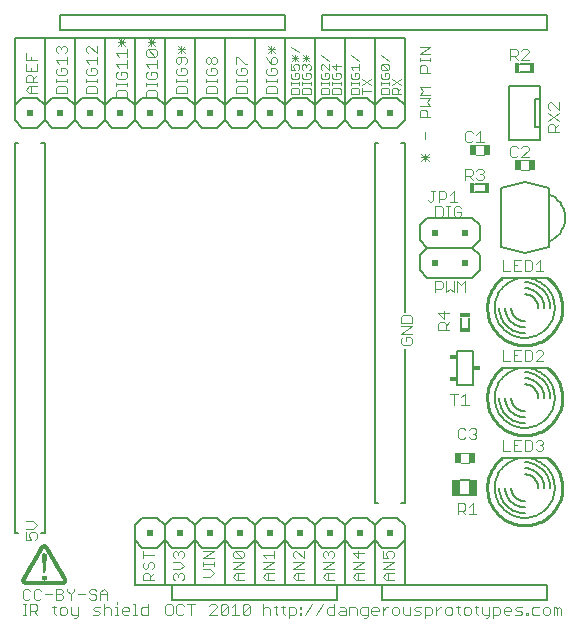
<source format=gto>
G75*
G70*
%OFA0B0*%
%FSLAX24Y24*%
%IPPOS*%
%LPD*%
%AMOC8*
5,1,8,0,0,1.08239X$1,22.5*
%
%ADD10C,0.0040*%
%ADD11C,0.0030*%
%ADD12C,0.0050*%
%ADD13C,0.0060*%
%ADD14C,0.0080*%
%ADD15C,0.0100*%
%ADD16R,0.0197X0.0374*%
%ADD17R,0.0340X0.0160*%
%ADD18R,0.0230X0.0180*%
%ADD19R,0.0256X0.0551*%
%ADD20R,0.0160X0.0340*%
%ADD21R,0.0200X0.0200*%
%ADD22R,0.0006X0.0006*%
%ADD23R,0.0006X0.0006*%
%ADD24R,0.0006X0.0006*%
%ADD25R,0.0006X0.0006*%
D10*
X000522Y000451D02*
X000642Y000451D01*
X000582Y000451D02*
X000582Y000812D01*
X000522Y000812D02*
X000642Y000812D01*
X000767Y000812D02*
X000767Y000451D01*
X000767Y000571D02*
X000948Y000571D01*
X001008Y000632D01*
X001008Y000752D01*
X000948Y000812D01*
X000767Y000812D01*
X000702Y000951D02*
X000762Y001011D01*
X000702Y000951D02*
X000582Y000951D01*
X000522Y001011D01*
X000522Y001252D01*
X000582Y001312D01*
X000702Y001312D01*
X000762Y001252D01*
X000890Y001252D02*
X000890Y001011D01*
X000950Y000951D01*
X001070Y000951D01*
X001130Y001011D01*
X001259Y001132D02*
X001499Y001132D01*
X001627Y001132D02*
X001807Y001132D01*
X001867Y001071D01*
X001867Y001011D01*
X001807Y000951D01*
X001627Y000951D01*
X001627Y001312D01*
X001807Y001312D01*
X001867Y001252D01*
X001867Y001192D01*
X001807Y001132D01*
X001995Y001252D02*
X001995Y001312D01*
X001995Y001252D02*
X002115Y001132D01*
X002115Y000951D01*
X002115Y001132D02*
X002235Y001252D01*
X002235Y001312D01*
X002364Y001132D02*
X002604Y001132D01*
X002732Y001192D02*
X002792Y001132D01*
X002912Y001132D01*
X002972Y001071D01*
X002972Y001011D01*
X002912Y000951D01*
X002792Y000951D01*
X002732Y001011D01*
X002732Y001192D02*
X002732Y001252D01*
X002792Y001312D01*
X002912Y001312D01*
X002972Y001252D01*
X003100Y001192D02*
X003100Y000951D01*
X003100Y001132D02*
X003340Y001132D01*
X003340Y001192D02*
X003340Y000951D01*
X003223Y000812D02*
X003223Y000451D01*
X003095Y000511D02*
X003035Y000571D01*
X002915Y000571D01*
X002855Y000632D01*
X002915Y000692D01*
X003095Y000692D01*
X003223Y000632D02*
X003283Y000692D01*
X003403Y000692D01*
X003463Y000632D01*
X003463Y000451D01*
X003591Y000451D02*
X003711Y000451D01*
X003651Y000451D02*
X003651Y000692D01*
X003591Y000692D01*
X003651Y000812D02*
X003651Y000872D01*
X003837Y000632D02*
X003897Y000692D01*
X004017Y000692D01*
X004077Y000632D01*
X004077Y000571D01*
X003837Y000571D01*
X003837Y000511D02*
X003837Y000632D01*
X003837Y000511D02*
X003897Y000451D01*
X004017Y000451D01*
X004205Y000451D02*
X004325Y000451D01*
X004265Y000451D02*
X004265Y000812D01*
X004205Y000812D01*
X004450Y000632D02*
X004511Y000692D01*
X004691Y000692D01*
X004691Y000812D02*
X004691Y000451D01*
X004511Y000451D01*
X004450Y000511D01*
X004450Y000632D01*
X005272Y000752D02*
X005272Y000511D01*
X005332Y000451D01*
X005452Y000451D01*
X005512Y000511D01*
X005512Y000752D01*
X005452Y000812D01*
X005332Y000812D01*
X005272Y000752D01*
X005640Y000752D02*
X005640Y000511D01*
X005700Y000451D01*
X005820Y000451D01*
X005880Y000511D01*
X005880Y000752D02*
X005820Y000812D01*
X005700Y000812D01*
X005640Y000752D01*
X006009Y000812D02*
X006249Y000812D01*
X006129Y000812D02*
X006129Y000451D01*
X006745Y000451D02*
X006985Y000692D01*
X006985Y000752D01*
X006925Y000812D01*
X006805Y000812D01*
X006745Y000752D01*
X006745Y000451D02*
X006985Y000451D01*
X007114Y000511D02*
X007354Y000752D01*
X007354Y000511D01*
X007294Y000451D01*
X007174Y000451D01*
X007114Y000511D01*
X007114Y000752D01*
X007174Y000812D01*
X007294Y000812D01*
X007354Y000752D01*
X007482Y000692D02*
X007602Y000812D01*
X007602Y000451D01*
X007482Y000451D02*
X007722Y000451D01*
X007850Y000511D02*
X008090Y000752D01*
X008090Y000511D01*
X008030Y000451D01*
X007910Y000451D01*
X007850Y000511D01*
X007850Y000752D01*
X007910Y000812D01*
X008030Y000812D01*
X008090Y000752D01*
X008522Y000812D02*
X008522Y000451D01*
X008522Y000632D02*
X008582Y000692D01*
X008702Y000692D01*
X008762Y000632D01*
X008762Y000451D01*
X008950Y000511D02*
X008950Y000752D01*
X008890Y000692D02*
X009010Y000692D01*
X009136Y000692D02*
X009256Y000692D01*
X009196Y000752D02*
X009196Y000511D01*
X009256Y000451D01*
X009381Y000451D02*
X009561Y000451D01*
X009621Y000511D01*
X009621Y000632D01*
X009561Y000692D01*
X009381Y000692D01*
X009381Y000331D01*
X009750Y000451D02*
X009750Y000511D01*
X009810Y000511D01*
X009810Y000451D01*
X009750Y000451D01*
X009750Y000632D02*
X009750Y000692D01*
X009810Y000692D01*
X009810Y000632D01*
X009750Y000632D01*
X009934Y000451D02*
X010174Y000812D01*
X010542Y000812D02*
X010302Y000451D01*
X010670Y000511D02*
X010670Y000632D01*
X010730Y000692D01*
X010911Y000692D01*
X010911Y000812D02*
X010911Y000451D01*
X010730Y000451D01*
X010670Y000511D01*
X011039Y000511D02*
X011099Y000571D01*
X011279Y000571D01*
X011279Y000632D02*
X011279Y000451D01*
X011099Y000451D01*
X011039Y000511D01*
X011099Y000692D02*
X011219Y000692D01*
X011279Y000632D01*
X011407Y000692D02*
X011407Y000451D01*
X011647Y000451D02*
X011647Y000632D01*
X011587Y000692D01*
X011407Y000692D01*
X011775Y000632D02*
X011775Y000511D01*
X011835Y000451D01*
X012015Y000451D01*
X012015Y000391D02*
X012015Y000692D01*
X011835Y000692D01*
X011775Y000632D01*
X011895Y000331D02*
X011955Y000331D01*
X012015Y000391D01*
X012144Y000511D02*
X012144Y000632D01*
X012204Y000692D01*
X012324Y000692D01*
X012384Y000632D01*
X012384Y000571D01*
X012144Y000571D01*
X012144Y000511D02*
X012204Y000451D01*
X012324Y000451D01*
X012512Y000451D02*
X012512Y000692D01*
X012632Y000692D02*
X012692Y000692D01*
X012632Y000692D02*
X012512Y000571D01*
X012819Y000511D02*
X012879Y000451D01*
X012999Y000451D01*
X013059Y000511D01*
X013059Y000632D01*
X012999Y000692D01*
X012879Y000692D01*
X012819Y000632D01*
X012819Y000511D01*
X013187Y000511D02*
X013187Y000692D01*
X013187Y000511D02*
X013247Y000451D01*
X013427Y000451D01*
X013427Y000692D01*
X013555Y000632D02*
X013615Y000692D01*
X013796Y000692D01*
X013924Y000692D02*
X014104Y000692D01*
X014164Y000632D01*
X014164Y000511D01*
X014104Y000451D01*
X013924Y000451D01*
X013924Y000331D02*
X013924Y000692D01*
X013796Y000511D02*
X013736Y000571D01*
X013615Y000571D01*
X013555Y000632D01*
X013555Y000451D02*
X013736Y000451D01*
X013796Y000511D01*
X014292Y000451D02*
X014292Y000692D01*
X014412Y000692D02*
X014472Y000692D01*
X014412Y000692D02*
X014292Y000571D01*
X014599Y000511D02*
X014659Y000451D01*
X014779Y000451D01*
X014839Y000511D01*
X014839Y000632D01*
X014779Y000692D01*
X014659Y000692D01*
X014599Y000632D01*
X014599Y000511D01*
X014967Y000692D02*
X015087Y000692D01*
X015027Y000752D02*
X015027Y000511D01*
X015087Y000451D01*
X015213Y000511D02*
X015273Y000451D01*
X015393Y000451D01*
X015453Y000511D01*
X015453Y000632D01*
X015393Y000692D01*
X015273Y000692D01*
X015213Y000632D01*
X015213Y000511D01*
X015581Y000692D02*
X015701Y000692D01*
X015641Y000752D02*
X015641Y000511D01*
X015701Y000451D01*
X015827Y000511D02*
X015887Y000451D01*
X016067Y000451D01*
X016067Y000391D02*
X016007Y000331D01*
X015947Y000331D01*
X016067Y000391D02*
X016067Y000692D01*
X016195Y000692D02*
X016375Y000692D01*
X016435Y000632D01*
X016435Y000511D01*
X016375Y000451D01*
X016195Y000451D01*
X016195Y000331D02*
X016195Y000692D01*
X015827Y000692D02*
X015827Y000511D01*
X016563Y000511D02*
X016563Y000632D01*
X016623Y000692D01*
X016743Y000692D01*
X016803Y000632D01*
X016803Y000571D01*
X016563Y000571D01*
X016563Y000511D02*
X016623Y000451D01*
X016743Y000451D01*
X016931Y000451D02*
X017112Y000451D01*
X017172Y000511D01*
X017112Y000571D01*
X016991Y000571D01*
X016931Y000632D01*
X016991Y000692D01*
X017172Y000692D01*
X017300Y000511D02*
X017360Y000511D01*
X017360Y000451D01*
X017300Y000451D01*
X017300Y000511D01*
X017484Y000511D02*
X017544Y000451D01*
X017724Y000451D01*
X017852Y000511D02*
X017912Y000451D01*
X018032Y000451D01*
X018092Y000511D01*
X018092Y000632D01*
X018032Y000692D01*
X017912Y000692D01*
X017852Y000632D01*
X017852Y000511D01*
X017724Y000692D02*
X017544Y000692D01*
X017484Y000632D01*
X017484Y000511D01*
X018221Y000451D02*
X018221Y000692D01*
X018281Y000692D01*
X018341Y000632D01*
X018401Y000692D01*
X018461Y000632D01*
X018461Y000451D01*
X018341Y000451D02*
X018341Y000632D01*
X015644Y003801D02*
X015404Y003801D01*
X015524Y003801D02*
X015524Y004162D01*
X015404Y004042D01*
X015276Y004102D02*
X015276Y003982D01*
X015215Y003921D01*
X015035Y003921D01*
X015035Y003801D02*
X015035Y004162D01*
X015215Y004162D01*
X015276Y004102D01*
X015155Y003921D02*
X015276Y003801D01*
X012882Y002513D02*
X012882Y002393D01*
X012822Y002333D01*
X012702Y002333D02*
X012642Y002453D01*
X012642Y002513D01*
X012702Y002573D01*
X012822Y002573D01*
X012882Y002513D01*
X012702Y002333D02*
X012522Y002333D01*
X012522Y002573D01*
X012522Y002205D02*
X012882Y002205D01*
X012522Y001965D01*
X012882Y001965D01*
X012882Y001837D02*
X012642Y001837D01*
X012522Y001717D01*
X012642Y001596D01*
X012882Y001596D01*
X012702Y001596D02*
X012702Y001837D01*
X011882Y001837D02*
X011642Y001837D01*
X011522Y001717D01*
X011642Y001596D01*
X011882Y001596D01*
X011702Y001596D02*
X011702Y001837D01*
X011882Y001965D02*
X011522Y001965D01*
X011882Y002205D01*
X011522Y002205D01*
X011702Y002333D02*
X011522Y002513D01*
X011882Y002513D01*
X011702Y002573D02*
X011702Y002333D01*
X010882Y002393D02*
X010822Y002333D01*
X010882Y002393D02*
X010882Y002513D01*
X010822Y002573D01*
X010762Y002573D01*
X010702Y002513D01*
X010702Y002453D01*
X010702Y002513D02*
X010642Y002573D01*
X010582Y002573D01*
X010522Y002513D01*
X010522Y002393D01*
X010582Y002333D01*
X010522Y002205D02*
X010882Y002205D01*
X010522Y001965D01*
X010882Y001965D01*
X010882Y001837D02*
X010642Y001837D01*
X010522Y001717D01*
X010642Y001596D01*
X010882Y001596D01*
X010702Y001596D02*
X010702Y001837D01*
X009882Y001837D02*
X009642Y001837D01*
X009522Y001717D01*
X009642Y001596D01*
X009882Y001596D01*
X009702Y001596D02*
X009702Y001837D01*
X009882Y001965D02*
X009522Y001965D01*
X009882Y002205D01*
X009522Y002205D01*
X009582Y002333D02*
X009522Y002393D01*
X009522Y002513D01*
X009582Y002573D01*
X009642Y002573D01*
X009882Y002333D01*
X009882Y002573D01*
X008882Y002573D02*
X008882Y002333D01*
X008882Y002453D02*
X008522Y002453D01*
X008642Y002333D01*
X008522Y002205D02*
X008882Y002205D01*
X008522Y001965D01*
X008882Y001965D01*
X008882Y001837D02*
X008642Y001837D01*
X008522Y001717D01*
X008642Y001596D01*
X008882Y001596D01*
X008702Y001596D02*
X008702Y001837D01*
X007882Y001837D02*
X007642Y001837D01*
X007522Y001717D01*
X007642Y001596D01*
X007882Y001596D01*
X007702Y001596D02*
X007702Y001837D01*
X007882Y001965D02*
X007522Y001965D01*
X007882Y002205D01*
X007522Y002205D01*
X007582Y002333D02*
X007522Y002393D01*
X007522Y002513D01*
X007582Y002573D01*
X007822Y002333D01*
X007882Y002393D01*
X007882Y002513D01*
X007822Y002573D01*
X007582Y002573D01*
X007582Y002333D02*
X007822Y002333D01*
X006882Y002333D02*
X006522Y002333D01*
X006882Y002573D01*
X006522Y002573D01*
X006522Y002208D02*
X006522Y002088D01*
X006522Y002148D02*
X006882Y002148D01*
X006882Y002088D02*
X006882Y002208D01*
X006762Y001959D02*
X006522Y001959D01*
X006522Y001719D02*
X006762Y001719D01*
X006882Y001839D01*
X006762Y001959D01*
X005882Y002085D02*
X005762Y002205D01*
X005522Y002205D01*
X005582Y002333D02*
X005522Y002393D01*
X005522Y002513D01*
X005582Y002573D01*
X005642Y002573D01*
X005702Y002513D01*
X005762Y002573D01*
X005822Y002573D01*
X005882Y002513D01*
X005882Y002393D01*
X005822Y002333D01*
X005702Y002453D02*
X005702Y002513D01*
X005882Y002085D02*
X005762Y001965D01*
X005522Y001965D01*
X005582Y001837D02*
X005522Y001777D01*
X005522Y001657D01*
X005582Y001596D01*
X005702Y001717D02*
X005702Y001777D01*
X005762Y001837D01*
X005822Y001837D01*
X005882Y001777D01*
X005882Y001657D01*
X005822Y001596D01*
X005702Y001777D02*
X005642Y001837D01*
X005582Y001837D01*
X004882Y001837D02*
X004762Y001717D01*
X004762Y001777D02*
X004762Y001596D01*
X004882Y001596D02*
X004522Y001596D01*
X004522Y001777D01*
X004582Y001837D01*
X004702Y001837D01*
X004762Y001777D01*
X004822Y001965D02*
X004882Y002025D01*
X004882Y002145D01*
X004822Y002205D01*
X004762Y002205D01*
X004702Y002145D01*
X004702Y002025D01*
X004642Y001965D01*
X004582Y001965D01*
X004522Y002025D01*
X004522Y002145D01*
X004582Y002205D01*
X004522Y002333D02*
X004522Y002573D01*
X004522Y002453D02*
X004882Y002453D01*
X003340Y001192D02*
X003220Y001312D01*
X003100Y001192D01*
X002358Y000692D02*
X002358Y000391D01*
X002298Y000331D01*
X002238Y000331D01*
X002178Y000451D02*
X002358Y000451D01*
X002178Y000451D02*
X002118Y000511D01*
X002118Y000692D01*
X001990Y000632D02*
X001930Y000692D01*
X001810Y000692D01*
X001750Y000632D01*
X001750Y000511D01*
X001810Y000451D01*
X001930Y000451D01*
X001990Y000511D01*
X001990Y000632D01*
X001624Y000692D02*
X001504Y000692D01*
X001564Y000752D02*
X001564Y000511D01*
X001624Y000451D01*
X001008Y000451D02*
X000888Y000571D01*
X000890Y001252D02*
X000950Y001312D01*
X001070Y001312D01*
X001130Y001252D01*
X002855Y000451D02*
X003035Y000451D01*
X003095Y000511D01*
X000922Y002951D02*
X000982Y003011D01*
X000982Y003132D01*
X000922Y003192D01*
X000802Y003192D01*
X000742Y003132D01*
X000742Y003071D01*
X000802Y002951D01*
X000622Y002951D01*
X000622Y003192D01*
X000622Y003320D02*
X000862Y003320D01*
X000982Y003440D01*
X000862Y003560D01*
X000622Y003560D01*
X008950Y000511D02*
X009010Y000451D01*
X015112Y005516D02*
X015392Y005516D01*
X015392Y005851D02*
X015112Y005851D01*
X015095Y006301D02*
X015215Y006301D01*
X015276Y006361D01*
X015404Y006361D02*
X015464Y006301D01*
X015584Y006301D01*
X015644Y006361D01*
X015644Y006421D01*
X015584Y006482D01*
X015524Y006482D01*
X015584Y006482D02*
X015644Y006542D01*
X015644Y006602D01*
X015584Y006662D01*
X015464Y006662D01*
X015404Y006602D01*
X015276Y006602D02*
X015215Y006662D01*
X015095Y006662D01*
X015035Y006602D01*
X015035Y006361D01*
X015095Y006301D01*
X016522Y006272D02*
X016522Y005911D01*
X016762Y005911D01*
X016890Y005911D02*
X017130Y005911D01*
X017259Y005911D02*
X017439Y005911D01*
X017499Y005971D01*
X017499Y006212D01*
X017439Y006272D01*
X017259Y006272D01*
X017259Y005911D01*
X017010Y006092D02*
X016890Y006092D01*
X016890Y006272D02*
X016890Y005911D01*
X016890Y006272D02*
X017130Y006272D01*
X017627Y006212D02*
X017687Y006272D01*
X017807Y006272D01*
X017867Y006212D01*
X017867Y006152D01*
X017807Y006092D01*
X017867Y006031D01*
X017867Y005971D01*
X017807Y005911D01*
X017687Y005911D01*
X017627Y005971D01*
X017747Y006092D02*
X017807Y006092D01*
X015380Y007451D02*
X015140Y007451D01*
X015260Y007451D02*
X015260Y007812D01*
X015140Y007692D01*
X015012Y007812D02*
X014772Y007812D01*
X014892Y007812D02*
X014892Y007451D01*
X016522Y008911D02*
X016762Y008911D01*
X016890Y008911D02*
X017130Y008911D01*
X017259Y008911D02*
X017439Y008911D01*
X017499Y008971D01*
X017499Y009212D01*
X017439Y009272D01*
X017259Y009272D01*
X017259Y008911D01*
X017010Y009092D02*
X016890Y009092D01*
X016890Y009272D02*
X016890Y008911D01*
X016522Y008911D02*
X016522Y009272D01*
X016890Y009272D02*
X017130Y009272D01*
X017627Y009212D02*
X017687Y009272D01*
X017807Y009272D01*
X017867Y009212D01*
X017867Y009152D01*
X017627Y008911D01*
X017867Y008911D01*
X014732Y009951D02*
X014372Y009951D01*
X014372Y010132D01*
X014432Y010192D01*
X014552Y010192D01*
X014612Y010132D01*
X014612Y009951D01*
X014612Y010071D02*
X014732Y010192D01*
X014552Y010320D02*
X014552Y010560D01*
X014732Y010500D02*
X014372Y010500D01*
X014552Y010320D01*
X013482Y010368D02*
X013482Y010188D01*
X013122Y010188D01*
X013122Y010368D01*
X013182Y010428D01*
X013422Y010428D01*
X013482Y010368D01*
X013482Y010060D02*
X013122Y010060D01*
X013122Y009820D02*
X013482Y010060D01*
X013482Y009820D02*
X013122Y009820D01*
X013182Y009692D02*
X013122Y009632D01*
X013122Y009511D01*
X013182Y009451D01*
X013422Y009451D01*
X013482Y009511D01*
X013482Y009632D01*
X013422Y009692D01*
X013302Y009692D01*
X013302Y009571D01*
X014272Y011201D02*
X014272Y011562D01*
X014452Y011562D01*
X014512Y011502D01*
X014512Y011382D01*
X014452Y011321D01*
X014272Y011321D01*
X014640Y011201D02*
X014760Y011321D01*
X014880Y011201D01*
X014880Y011562D01*
X015009Y011562D02*
X015129Y011442D01*
X015249Y011562D01*
X015249Y011201D01*
X015009Y011201D02*
X015009Y011562D01*
X014640Y011562D02*
X014640Y011201D01*
X016522Y011911D02*
X016522Y012272D01*
X016890Y012272D02*
X016890Y011911D01*
X017130Y011911D01*
X017259Y011911D02*
X017439Y011911D01*
X017499Y011971D01*
X017499Y012212D01*
X017439Y012272D01*
X017259Y012272D01*
X017259Y011911D01*
X017010Y012092D02*
X016890Y012092D01*
X016890Y012272D02*
X017130Y012272D01*
X017627Y012152D02*
X017747Y012272D01*
X017747Y011911D01*
X017627Y011911D02*
X017867Y011911D01*
X016762Y011911D02*
X016522Y011911D01*
X015066Y013701D02*
X015126Y013761D01*
X015126Y013882D01*
X015006Y013882D01*
X015126Y014002D02*
X015066Y014062D01*
X014946Y014062D01*
X014886Y014002D01*
X014886Y013761D01*
X014946Y013701D01*
X015066Y013701D01*
X014760Y013701D02*
X014640Y013701D01*
X014700Y013701D02*
X014700Y014062D01*
X014640Y014062D02*
X014760Y014062D01*
X014759Y014201D02*
X014999Y014201D01*
X014879Y014201D02*
X014879Y014562D01*
X014759Y014442D01*
X014630Y014502D02*
X014630Y014382D01*
X014570Y014321D01*
X014390Y014321D01*
X014390Y014201D02*
X014390Y014562D01*
X014570Y014562D01*
X014630Y014502D01*
X014262Y014562D02*
X014142Y014562D01*
X014202Y014562D02*
X014202Y014261D01*
X014142Y014201D01*
X014082Y014201D01*
X014022Y014261D01*
X014272Y014062D02*
X014452Y014062D01*
X014512Y014002D01*
X014512Y013761D01*
X014452Y013701D01*
X014272Y013701D01*
X014272Y014062D01*
X015272Y014951D02*
X015272Y015312D01*
X015452Y015312D01*
X015512Y015252D01*
X015512Y015132D01*
X015452Y015071D01*
X015272Y015071D01*
X015392Y015071D02*
X015512Y014951D01*
X015640Y015011D02*
X015700Y014951D01*
X015820Y014951D01*
X015880Y015011D01*
X015880Y015071D01*
X015820Y015132D01*
X015760Y015132D01*
X015820Y015132D02*
X015880Y015192D01*
X015880Y015252D01*
X015820Y015312D01*
X015700Y015312D01*
X015640Y015252D01*
X015612Y015766D02*
X015892Y015766D01*
X015892Y016101D02*
X015612Y016101D01*
X015640Y016201D02*
X015880Y016201D01*
X015760Y016201D02*
X015760Y016562D01*
X015640Y016442D01*
X015512Y016502D02*
X015452Y016562D01*
X015332Y016562D01*
X015272Y016502D01*
X015272Y016261D01*
X015332Y016201D01*
X015452Y016201D01*
X015512Y016261D01*
X016772Y016002D02*
X016772Y015761D01*
X016832Y015701D01*
X016952Y015701D01*
X017012Y015761D01*
X017140Y015701D02*
X017380Y015942D01*
X017380Y016002D01*
X017320Y016062D01*
X017200Y016062D01*
X017140Y016002D01*
X017012Y016002D02*
X016952Y016062D01*
X016832Y016062D01*
X016772Y016002D01*
X017140Y015701D02*
X017380Y015701D01*
X017392Y015601D02*
X017112Y015601D01*
X017112Y015266D02*
X017392Y015266D01*
X018022Y016551D02*
X018022Y016732D01*
X018082Y016792D01*
X018202Y016792D01*
X018262Y016732D01*
X018262Y016551D01*
X018382Y016551D02*
X018022Y016551D01*
X018262Y016671D02*
X018382Y016792D01*
X018382Y016920D02*
X018022Y017160D01*
X018082Y017288D02*
X018022Y017348D01*
X018022Y017468D01*
X018082Y017528D01*
X018142Y017528D01*
X018382Y017288D01*
X018382Y017528D01*
X018382Y017160D02*
X018022Y016920D01*
X017380Y018951D02*
X017140Y018951D01*
X017380Y019192D01*
X017380Y019252D01*
X017320Y019312D01*
X017200Y019312D01*
X017140Y019252D01*
X017012Y019252D02*
X017012Y019132D01*
X016952Y019071D01*
X016772Y019071D01*
X016772Y018951D02*
X016772Y019312D01*
X016952Y019312D01*
X017012Y019252D01*
X016892Y019071D02*
X017012Y018951D01*
X014107Y018951D02*
X013747Y018951D01*
X013747Y018891D02*
X013747Y019011D01*
X013747Y019137D02*
X014107Y019377D01*
X013747Y019377D01*
X013747Y019137D02*
X014107Y019137D01*
X014107Y019011D02*
X014107Y018891D01*
X013927Y018763D02*
X013987Y018703D01*
X013987Y018523D01*
X014107Y018523D02*
X013747Y018523D01*
X013747Y018703D01*
X013807Y018763D01*
X013927Y018763D01*
X013747Y018026D02*
X014107Y018026D01*
X014107Y017786D02*
X013747Y017786D01*
X013867Y017906D01*
X013747Y018026D01*
X013747Y017658D02*
X014107Y017658D01*
X013987Y017538D01*
X014107Y017418D01*
X013747Y017418D01*
X013807Y017290D02*
X013747Y017230D01*
X013747Y017050D01*
X014107Y017050D01*
X013987Y017050D02*
X013987Y017230D01*
X013927Y017290D01*
X013807Y017290D01*
X013927Y016553D02*
X013927Y016313D01*
X013927Y015817D02*
X013927Y015576D01*
X014047Y015576D02*
X013807Y015817D01*
X013807Y015696D02*
X014047Y015696D01*
X014047Y015817D02*
X013807Y015576D01*
X008982Y017826D02*
X008982Y018007D01*
X008922Y018067D01*
X008682Y018067D01*
X008622Y018007D01*
X008622Y017826D01*
X008982Y017826D01*
X008982Y018195D02*
X008982Y018315D01*
X008982Y018255D02*
X008622Y018255D01*
X008622Y018195D02*
X008622Y018315D01*
X008682Y018440D02*
X008922Y018440D01*
X008982Y018500D01*
X008982Y018620D01*
X008922Y018680D01*
X008802Y018680D01*
X008802Y018560D01*
X008682Y018440D02*
X008622Y018500D01*
X008622Y018620D01*
X008682Y018680D01*
X008802Y018809D02*
X008802Y018989D01*
X008862Y019049D01*
X008922Y019049D01*
X008982Y018989D01*
X008982Y018869D01*
X008922Y018809D01*
X008802Y018809D01*
X008682Y018929D01*
X008622Y019049D01*
X008682Y019177D02*
X008922Y019417D01*
X008922Y019297D02*
X008682Y019297D01*
X008682Y019417D02*
X008922Y019177D01*
X008802Y019177D02*
X008802Y019417D01*
X007982Y018809D02*
X007922Y018809D01*
X007682Y019049D01*
X007622Y019049D01*
X007622Y018809D01*
X007682Y018680D02*
X007622Y018620D01*
X007622Y018500D01*
X007682Y018440D01*
X007922Y018440D01*
X007982Y018500D01*
X007982Y018620D01*
X007922Y018680D01*
X007802Y018680D01*
X007802Y018560D01*
X007982Y018315D02*
X007982Y018195D01*
X007982Y018255D02*
X007622Y018255D01*
X007622Y018195D02*
X007622Y018315D01*
X007682Y018067D02*
X007622Y018007D01*
X007622Y017826D01*
X007982Y017826D01*
X007982Y018007D01*
X007922Y018067D01*
X007682Y018067D01*
X006982Y018007D02*
X006982Y017826D01*
X006622Y017826D01*
X006622Y018007D01*
X006682Y018067D01*
X006922Y018067D01*
X006982Y018007D01*
X006982Y018195D02*
X006982Y018315D01*
X006982Y018255D02*
X006622Y018255D01*
X006622Y018195D02*
X006622Y018315D01*
X006682Y018440D02*
X006922Y018440D01*
X006982Y018500D01*
X006982Y018620D01*
X006922Y018680D01*
X006802Y018680D01*
X006802Y018560D01*
X006682Y018440D02*
X006622Y018500D01*
X006622Y018620D01*
X006682Y018680D01*
X006682Y018809D02*
X006742Y018809D01*
X006802Y018869D01*
X006802Y018989D01*
X006862Y019049D01*
X006922Y019049D01*
X006982Y018989D01*
X006982Y018869D01*
X006922Y018809D01*
X006862Y018809D01*
X006802Y018869D01*
X006802Y018989D02*
X006742Y019049D01*
X006682Y019049D01*
X006622Y018989D01*
X006622Y018869D01*
X006682Y018809D01*
X005982Y018869D02*
X005982Y018989D01*
X005922Y019049D01*
X005682Y019049D01*
X005622Y018989D01*
X005622Y018869D01*
X005682Y018809D01*
X005742Y018809D01*
X005802Y018869D01*
X005802Y019049D01*
X005802Y019177D02*
X005802Y019417D01*
X005922Y019417D02*
X005682Y019177D01*
X005682Y019297D02*
X005922Y019297D01*
X005922Y019177D02*
X005682Y019417D01*
X005982Y018869D02*
X005922Y018809D01*
X005922Y018680D02*
X005802Y018680D01*
X005802Y018560D01*
X005922Y018440D02*
X005982Y018500D01*
X005982Y018620D01*
X005922Y018680D01*
X005922Y018440D02*
X005682Y018440D01*
X005622Y018500D01*
X005622Y018620D01*
X005682Y018680D01*
X005622Y018315D02*
X005622Y018195D01*
X005622Y018255D02*
X005982Y018255D01*
X005982Y018195D02*
X005982Y018315D01*
X005922Y018067D02*
X005682Y018067D01*
X005622Y018007D01*
X005622Y017826D01*
X005982Y017826D01*
X005982Y018007D01*
X005922Y018067D01*
X004982Y018070D02*
X004982Y018190D01*
X004982Y018130D02*
X004622Y018130D01*
X004622Y018070D02*
X004622Y018190D01*
X004682Y018315D02*
X004922Y018315D01*
X004982Y018375D01*
X004982Y018495D01*
X004922Y018555D01*
X004802Y018555D01*
X004802Y018435D01*
X004682Y018315D02*
X004622Y018375D01*
X004622Y018495D01*
X004682Y018555D01*
X004742Y018684D02*
X004622Y018804D01*
X004982Y018804D01*
X004982Y018684D02*
X004982Y018924D01*
X004922Y019052D02*
X004682Y019052D01*
X004622Y019112D01*
X004622Y019232D01*
X004682Y019292D01*
X004922Y019052D01*
X004982Y019112D01*
X004982Y019232D01*
X004922Y019292D01*
X004682Y019292D01*
X004682Y019420D02*
X004922Y019660D01*
X004922Y019540D02*
X004682Y019540D01*
X004682Y019660D02*
X004922Y019420D01*
X004802Y019420D02*
X004802Y019660D01*
X003922Y019660D02*
X003682Y019420D01*
X003802Y019420D02*
X003802Y019660D01*
X003682Y019660D02*
X003922Y019420D01*
X003922Y019540D02*
X003682Y019540D01*
X003982Y019292D02*
X003982Y019052D01*
X003982Y019172D02*
X003622Y019172D01*
X003742Y019052D01*
X003982Y018924D02*
X003982Y018684D01*
X003982Y018804D02*
X003622Y018804D01*
X003742Y018684D01*
X003802Y018555D02*
X003802Y018435D01*
X003802Y018555D02*
X003922Y018555D01*
X003982Y018495D01*
X003982Y018375D01*
X003922Y018315D01*
X003682Y018315D01*
X003622Y018375D01*
X003622Y018495D01*
X003682Y018555D01*
X003622Y018190D02*
X003622Y018070D01*
X003622Y018130D02*
X003982Y018130D01*
X003982Y018070D02*
X003982Y018190D01*
X003922Y017942D02*
X003682Y017942D01*
X003622Y017882D01*
X003622Y017701D01*
X003982Y017701D01*
X003982Y017882D01*
X003922Y017942D01*
X004622Y017882D02*
X004622Y017701D01*
X004982Y017701D01*
X004982Y017882D01*
X004922Y017942D01*
X004682Y017942D01*
X004622Y017882D01*
X002982Y017826D02*
X002982Y018007D01*
X002922Y018067D01*
X002682Y018067D01*
X002622Y018007D01*
X002622Y017826D01*
X002982Y017826D01*
X002982Y018195D02*
X002982Y018315D01*
X002982Y018255D02*
X002622Y018255D01*
X002622Y018195D02*
X002622Y018315D01*
X002682Y018440D02*
X002922Y018440D01*
X002982Y018500D01*
X002982Y018620D01*
X002922Y018680D01*
X002802Y018680D01*
X002802Y018560D01*
X002682Y018440D02*
X002622Y018500D01*
X002622Y018620D01*
X002682Y018680D01*
X002742Y018809D02*
X002622Y018929D01*
X002982Y018929D01*
X002982Y018809D02*
X002982Y019049D01*
X002982Y019177D02*
X002742Y019417D01*
X002682Y019417D01*
X002622Y019357D01*
X002622Y019237D01*
X002682Y019177D01*
X002982Y019177D02*
X002982Y019417D01*
X001982Y019357D02*
X001982Y019237D01*
X001922Y019177D01*
X001982Y019049D02*
X001982Y018809D01*
X001982Y018929D02*
X001622Y018929D01*
X001742Y018809D01*
X001802Y018680D02*
X001802Y018560D01*
X001802Y018680D02*
X001922Y018680D01*
X001982Y018620D01*
X001982Y018500D01*
X001922Y018440D01*
X001682Y018440D01*
X001622Y018500D01*
X001622Y018620D01*
X001682Y018680D01*
X001622Y018315D02*
X001622Y018195D01*
X001622Y018255D02*
X001982Y018255D01*
X001982Y018195D02*
X001982Y018315D01*
X001922Y018067D02*
X001682Y018067D01*
X001622Y018007D01*
X001622Y017826D01*
X001982Y017826D01*
X001982Y018007D01*
X001922Y018067D01*
X000982Y018067D02*
X000742Y018067D01*
X000622Y017946D01*
X000742Y017826D01*
X000982Y017826D01*
X000802Y017826D02*
X000802Y018067D01*
X000862Y018195D02*
X000862Y018375D01*
X000802Y018435D01*
X000682Y018435D01*
X000622Y018375D01*
X000622Y018195D01*
X000982Y018195D01*
X000862Y018315D02*
X000982Y018435D01*
X000982Y018563D02*
X000982Y018803D01*
X000982Y018931D02*
X000622Y018931D01*
X000622Y019172D01*
X000802Y019051D02*
X000802Y018931D01*
X000622Y018803D02*
X000622Y018563D01*
X000982Y018563D01*
X000802Y018563D02*
X000802Y018683D01*
X001622Y019237D02*
X001682Y019177D01*
X001622Y019237D02*
X001622Y019357D01*
X001682Y019417D01*
X001742Y019417D01*
X001802Y019357D01*
X001862Y019417D01*
X001922Y019417D01*
X001982Y019357D01*
X001802Y019357D02*
X001802Y019297D01*
D11*
X009447Y019390D02*
X009737Y019196D01*
X009689Y019095D02*
X009495Y018902D01*
X009495Y018999D02*
X009689Y018999D01*
X009689Y018902D02*
X009495Y019095D01*
X009592Y019095D02*
X009592Y018902D01*
X009592Y018801D02*
X009689Y018801D01*
X009737Y018752D01*
X009737Y018655D01*
X009689Y018607D01*
X009592Y018607D02*
X009544Y018704D01*
X009544Y018752D01*
X009592Y018801D01*
X009447Y018801D02*
X009447Y018607D01*
X009592Y018607D01*
X009592Y018506D02*
X009592Y018409D01*
X009592Y018506D02*
X009689Y018506D01*
X009737Y018458D01*
X009737Y018361D01*
X009689Y018312D01*
X009495Y018312D01*
X009447Y018361D01*
X009447Y018458D01*
X009495Y018506D01*
X009447Y018213D02*
X009447Y018116D01*
X009447Y018164D02*
X009737Y018164D01*
X009737Y018116D02*
X009737Y018213D01*
X009822Y018213D02*
X009822Y018116D01*
X009822Y018164D02*
X010112Y018164D01*
X010112Y018116D02*
X010112Y018213D01*
X010064Y018312D02*
X010112Y018361D01*
X010112Y018458D01*
X010064Y018506D01*
X009967Y018506D01*
X009967Y018409D01*
X009870Y018312D02*
X010064Y018312D01*
X009870Y018312D02*
X009822Y018361D01*
X009822Y018458D01*
X009870Y018506D01*
X009870Y018607D02*
X009822Y018655D01*
X009822Y018752D01*
X009870Y018801D01*
X009919Y018801D01*
X009967Y018752D01*
X010015Y018801D01*
X010064Y018801D01*
X010112Y018752D01*
X010112Y018655D01*
X010064Y018607D01*
X009967Y018704D02*
X009967Y018752D01*
X009967Y018902D02*
X009967Y019095D01*
X010064Y019095D02*
X009870Y018902D01*
X009870Y018999D02*
X010064Y018999D01*
X010064Y018902D02*
X009870Y019095D01*
X010447Y019095D02*
X010737Y018902D01*
X010737Y018801D02*
X010737Y018607D01*
X010544Y018801D01*
X010495Y018801D01*
X010447Y018752D01*
X010447Y018655D01*
X010495Y018607D01*
X010495Y018506D02*
X010447Y018458D01*
X010447Y018361D01*
X010495Y018312D01*
X010689Y018312D01*
X010737Y018361D01*
X010737Y018458D01*
X010689Y018506D01*
X010592Y018506D01*
X010592Y018409D01*
X010822Y018361D02*
X010870Y018312D01*
X011064Y018312D01*
X011112Y018361D01*
X011112Y018458D01*
X011064Y018506D01*
X010967Y018506D01*
X010967Y018409D01*
X010870Y018506D02*
X010822Y018458D01*
X010822Y018361D01*
X010822Y018213D02*
X010822Y018116D01*
X010822Y018164D02*
X011112Y018164D01*
X011112Y018116D02*
X011112Y018213D01*
X011064Y018015D02*
X010870Y018015D01*
X010822Y017967D01*
X010822Y017821D01*
X011112Y017821D01*
X011112Y017967D01*
X011064Y018015D01*
X010737Y017967D02*
X010737Y017821D01*
X010447Y017821D01*
X010447Y017967D01*
X010495Y018015D01*
X010689Y018015D01*
X010737Y017967D01*
X010737Y018116D02*
X010737Y018213D01*
X010737Y018164D02*
X010447Y018164D01*
X010447Y018116D02*
X010447Y018213D01*
X010112Y017967D02*
X010064Y018015D01*
X009870Y018015D01*
X009822Y017967D01*
X009822Y017821D01*
X010112Y017821D01*
X010112Y017967D01*
X009737Y017967D02*
X009737Y017821D01*
X009447Y017821D01*
X009447Y017967D01*
X009495Y018015D01*
X009689Y018015D01*
X009737Y017967D01*
X010822Y018752D02*
X010967Y018607D01*
X010967Y018801D01*
X011112Y018752D02*
X010822Y018752D01*
X011447Y018704D02*
X011737Y018704D01*
X011737Y018607D02*
X011737Y018801D01*
X011737Y018902D02*
X011447Y019095D01*
X011447Y018704D02*
X011544Y018607D01*
X011592Y018506D02*
X011592Y018409D01*
X011592Y018506D02*
X011689Y018506D01*
X011737Y018458D01*
X011737Y018361D01*
X011689Y018312D01*
X011495Y018312D01*
X011447Y018361D01*
X011447Y018458D01*
X011495Y018506D01*
X011447Y018213D02*
X011447Y018116D01*
X011447Y018164D02*
X011737Y018164D01*
X011737Y018116D02*
X011737Y018213D01*
X011822Y018310D02*
X012112Y018116D01*
X012112Y018310D02*
X011822Y018116D01*
X011822Y018015D02*
X011822Y017821D01*
X011737Y017821D02*
X011737Y017967D01*
X011689Y018015D01*
X011495Y018015D01*
X011447Y017967D01*
X011447Y017821D01*
X011737Y017821D01*
X011822Y017918D02*
X012112Y017918D01*
X012447Y017967D02*
X012447Y017821D01*
X012737Y017821D01*
X012737Y017967D01*
X012689Y018015D01*
X012495Y018015D01*
X012447Y017967D01*
X012447Y018116D02*
X012447Y018213D01*
X012447Y018164D02*
X012737Y018164D01*
X012737Y018116D02*
X012737Y018213D01*
X012689Y018312D02*
X012737Y018361D01*
X012737Y018458D01*
X012689Y018506D01*
X012592Y018506D01*
X012592Y018409D01*
X012495Y018312D02*
X012689Y018312D01*
X012822Y018310D02*
X013112Y018116D01*
X013112Y018015D02*
X013015Y017918D01*
X013015Y017967D02*
X013015Y017821D01*
X013112Y017821D02*
X012822Y017821D01*
X012822Y017967D01*
X012870Y018015D01*
X012967Y018015D01*
X013015Y017967D01*
X012822Y018116D02*
X013112Y018310D01*
X012737Y018655D02*
X012689Y018607D01*
X012495Y018801D01*
X012689Y018801D01*
X012737Y018752D01*
X012737Y018655D01*
X012689Y018607D02*
X012495Y018607D01*
X012447Y018655D01*
X012447Y018752D01*
X012495Y018801D01*
X012737Y018902D02*
X012447Y019095D01*
X012495Y018506D02*
X012447Y018458D01*
X012447Y018361D01*
X012495Y018312D01*
D12*
X012252Y017181D02*
X012252Y019681D01*
X013252Y019681D01*
X013252Y017181D01*
X013252Y016181D02*
X013252Y010556D01*
X013252Y009306D02*
X013252Y004181D01*
X013127Y004181D01*
X012377Y004181D02*
X012252Y004181D01*
X012252Y016181D01*
X012377Y016181D01*
X013127Y016181D02*
X013252Y016181D01*
X011252Y017181D02*
X011252Y019681D01*
X012252Y019681D01*
X011252Y019681D02*
X010252Y019681D01*
X010252Y017181D01*
X009252Y017181D02*
X009252Y019681D01*
X010252Y019681D01*
X010502Y019931D02*
X010502Y020431D01*
X018002Y020431D01*
X018002Y019931D01*
X010502Y019931D01*
X009252Y019931D02*
X001752Y019931D01*
X001752Y020431D01*
X009252Y020431D01*
X009252Y019931D01*
X009252Y019681D02*
X008252Y019681D01*
X008252Y017181D01*
X007252Y017181D02*
X007252Y019681D01*
X008252Y019681D01*
X007252Y019681D02*
X006252Y019681D01*
X006252Y017181D01*
X005252Y017181D02*
X005252Y019681D01*
X006252Y019681D01*
X005252Y019681D02*
X004252Y019681D01*
X004252Y017181D01*
X003252Y017181D02*
X003252Y019681D01*
X004252Y019681D01*
X003252Y019681D02*
X002252Y019681D01*
X002252Y017181D01*
X001252Y017181D02*
X001252Y019681D01*
X002252Y019681D01*
X001252Y019681D02*
X000252Y019681D01*
X000252Y017181D01*
X000252Y016181D02*
X000377Y016181D01*
X000252Y016181D02*
X000252Y003181D01*
X000377Y003181D01*
X001127Y003181D02*
X001252Y003181D01*
X001252Y016181D01*
X001127Y016181D01*
X014992Y009241D02*
X014992Y008121D01*
X015512Y008121D01*
X015512Y009241D01*
X014992Y009241D01*
X016475Y012697D02*
X017262Y012500D01*
X018050Y012697D01*
X018050Y012894D01*
X018050Y014468D01*
X018050Y014665D01*
X017262Y014862D01*
X016475Y014665D01*
X016475Y012697D01*
X018050Y012894D02*
X018103Y012915D01*
X018153Y012940D01*
X018202Y012969D01*
X018249Y013001D01*
X018294Y013035D01*
X018336Y013073D01*
X018376Y013114D01*
X018412Y013157D01*
X018446Y013202D01*
X018477Y013250D01*
X018504Y013299D01*
X018528Y013350D01*
X018549Y013403D01*
X018566Y013457D01*
X018579Y013512D01*
X018588Y013568D01*
X018594Y013624D01*
X018596Y013681D01*
X018594Y013738D01*
X018588Y013794D01*
X018579Y013850D01*
X018566Y013905D01*
X018549Y013959D01*
X018528Y014012D01*
X018504Y014063D01*
X018477Y014112D01*
X018446Y014160D01*
X018412Y014205D01*
X018376Y014248D01*
X018336Y014289D01*
X018294Y014327D01*
X018249Y014361D01*
X018202Y014393D01*
X018153Y014422D01*
X018103Y014447D01*
X018050Y014468D01*
X017764Y016276D02*
X016740Y016276D01*
X016740Y018087D01*
X017764Y018087D01*
X017567Y018087D01*
X017764Y018087D02*
X017764Y017654D01*
X017606Y017654D01*
X017606Y016709D01*
X017764Y016709D01*
X017764Y017654D01*
X016740Y017614D02*
X016740Y017496D01*
X016740Y016866D02*
X016740Y016748D01*
X017567Y016276D02*
X017764Y016276D01*
X017764Y016709D01*
X013252Y003181D02*
X013252Y001431D01*
X012252Y001431D01*
X012252Y003181D01*
X011252Y003181D02*
X011252Y001431D01*
X012252Y001431D01*
X012502Y001431D02*
X018002Y001431D01*
X018002Y000931D01*
X012502Y000931D01*
X012502Y001431D01*
X011252Y001431D02*
X010252Y001431D01*
X010252Y003181D01*
X009252Y003181D02*
X009252Y001431D01*
X010252Y001431D01*
X011002Y001431D02*
X011002Y000931D01*
X005502Y000931D01*
X005502Y001431D01*
X011002Y001431D01*
X009252Y001431D02*
X008252Y001431D01*
X008252Y003181D01*
X007252Y003181D02*
X007252Y001431D01*
X008252Y001431D01*
X007252Y001431D02*
X006252Y001431D01*
X006252Y003181D01*
X005252Y003181D02*
X005252Y001431D01*
X006252Y001431D01*
X005252Y001431D02*
X004252Y001431D01*
X004252Y003181D01*
D13*
X004252Y002931D02*
X004502Y002681D01*
X005002Y002681D01*
X005252Y002931D01*
X005502Y002681D01*
X006002Y002681D01*
X006252Y002931D01*
X006252Y003431D01*
X006002Y003681D01*
X005502Y003681D01*
X005252Y003431D01*
X005252Y002931D01*
X006252Y002931D02*
X006502Y002681D01*
X007002Y002681D01*
X007252Y002931D01*
X007502Y002681D01*
X008002Y002681D01*
X008252Y002931D01*
X008502Y002681D01*
X009002Y002681D01*
X009252Y002931D01*
X009252Y003431D01*
X009002Y003681D01*
X008502Y003681D01*
X008252Y003431D01*
X008252Y002931D01*
X009252Y002931D02*
X009502Y002681D01*
X010002Y002681D01*
X010252Y002931D01*
X010502Y002681D01*
X011002Y002681D01*
X011252Y002931D01*
X011502Y002681D01*
X012002Y002681D01*
X012252Y002931D01*
X012502Y002681D01*
X013002Y002681D01*
X013252Y002931D01*
X013252Y003431D01*
X013002Y003681D01*
X012502Y003681D01*
X012252Y003431D01*
X012252Y002931D01*
X011252Y002931D02*
X011252Y003431D01*
X011502Y003681D01*
X012002Y003681D01*
X012252Y003431D01*
X011252Y003431D02*
X011002Y003681D01*
X010502Y003681D01*
X010252Y003431D01*
X010252Y002931D01*
X010252Y003431D02*
X010002Y003681D01*
X009502Y003681D01*
X009252Y003431D01*
X008252Y003431D02*
X008002Y003681D01*
X007502Y003681D01*
X007252Y003431D01*
X007252Y002931D01*
X007252Y003431D02*
X007002Y003681D01*
X006502Y003681D01*
X006252Y003431D01*
X005252Y003431D02*
X005002Y003681D01*
X004502Y003681D01*
X004252Y003431D01*
X004252Y002931D01*
X015091Y004431D02*
X015413Y004431D01*
X015413Y004931D02*
X015091Y004931D01*
X017252Y005531D02*
X017308Y005529D01*
X017363Y005524D01*
X017418Y005515D01*
X017472Y005502D01*
X017525Y005486D01*
X017577Y005466D01*
X017628Y005443D01*
X017677Y005417D01*
X017724Y005388D01*
X017769Y005355D01*
X017812Y005320D01*
X017853Y005282D01*
X017891Y005241D01*
X017926Y005198D01*
X017959Y005153D01*
X017988Y005106D01*
X018014Y005057D01*
X018037Y005006D01*
X018057Y004954D01*
X018073Y004901D01*
X018086Y004847D01*
X018095Y004792D01*
X018100Y004737D01*
X018102Y004681D01*
X017252Y003831D02*
X017196Y003833D01*
X017141Y003838D01*
X017086Y003847D01*
X017032Y003860D01*
X016979Y003876D01*
X016927Y003896D01*
X016876Y003919D01*
X016827Y003945D01*
X016780Y003974D01*
X016735Y004007D01*
X016692Y004042D01*
X016651Y004080D01*
X016613Y004121D01*
X016578Y004164D01*
X016545Y004209D01*
X016516Y004256D01*
X016490Y004305D01*
X016467Y004356D01*
X016447Y004408D01*
X016431Y004461D01*
X016418Y004515D01*
X016409Y004570D01*
X016404Y004625D01*
X016402Y004681D01*
X017252Y005331D02*
X017301Y005329D01*
X017349Y005324D01*
X017397Y005315D01*
X017444Y005302D01*
X017489Y005286D01*
X017534Y005267D01*
X017577Y005244D01*
X017618Y005218D01*
X017657Y005189D01*
X017694Y005157D01*
X017728Y005123D01*
X017760Y005086D01*
X017789Y005047D01*
X017815Y005006D01*
X017838Y004963D01*
X017857Y004918D01*
X017873Y004873D01*
X017886Y004826D01*
X017895Y004778D01*
X017900Y004730D01*
X017902Y004681D01*
X017252Y004031D02*
X017203Y004033D01*
X017155Y004038D01*
X017107Y004047D01*
X017060Y004060D01*
X017015Y004076D01*
X016970Y004095D01*
X016927Y004118D01*
X016886Y004144D01*
X016847Y004173D01*
X016810Y004205D01*
X016776Y004239D01*
X016744Y004276D01*
X016715Y004315D01*
X016689Y004356D01*
X016666Y004399D01*
X016647Y004444D01*
X016631Y004489D01*
X016618Y004536D01*
X016609Y004584D01*
X016604Y004632D01*
X016602Y004681D01*
X017252Y005131D02*
X017294Y005129D01*
X017335Y005123D01*
X017375Y005114D01*
X017415Y005101D01*
X017453Y005084D01*
X017489Y005064D01*
X017523Y005040D01*
X017555Y005014D01*
X017585Y004984D01*
X017611Y004952D01*
X017635Y004918D01*
X017655Y004882D01*
X017672Y004844D01*
X017685Y004804D01*
X017694Y004764D01*
X017700Y004723D01*
X017702Y004681D01*
X017252Y004231D02*
X017210Y004233D01*
X017169Y004239D01*
X017129Y004248D01*
X017089Y004261D01*
X017051Y004278D01*
X017015Y004298D01*
X016981Y004322D01*
X016949Y004348D01*
X016919Y004378D01*
X016893Y004410D01*
X016869Y004444D01*
X016849Y004480D01*
X016832Y004518D01*
X016819Y004558D01*
X016810Y004598D01*
X016804Y004639D01*
X016802Y004681D01*
X016252Y004681D02*
X016254Y004744D01*
X016260Y004806D01*
X016270Y004868D01*
X016283Y004930D01*
X016301Y004990D01*
X016322Y005049D01*
X016347Y005107D01*
X016376Y005163D01*
X016408Y005217D01*
X016443Y005269D01*
X016481Y005318D01*
X016523Y005366D01*
X016567Y005410D01*
X016615Y005452D01*
X016664Y005490D01*
X016716Y005525D01*
X016770Y005557D01*
X016826Y005586D01*
X016884Y005611D01*
X016943Y005632D01*
X017003Y005650D01*
X017065Y005663D01*
X017127Y005673D01*
X017189Y005679D01*
X017252Y005681D01*
X017315Y005679D01*
X017377Y005673D01*
X017439Y005663D01*
X017501Y005650D01*
X017561Y005632D01*
X017620Y005611D01*
X017678Y005586D01*
X017734Y005557D01*
X017788Y005525D01*
X017840Y005490D01*
X017889Y005452D01*
X017937Y005410D01*
X017981Y005366D01*
X018023Y005318D01*
X018061Y005269D01*
X018096Y005217D01*
X018128Y005163D01*
X018157Y005107D01*
X018182Y005049D01*
X018203Y004990D01*
X018221Y004930D01*
X018234Y004868D01*
X018244Y004806D01*
X018250Y004744D01*
X018252Y004681D01*
X018250Y004618D01*
X018244Y004556D01*
X018234Y004494D01*
X018221Y004432D01*
X018203Y004372D01*
X018182Y004313D01*
X018157Y004255D01*
X018128Y004199D01*
X018096Y004145D01*
X018061Y004093D01*
X018023Y004044D01*
X017981Y003996D01*
X017937Y003952D01*
X017889Y003910D01*
X017840Y003872D01*
X017788Y003837D01*
X017734Y003805D01*
X017678Y003776D01*
X017620Y003751D01*
X017561Y003730D01*
X017501Y003712D01*
X017439Y003699D01*
X017377Y003689D01*
X017315Y003683D01*
X017252Y003681D01*
X017189Y003683D01*
X017127Y003689D01*
X017065Y003699D01*
X017003Y003712D01*
X016943Y003730D01*
X016884Y003751D01*
X016826Y003776D01*
X016770Y003805D01*
X016716Y003837D01*
X016664Y003872D01*
X016615Y003910D01*
X016567Y003952D01*
X016523Y003996D01*
X016481Y004044D01*
X016443Y004093D01*
X016408Y004145D01*
X016376Y004199D01*
X016347Y004255D01*
X016322Y004313D01*
X016301Y004372D01*
X016283Y004432D01*
X016270Y004494D01*
X016260Y004556D01*
X016254Y004618D01*
X016252Y004681D01*
X018102Y007681D02*
X018100Y007737D01*
X018095Y007792D01*
X018086Y007847D01*
X018073Y007901D01*
X018057Y007954D01*
X018037Y008006D01*
X018014Y008057D01*
X017988Y008106D01*
X017959Y008153D01*
X017926Y008198D01*
X017891Y008241D01*
X017853Y008282D01*
X017812Y008320D01*
X017769Y008355D01*
X017724Y008388D01*
X017677Y008417D01*
X017628Y008443D01*
X017577Y008466D01*
X017525Y008486D01*
X017472Y008502D01*
X017418Y008515D01*
X017363Y008524D01*
X017308Y008529D01*
X017252Y008531D01*
X016402Y007681D02*
X016404Y007625D01*
X016409Y007570D01*
X016418Y007515D01*
X016431Y007461D01*
X016447Y007408D01*
X016467Y007356D01*
X016490Y007305D01*
X016516Y007256D01*
X016545Y007209D01*
X016578Y007164D01*
X016613Y007121D01*
X016651Y007080D01*
X016692Y007042D01*
X016735Y007007D01*
X016780Y006974D01*
X016827Y006945D01*
X016876Y006919D01*
X016927Y006896D01*
X016979Y006876D01*
X017032Y006860D01*
X017086Y006847D01*
X017141Y006838D01*
X017196Y006833D01*
X017252Y006831D01*
X017902Y007681D02*
X017900Y007730D01*
X017895Y007778D01*
X017886Y007826D01*
X017873Y007873D01*
X017857Y007918D01*
X017838Y007963D01*
X017815Y008006D01*
X017789Y008047D01*
X017760Y008086D01*
X017728Y008123D01*
X017694Y008157D01*
X017657Y008189D01*
X017618Y008218D01*
X017577Y008244D01*
X017534Y008267D01*
X017489Y008286D01*
X017444Y008302D01*
X017397Y008315D01*
X017349Y008324D01*
X017301Y008329D01*
X017252Y008331D01*
X016602Y007681D02*
X016604Y007632D01*
X016609Y007584D01*
X016618Y007536D01*
X016631Y007489D01*
X016647Y007444D01*
X016666Y007399D01*
X016689Y007356D01*
X016715Y007315D01*
X016744Y007276D01*
X016776Y007239D01*
X016810Y007205D01*
X016847Y007173D01*
X016886Y007144D01*
X016927Y007118D01*
X016970Y007095D01*
X017015Y007076D01*
X017060Y007060D01*
X017107Y007047D01*
X017155Y007038D01*
X017203Y007033D01*
X017252Y007031D01*
X017702Y007681D02*
X017700Y007723D01*
X017694Y007764D01*
X017685Y007804D01*
X017672Y007844D01*
X017655Y007882D01*
X017635Y007918D01*
X017611Y007952D01*
X017585Y007984D01*
X017555Y008014D01*
X017523Y008040D01*
X017489Y008064D01*
X017453Y008084D01*
X017415Y008101D01*
X017375Y008114D01*
X017335Y008123D01*
X017294Y008129D01*
X017252Y008131D01*
X016802Y007681D02*
X016804Y007639D01*
X016810Y007598D01*
X016819Y007558D01*
X016832Y007518D01*
X016849Y007480D01*
X016869Y007444D01*
X016893Y007410D01*
X016919Y007378D01*
X016949Y007348D01*
X016981Y007322D01*
X017015Y007298D01*
X017051Y007278D01*
X017089Y007261D01*
X017129Y007248D01*
X017169Y007239D01*
X017210Y007233D01*
X017252Y007231D01*
X016252Y007681D02*
X016254Y007744D01*
X016260Y007806D01*
X016270Y007868D01*
X016283Y007930D01*
X016301Y007990D01*
X016322Y008049D01*
X016347Y008107D01*
X016376Y008163D01*
X016408Y008217D01*
X016443Y008269D01*
X016481Y008318D01*
X016523Y008366D01*
X016567Y008410D01*
X016615Y008452D01*
X016664Y008490D01*
X016716Y008525D01*
X016770Y008557D01*
X016826Y008586D01*
X016884Y008611D01*
X016943Y008632D01*
X017003Y008650D01*
X017065Y008663D01*
X017127Y008673D01*
X017189Y008679D01*
X017252Y008681D01*
X017315Y008679D01*
X017377Y008673D01*
X017439Y008663D01*
X017501Y008650D01*
X017561Y008632D01*
X017620Y008611D01*
X017678Y008586D01*
X017734Y008557D01*
X017788Y008525D01*
X017840Y008490D01*
X017889Y008452D01*
X017937Y008410D01*
X017981Y008366D01*
X018023Y008318D01*
X018061Y008269D01*
X018096Y008217D01*
X018128Y008163D01*
X018157Y008107D01*
X018182Y008049D01*
X018203Y007990D01*
X018221Y007930D01*
X018234Y007868D01*
X018244Y007806D01*
X018250Y007744D01*
X018252Y007681D01*
X018250Y007618D01*
X018244Y007556D01*
X018234Y007494D01*
X018221Y007432D01*
X018203Y007372D01*
X018182Y007313D01*
X018157Y007255D01*
X018128Y007199D01*
X018096Y007145D01*
X018061Y007093D01*
X018023Y007044D01*
X017981Y006996D01*
X017937Y006952D01*
X017889Y006910D01*
X017840Y006872D01*
X017788Y006837D01*
X017734Y006805D01*
X017678Y006776D01*
X017620Y006751D01*
X017561Y006730D01*
X017501Y006712D01*
X017439Y006699D01*
X017377Y006689D01*
X017315Y006683D01*
X017252Y006681D01*
X017189Y006683D01*
X017127Y006689D01*
X017065Y006699D01*
X017003Y006712D01*
X016943Y006730D01*
X016884Y006751D01*
X016826Y006776D01*
X016770Y006805D01*
X016716Y006837D01*
X016664Y006872D01*
X016615Y006910D01*
X016567Y006952D01*
X016523Y006996D01*
X016481Y007044D01*
X016443Y007093D01*
X016408Y007145D01*
X016376Y007199D01*
X016347Y007255D01*
X016322Y007313D01*
X016301Y007372D01*
X016283Y007432D01*
X016270Y007494D01*
X016260Y007556D01*
X016254Y007618D01*
X016252Y007681D01*
X015392Y010011D02*
X015392Y010351D01*
X015112Y010351D02*
X015112Y010011D01*
X017252Y011531D02*
X017308Y011529D01*
X017363Y011524D01*
X017418Y011515D01*
X017472Y011502D01*
X017525Y011486D01*
X017577Y011466D01*
X017628Y011443D01*
X017677Y011417D01*
X017724Y011388D01*
X017769Y011355D01*
X017812Y011320D01*
X017853Y011282D01*
X017891Y011241D01*
X017926Y011198D01*
X017959Y011153D01*
X017988Y011106D01*
X018014Y011057D01*
X018037Y011006D01*
X018057Y010954D01*
X018073Y010901D01*
X018086Y010847D01*
X018095Y010792D01*
X018100Y010737D01*
X018102Y010681D01*
X017252Y009831D02*
X017196Y009833D01*
X017141Y009838D01*
X017086Y009847D01*
X017032Y009860D01*
X016979Y009876D01*
X016927Y009896D01*
X016876Y009919D01*
X016827Y009945D01*
X016780Y009974D01*
X016735Y010007D01*
X016692Y010042D01*
X016651Y010080D01*
X016613Y010121D01*
X016578Y010164D01*
X016545Y010209D01*
X016516Y010256D01*
X016490Y010305D01*
X016467Y010356D01*
X016447Y010408D01*
X016431Y010461D01*
X016418Y010515D01*
X016409Y010570D01*
X016404Y010625D01*
X016402Y010681D01*
X017252Y011331D02*
X017301Y011329D01*
X017349Y011324D01*
X017397Y011315D01*
X017444Y011302D01*
X017489Y011286D01*
X017534Y011267D01*
X017577Y011244D01*
X017618Y011218D01*
X017657Y011189D01*
X017694Y011157D01*
X017728Y011123D01*
X017760Y011086D01*
X017789Y011047D01*
X017815Y011006D01*
X017838Y010963D01*
X017857Y010918D01*
X017873Y010873D01*
X017886Y010826D01*
X017895Y010778D01*
X017900Y010730D01*
X017902Y010681D01*
X017252Y010031D02*
X017203Y010033D01*
X017155Y010038D01*
X017107Y010047D01*
X017060Y010060D01*
X017015Y010076D01*
X016970Y010095D01*
X016927Y010118D01*
X016886Y010144D01*
X016847Y010173D01*
X016810Y010205D01*
X016776Y010239D01*
X016744Y010276D01*
X016715Y010315D01*
X016689Y010356D01*
X016666Y010399D01*
X016647Y010444D01*
X016631Y010489D01*
X016618Y010536D01*
X016609Y010584D01*
X016604Y010632D01*
X016602Y010681D01*
X017252Y011131D02*
X017294Y011129D01*
X017335Y011123D01*
X017375Y011114D01*
X017415Y011101D01*
X017453Y011084D01*
X017489Y011064D01*
X017523Y011040D01*
X017555Y011014D01*
X017585Y010984D01*
X017611Y010952D01*
X017635Y010918D01*
X017655Y010882D01*
X017672Y010844D01*
X017685Y010804D01*
X017694Y010764D01*
X017700Y010723D01*
X017702Y010681D01*
X017252Y010231D02*
X017210Y010233D01*
X017169Y010239D01*
X017129Y010248D01*
X017089Y010261D01*
X017051Y010278D01*
X017015Y010298D01*
X016981Y010322D01*
X016949Y010348D01*
X016919Y010378D01*
X016893Y010410D01*
X016869Y010444D01*
X016849Y010480D01*
X016832Y010518D01*
X016819Y010558D01*
X016810Y010598D01*
X016804Y010639D01*
X016802Y010681D01*
X016252Y010681D02*
X016254Y010744D01*
X016260Y010806D01*
X016270Y010868D01*
X016283Y010930D01*
X016301Y010990D01*
X016322Y011049D01*
X016347Y011107D01*
X016376Y011163D01*
X016408Y011217D01*
X016443Y011269D01*
X016481Y011318D01*
X016523Y011366D01*
X016567Y011410D01*
X016615Y011452D01*
X016664Y011490D01*
X016716Y011525D01*
X016770Y011557D01*
X016826Y011586D01*
X016884Y011611D01*
X016943Y011632D01*
X017003Y011650D01*
X017065Y011663D01*
X017127Y011673D01*
X017189Y011679D01*
X017252Y011681D01*
X017315Y011679D01*
X017377Y011673D01*
X017439Y011663D01*
X017501Y011650D01*
X017561Y011632D01*
X017620Y011611D01*
X017678Y011586D01*
X017734Y011557D01*
X017788Y011525D01*
X017840Y011490D01*
X017889Y011452D01*
X017937Y011410D01*
X017981Y011366D01*
X018023Y011318D01*
X018061Y011269D01*
X018096Y011217D01*
X018128Y011163D01*
X018157Y011107D01*
X018182Y011049D01*
X018203Y010990D01*
X018221Y010930D01*
X018234Y010868D01*
X018244Y010806D01*
X018250Y010744D01*
X018252Y010681D01*
X018250Y010618D01*
X018244Y010556D01*
X018234Y010494D01*
X018221Y010432D01*
X018203Y010372D01*
X018182Y010313D01*
X018157Y010255D01*
X018128Y010199D01*
X018096Y010145D01*
X018061Y010093D01*
X018023Y010044D01*
X017981Y009996D01*
X017937Y009952D01*
X017889Y009910D01*
X017840Y009872D01*
X017788Y009837D01*
X017734Y009805D01*
X017678Y009776D01*
X017620Y009751D01*
X017561Y009730D01*
X017501Y009712D01*
X017439Y009699D01*
X017377Y009689D01*
X017315Y009683D01*
X017252Y009681D01*
X017189Y009683D01*
X017127Y009689D01*
X017065Y009699D01*
X017003Y009712D01*
X016943Y009730D01*
X016884Y009751D01*
X016826Y009776D01*
X016770Y009805D01*
X016716Y009837D01*
X016664Y009872D01*
X016615Y009910D01*
X016567Y009952D01*
X016523Y009996D01*
X016481Y010044D01*
X016443Y010093D01*
X016408Y010145D01*
X016376Y010199D01*
X016347Y010255D01*
X016322Y010313D01*
X016301Y010372D01*
X016283Y010432D01*
X016270Y010494D01*
X016260Y010556D01*
X016254Y010618D01*
X016252Y010681D01*
X015502Y011681D02*
X014002Y011681D01*
X013752Y011931D01*
X013752Y012431D01*
X014002Y012681D01*
X015502Y012681D01*
X015752Y012931D01*
X015752Y013431D01*
X015502Y013681D01*
X014002Y013681D01*
X013752Y013431D01*
X013752Y012931D01*
X014002Y012681D01*
X015502Y012681D02*
X015752Y012431D01*
X015752Y011931D01*
X015502Y011681D01*
X015582Y014541D02*
X015922Y014541D01*
X015922Y014822D02*
X015582Y014822D01*
X013252Y016931D02*
X013002Y016681D01*
X012502Y016681D01*
X012252Y016931D01*
X012002Y016681D01*
X011502Y016681D01*
X011252Y016931D01*
X011002Y016681D01*
X010502Y016681D01*
X010252Y016931D01*
X010002Y016681D01*
X009502Y016681D01*
X009252Y016931D01*
X009002Y016681D01*
X008502Y016681D01*
X008252Y016931D01*
X008002Y016681D01*
X007502Y016681D01*
X007252Y016931D01*
X007002Y016681D01*
X006502Y016681D01*
X006252Y016931D01*
X006002Y016681D01*
X005502Y016681D01*
X005252Y016931D01*
X005002Y016681D01*
X004502Y016681D01*
X004252Y016931D01*
X004002Y016681D01*
X003502Y016681D01*
X003252Y016931D01*
X003002Y016681D01*
X002502Y016681D01*
X002252Y016931D01*
X002002Y016681D01*
X001502Y016681D01*
X001252Y016931D01*
X001002Y016681D01*
X000502Y016681D01*
X000252Y016931D01*
X000252Y017431D01*
X000502Y017681D01*
X001002Y017681D01*
X001252Y017431D01*
X001502Y017681D01*
X002002Y017681D01*
X002252Y017431D01*
X002252Y016931D01*
X002252Y017431D02*
X002502Y017681D01*
X003002Y017681D01*
X003252Y017431D01*
X003502Y017681D01*
X004002Y017681D01*
X004252Y017431D01*
X004502Y017681D01*
X005002Y017681D01*
X005252Y017431D01*
X005252Y016931D01*
X005252Y017431D02*
X005502Y017681D01*
X006002Y017681D01*
X006252Y017431D01*
X006502Y017681D01*
X007002Y017681D01*
X007252Y017431D01*
X007502Y017681D01*
X008002Y017681D01*
X008252Y017431D01*
X008252Y016931D01*
X008252Y017431D02*
X008502Y017681D01*
X009002Y017681D01*
X009252Y017431D01*
X009502Y017681D01*
X010002Y017681D01*
X010252Y017431D01*
X010502Y017681D01*
X011002Y017681D01*
X011252Y017431D01*
X011252Y016931D01*
X011252Y017431D02*
X011502Y017681D01*
X012002Y017681D01*
X012252Y017431D01*
X012502Y017681D01*
X013002Y017681D01*
X013252Y017431D01*
X013252Y016931D01*
X012252Y016931D02*
X012252Y017431D01*
X010252Y017431D02*
X010252Y016931D01*
X009252Y016931D02*
X009252Y017431D01*
X007252Y017431D02*
X007252Y016931D01*
X006252Y016931D02*
X006252Y017431D01*
X004252Y017431D02*
X004252Y016931D01*
X003252Y016931D02*
X003252Y017431D01*
X001252Y017431D02*
X001252Y016931D01*
X017082Y018541D02*
X017422Y018541D01*
X017422Y018822D02*
X017082Y018822D01*
D14*
X016502Y011681D02*
X018002Y011681D01*
X018002Y008681D02*
X016502Y008681D01*
X016502Y005681D02*
X018002Y005681D01*
D15*
X018056Y005638D01*
X018108Y005592D01*
X018157Y005543D01*
X018204Y005491D01*
X018247Y005437D01*
X018288Y005381D01*
X018325Y005322D01*
X018359Y005262D01*
X018389Y005199D01*
X018416Y005136D01*
X018440Y005070D01*
X018460Y005004D01*
X018476Y004936D01*
X018488Y004868D01*
X018496Y004799D01*
X018501Y004730D01*
X018502Y004660D01*
X018499Y004591D01*
X018492Y004522D01*
X018481Y004454D01*
X018467Y004386D01*
X018448Y004319D01*
X018426Y004253D01*
X018401Y004188D01*
X018372Y004125D01*
X018339Y004064D01*
X018303Y004005D01*
X018264Y003948D01*
X018222Y003892D01*
X018177Y003840D01*
X018129Y003790D01*
X018078Y003743D01*
X018024Y003698D01*
X017969Y003657D01*
X017911Y003619D01*
X017851Y003584D01*
X017789Y003552D01*
X017726Y003524D01*
X017661Y003500D01*
X017595Y003479D01*
X017527Y003462D01*
X017459Y003448D01*
X017390Y003439D01*
X017321Y003433D01*
X017252Y003431D01*
X017183Y003433D01*
X017114Y003439D01*
X017045Y003448D01*
X016977Y003462D01*
X016909Y003479D01*
X016843Y003500D01*
X016778Y003524D01*
X016715Y003552D01*
X016653Y003584D01*
X016593Y003619D01*
X016535Y003657D01*
X016480Y003698D01*
X016426Y003743D01*
X016375Y003790D01*
X016327Y003840D01*
X016282Y003892D01*
X016240Y003948D01*
X016201Y004005D01*
X016165Y004064D01*
X016132Y004125D01*
X016103Y004188D01*
X016078Y004253D01*
X016056Y004319D01*
X016037Y004386D01*
X016023Y004454D01*
X016012Y004522D01*
X016005Y004591D01*
X016002Y004660D01*
X016003Y004730D01*
X016008Y004799D01*
X016016Y004868D01*
X016028Y004936D01*
X016044Y005004D01*
X016064Y005070D01*
X016088Y005136D01*
X016115Y005199D01*
X016145Y005262D01*
X016179Y005322D01*
X016216Y005381D01*
X016257Y005437D01*
X016300Y005491D01*
X016347Y005543D01*
X016396Y005592D01*
X016448Y005638D01*
X016502Y005681D01*
X016502Y008681D02*
X016448Y008638D01*
X016396Y008592D01*
X016347Y008543D01*
X016300Y008491D01*
X016257Y008437D01*
X016216Y008381D01*
X016179Y008322D01*
X016145Y008262D01*
X016115Y008199D01*
X016088Y008136D01*
X016064Y008070D01*
X016044Y008004D01*
X016028Y007936D01*
X016016Y007868D01*
X016008Y007799D01*
X016003Y007730D01*
X016002Y007660D01*
X016005Y007591D01*
X016012Y007522D01*
X016023Y007454D01*
X016037Y007386D01*
X016056Y007319D01*
X016078Y007253D01*
X016103Y007188D01*
X016132Y007125D01*
X016165Y007064D01*
X016201Y007005D01*
X016240Y006948D01*
X016282Y006892D01*
X016327Y006840D01*
X016375Y006790D01*
X016426Y006743D01*
X016480Y006698D01*
X016535Y006657D01*
X016593Y006619D01*
X016653Y006584D01*
X016715Y006552D01*
X016778Y006524D01*
X016843Y006500D01*
X016909Y006479D01*
X016977Y006462D01*
X017045Y006448D01*
X017114Y006439D01*
X017183Y006433D01*
X017252Y006431D01*
X017321Y006433D01*
X017390Y006439D01*
X017459Y006448D01*
X017527Y006462D01*
X017595Y006479D01*
X017661Y006500D01*
X017726Y006524D01*
X017789Y006552D01*
X017851Y006584D01*
X017911Y006619D01*
X017969Y006657D01*
X018024Y006698D01*
X018078Y006743D01*
X018129Y006790D01*
X018177Y006840D01*
X018222Y006892D01*
X018264Y006948D01*
X018303Y007005D01*
X018339Y007064D01*
X018372Y007125D01*
X018401Y007188D01*
X018426Y007253D01*
X018448Y007319D01*
X018467Y007386D01*
X018481Y007454D01*
X018492Y007522D01*
X018499Y007591D01*
X018502Y007660D01*
X018501Y007730D01*
X018496Y007799D01*
X018488Y007868D01*
X018476Y007936D01*
X018460Y008004D01*
X018440Y008070D01*
X018416Y008136D01*
X018389Y008199D01*
X018359Y008262D01*
X018325Y008322D01*
X018288Y008381D01*
X018247Y008437D01*
X018204Y008491D01*
X018157Y008543D01*
X018108Y008592D01*
X018056Y008638D01*
X018002Y008681D01*
X018002Y011681D02*
X018056Y011638D01*
X018108Y011592D01*
X018157Y011543D01*
X018204Y011491D01*
X018247Y011437D01*
X018288Y011381D01*
X018325Y011322D01*
X018359Y011262D01*
X018389Y011199D01*
X018416Y011136D01*
X018440Y011070D01*
X018460Y011004D01*
X018476Y010936D01*
X018488Y010868D01*
X018496Y010799D01*
X018501Y010730D01*
X018502Y010660D01*
X018499Y010591D01*
X018492Y010522D01*
X018481Y010454D01*
X018467Y010386D01*
X018448Y010319D01*
X018426Y010253D01*
X018401Y010188D01*
X018372Y010125D01*
X018339Y010064D01*
X018303Y010005D01*
X018264Y009948D01*
X018222Y009892D01*
X018177Y009840D01*
X018129Y009790D01*
X018078Y009743D01*
X018024Y009698D01*
X017969Y009657D01*
X017911Y009619D01*
X017851Y009584D01*
X017789Y009552D01*
X017726Y009524D01*
X017661Y009500D01*
X017595Y009479D01*
X017527Y009462D01*
X017459Y009448D01*
X017390Y009439D01*
X017321Y009433D01*
X017252Y009431D01*
X017183Y009433D01*
X017114Y009439D01*
X017045Y009448D01*
X016977Y009462D01*
X016909Y009479D01*
X016843Y009500D01*
X016778Y009524D01*
X016715Y009552D01*
X016653Y009584D01*
X016593Y009619D01*
X016535Y009657D01*
X016480Y009698D01*
X016426Y009743D01*
X016375Y009790D01*
X016327Y009840D01*
X016282Y009892D01*
X016240Y009948D01*
X016201Y010005D01*
X016165Y010064D01*
X016132Y010125D01*
X016103Y010188D01*
X016078Y010253D01*
X016056Y010319D01*
X016037Y010386D01*
X016023Y010454D01*
X016012Y010522D01*
X016005Y010591D01*
X016002Y010660D01*
X016003Y010730D01*
X016008Y010799D01*
X016016Y010868D01*
X016028Y010936D01*
X016044Y011004D01*
X016064Y011070D01*
X016088Y011136D01*
X016115Y011199D01*
X016145Y011262D01*
X016179Y011322D01*
X016216Y011381D01*
X016257Y011437D01*
X016300Y011491D01*
X016347Y011543D01*
X016396Y011592D01*
X016448Y011638D01*
X016502Y011681D01*
D16*
X017020Y015433D03*
X017480Y015433D03*
X015980Y015933D03*
X015520Y015933D03*
X015480Y005683D03*
X015020Y005683D03*
D17*
X015252Y009931D03*
X015252Y010431D03*
D18*
X014857Y009051D03*
X015647Y008681D03*
X014857Y008311D03*
D19*
X014964Y004681D03*
X015544Y004681D03*
D20*
X015502Y014681D03*
X016002Y014681D03*
X017002Y018681D03*
X017502Y018681D03*
D21*
X012752Y017181D03*
X011752Y017181D03*
X010752Y017181D03*
X009752Y017181D03*
X008752Y017181D03*
X007752Y017181D03*
X006752Y017181D03*
X005752Y017181D03*
X004752Y017181D03*
X003752Y017181D03*
X002752Y017181D03*
X001752Y017181D03*
X000752Y017181D03*
X014252Y013181D03*
X015252Y013181D03*
X015252Y012181D03*
X014252Y012181D03*
X012752Y003181D03*
X011752Y003181D03*
X010752Y003181D03*
X009752Y003181D03*
X008752Y003181D03*
X007752Y003181D03*
X006752Y003181D03*
X005752Y003181D03*
X004752Y003181D03*
D22*
X001963Y001674D03*
X001963Y001668D03*
X001963Y001656D03*
X001963Y001644D03*
X001963Y001638D03*
X001963Y001626D03*
X001963Y001614D03*
X001963Y001608D03*
X001963Y001596D03*
X001963Y001584D03*
X001963Y001578D03*
X001963Y001566D03*
X001963Y001554D03*
X001963Y001548D03*
X001963Y001536D03*
X001963Y001524D03*
X001963Y001518D03*
X001963Y001506D03*
X001963Y001494D03*
X001963Y001488D03*
X001951Y001488D03*
X001951Y001494D03*
X001951Y001506D03*
X001951Y001518D03*
X001951Y001524D03*
X001951Y001536D03*
X001951Y001548D03*
X001951Y001554D03*
X001951Y001566D03*
X001951Y001578D03*
X001951Y001584D03*
X001951Y001596D03*
X001951Y001608D03*
X001951Y001614D03*
X001951Y001626D03*
X001951Y001638D03*
X001951Y001644D03*
X001951Y001656D03*
X001951Y001668D03*
X001951Y001674D03*
X001951Y001686D03*
X001933Y001686D03*
X001933Y001674D03*
X001933Y001668D03*
X001933Y001656D03*
X001933Y001644D03*
X001933Y001638D03*
X001933Y001626D03*
X001933Y001614D03*
X001933Y001608D03*
X001933Y001596D03*
X001933Y001584D03*
X001933Y001578D03*
X001933Y001566D03*
X001933Y001554D03*
X001933Y001548D03*
X001933Y001536D03*
X001933Y001524D03*
X001933Y001518D03*
X001933Y001506D03*
X001933Y001494D03*
X001933Y001488D03*
X001933Y001476D03*
X001933Y001464D03*
X001933Y001458D03*
X001921Y001458D03*
X001921Y001464D03*
X001921Y001476D03*
X001921Y001488D03*
X001921Y001494D03*
X001921Y001506D03*
X001921Y001518D03*
X001921Y001524D03*
X001921Y001536D03*
X001921Y001548D03*
X001921Y001554D03*
X001921Y001566D03*
X001921Y001578D03*
X001921Y001584D03*
X001921Y001596D03*
X001921Y001608D03*
X001921Y001614D03*
X001921Y001626D03*
X001921Y001638D03*
X001921Y001644D03*
X001921Y001656D03*
X001921Y001668D03*
X001921Y001674D03*
X001921Y001686D03*
X001921Y001698D03*
X001921Y001704D03*
X001933Y001704D03*
X001933Y001698D03*
X001933Y001716D03*
X001921Y001716D03*
X001921Y001728D03*
X001921Y001734D03*
X001921Y001746D03*
X001903Y001746D03*
X001903Y001734D03*
X001903Y001728D03*
X001903Y001716D03*
X001903Y001704D03*
X001903Y001698D03*
X001903Y001686D03*
X001903Y001674D03*
X001903Y001668D03*
X001903Y001656D03*
X001903Y001644D03*
X001903Y001638D03*
X001903Y001626D03*
X001903Y001614D03*
X001903Y001608D03*
X001903Y001596D03*
X001903Y001584D03*
X001903Y001578D03*
X001903Y001566D03*
X001903Y001554D03*
X001903Y001548D03*
X001903Y001536D03*
X001903Y001524D03*
X001903Y001518D03*
X001903Y001506D03*
X001903Y001494D03*
X001903Y001488D03*
X001903Y001476D03*
X001903Y001464D03*
X001903Y001458D03*
X001903Y001446D03*
X001891Y001446D03*
X001891Y001458D03*
X001891Y001464D03*
X001891Y001476D03*
X001891Y001488D03*
X001891Y001494D03*
X001891Y001506D03*
X001891Y001518D03*
X001891Y001524D03*
X001891Y001536D03*
X001891Y001548D03*
X001891Y001554D03*
X001873Y001536D03*
X001873Y001524D03*
X001873Y001518D03*
X001873Y001506D03*
X001873Y001494D03*
X001873Y001488D03*
X001873Y001476D03*
X001873Y001464D03*
X001873Y001458D03*
X001873Y001446D03*
X001861Y001446D03*
X001861Y001458D03*
X001861Y001464D03*
X001861Y001476D03*
X001861Y001488D03*
X001861Y001494D03*
X001861Y001506D03*
X001861Y001518D03*
X001861Y001524D03*
X001861Y001536D03*
X001843Y001536D03*
X001843Y001524D03*
X001843Y001518D03*
X001843Y001506D03*
X001843Y001494D03*
X001843Y001488D03*
X001843Y001476D03*
X001843Y001464D03*
X001843Y001458D03*
X001843Y001446D03*
X001831Y001446D03*
X001831Y001458D03*
X001831Y001464D03*
X001831Y001476D03*
X001831Y001488D03*
X001831Y001494D03*
X001831Y001506D03*
X001831Y001518D03*
X001831Y001524D03*
X001831Y001536D03*
X001813Y001536D03*
X001813Y001524D03*
X001813Y001518D03*
X001813Y001506D03*
X001813Y001494D03*
X001813Y001488D03*
X001813Y001476D03*
X001813Y001464D03*
X001813Y001458D03*
X001813Y001446D03*
X001813Y001434D03*
X001801Y001434D03*
X001801Y001446D03*
X001801Y001458D03*
X001801Y001464D03*
X001801Y001476D03*
X001801Y001488D03*
X001801Y001494D03*
X001801Y001506D03*
X001801Y001518D03*
X001801Y001524D03*
X001801Y001536D03*
X001783Y001536D03*
X001783Y001524D03*
X001783Y001518D03*
X001783Y001506D03*
X001783Y001494D03*
X001783Y001488D03*
X001783Y001476D03*
X001783Y001464D03*
X001783Y001458D03*
X001783Y001446D03*
X001771Y001446D03*
X001771Y001458D03*
X001771Y001464D03*
X001771Y001476D03*
X001771Y001488D03*
X001771Y001494D03*
X001771Y001506D03*
X001771Y001518D03*
X001771Y001524D03*
X001771Y001536D03*
X001753Y001536D03*
X001753Y001524D03*
X001753Y001518D03*
X001753Y001506D03*
X001753Y001494D03*
X001753Y001488D03*
X001753Y001476D03*
X001753Y001464D03*
X001753Y001458D03*
X001753Y001446D03*
X001753Y001434D03*
X001741Y001434D03*
X001741Y001446D03*
X001741Y001458D03*
X001741Y001464D03*
X001741Y001476D03*
X001741Y001488D03*
X001741Y001494D03*
X001741Y001506D03*
X001741Y001518D03*
X001741Y001524D03*
X001741Y001536D03*
X001723Y001536D03*
X001723Y001524D03*
X001723Y001518D03*
X001723Y001506D03*
X001723Y001494D03*
X001723Y001488D03*
X001723Y001476D03*
X001723Y001464D03*
X001723Y001458D03*
X001723Y001446D03*
X001711Y001446D03*
X001711Y001458D03*
X001711Y001464D03*
X001711Y001476D03*
X001711Y001488D03*
X001711Y001494D03*
X001711Y001506D03*
X001711Y001518D03*
X001711Y001524D03*
X001711Y001536D03*
X001693Y001536D03*
X001693Y001524D03*
X001693Y001518D03*
X001693Y001506D03*
X001693Y001494D03*
X001693Y001488D03*
X001693Y001476D03*
X001693Y001464D03*
X001693Y001458D03*
X001693Y001446D03*
X001693Y001434D03*
X001681Y001434D03*
X001681Y001446D03*
X001681Y001458D03*
X001681Y001464D03*
X001681Y001476D03*
X001681Y001488D03*
X001681Y001494D03*
X001681Y001506D03*
X001681Y001518D03*
X001681Y001524D03*
X001681Y001536D03*
X001663Y001536D03*
X001663Y001524D03*
X001663Y001518D03*
X001663Y001506D03*
X001663Y001494D03*
X001663Y001488D03*
X001663Y001476D03*
X001663Y001464D03*
X001663Y001458D03*
X001663Y001446D03*
X001651Y001446D03*
X001651Y001458D03*
X001651Y001464D03*
X001651Y001476D03*
X001651Y001488D03*
X001651Y001494D03*
X001651Y001506D03*
X001651Y001518D03*
X001651Y001524D03*
X001651Y001536D03*
X001633Y001536D03*
X001633Y001524D03*
X001633Y001518D03*
X001633Y001506D03*
X001633Y001494D03*
X001633Y001488D03*
X001633Y001476D03*
X001633Y001464D03*
X001633Y001458D03*
X001633Y001446D03*
X001633Y001434D03*
X001621Y001434D03*
X001621Y001446D03*
X001621Y001458D03*
X001621Y001464D03*
X001621Y001476D03*
X001621Y001488D03*
X001621Y001494D03*
X001621Y001506D03*
X001621Y001518D03*
X001621Y001524D03*
X001621Y001536D03*
X001603Y001536D03*
X001603Y001524D03*
X001603Y001518D03*
X001603Y001506D03*
X001603Y001494D03*
X001603Y001488D03*
X001603Y001476D03*
X001603Y001464D03*
X001603Y001458D03*
X001603Y001446D03*
X001591Y001446D03*
X001591Y001458D03*
X001591Y001464D03*
X001591Y001476D03*
X001591Y001488D03*
X001591Y001494D03*
X001591Y001506D03*
X001591Y001518D03*
X001591Y001524D03*
X001591Y001536D03*
X001573Y001536D03*
X001573Y001524D03*
X001573Y001518D03*
X001573Y001506D03*
X001573Y001494D03*
X001573Y001488D03*
X001573Y001476D03*
X001573Y001464D03*
X001573Y001458D03*
X001573Y001446D03*
X001573Y001434D03*
X001561Y001434D03*
X001561Y001446D03*
X001561Y001458D03*
X001561Y001464D03*
X001561Y001476D03*
X001561Y001488D03*
X001561Y001494D03*
X001561Y001506D03*
X001561Y001518D03*
X001561Y001524D03*
X001561Y001536D03*
X001543Y001536D03*
X001543Y001524D03*
X001543Y001518D03*
X001543Y001506D03*
X001543Y001494D03*
X001543Y001488D03*
X001543Y001476D03*
X001543Y001464D03*
X001543Y001458D03*
X001543Y001446D03*
X001531Y001446D03*
X001531Y001458D03*
X001531Y001464D03*
X001531Y001476D03*
X001531Y001488D03*
X001531Y001494D03*
X001531Y001506D03*
X001531Y001518D03*
X001531Y001524D03*
X001531Y001536D03*
X001513Y001536D03*
X001513Y001524D03*
X001513Y001518D03*
X001513Y001506D03*
X001513Y001494D03*
X001513Y001488D03*
X001513Y001476D03*
X001513Y001464D03*
X001513Y001458D03*
X001513Y001446D03*
X001513Y001434D03*
X001501Y001434D03*
X001501Y001446D03*
X001501Y001458D03*
X001501Y001464D03*
X001501Y001476D03*
X001501Y001488D03*
X001501Y001494D03*
X001501Y001506D03*
X001501Y001518D03*
X001501Y001524D03*
X001501Y001536D03*
X001483Y001536D03*
X001483Y001524D03*
X001483Y001518D03*
X001483Y001506D03*
X001483Y001494D03*
X001483Y001488D03*
X001483Y001476D03*
X001483Y001464D03*
X001483Y001458D03*
X001483Y001446D03*
X001471Y001446D03*
X001471Y001458D03*
X001471Y001464D03*
X001471Y001476D03*
X001471Y001488D03*
X001471Y001494D03*
X001471Y001506D03*
X001471Y001518D03*
X001471Y001524D03*
X001471Y001536D03*
X001453Y001536D03*
X001453Y001524D03*
X001453Y001518D03*
X001453Y001506D03*
X001453Y001494D03*
X001453Y001488D03*
X001453Y001476D03*
X001453Y001464D03*
X001453Y001458D03*
X001453Y001446D03*
X001453Y001434D03*
X001441Y001434D03*
X001441Y001446D03*
X001441Y001458D03*
X001441Y001464D03*
X001441Y001476D03*
X001441Y001488D03*
X001441Y001494D03*
X001441Y001506D03*
X001441Y001518D03*
X001441Y001524D03*
X001441Y001536D03*
X001423Y001536D03*
X001423Y001524D03*
X001423Y001518D03*
X001423Y001506D03*
X001423Y001494D03*
X001423Y001488D03*
X001423Y001476D03*
X001423Y001464D03*
X001423Y001458D03*
X001423Y001446D03*
X001411Y001446D03*
X001411Y001458D03*
X001411Y001464D03*
X001411Y001476D03*
X001411Y001488D03*
X001411Y001494D03*
X001411Y001506D03*
X001411Y001518D03*
X001411Y001524D03*
X001411Y001536D03*
X001393Y001536D03*
X001393Y001524D03*
X001393Y001518D03*
X001393Y001506D03*
X001393Y001494D03*
X001393Y001488D03*
X001393Y001476D03*
X001393Y001464D03*
X001393Y001458D03*
X001393Y001446D03*
X001393Y001434D03*
X001381Y001434D03*
X001381Y001446D03*
X001381Y001458D03*
X001381Y001464D03*
X001381Y001476D03*
X001381Y001488D03*
X001381Y001494D03*
X001381Y001506D03*
X001381Y001518D03*
X001381Y001524D03*
X001381Y001536D03*
X001363Y001536D03*
X001363Y001524D03*
X001363Y001518D03*
X001363Y001506D03*
X001363Y001494D03*
X001363Y001488D03*
X001363Y001476D03*
X001363Y001464D03*
X001363Y001458D03*
X001363Y001446D03*
X001351Y001446D03*
X001351Y001458D03*
X001351Y001464D03*
X001351Y001476D03*
X001351Y001488D03*
X001351Y001494D03*
X001351Y001506D03*
X001351Y001518D03*
X001351Y001524D03*
X001351Y001536D03*
X001333Y001536D03*
X001333Y001524D03*
X001333Y001518D03*
X001333Y001506D03*
X001333Y001494D03*
X001333Y001488D03*
X001333Y001476D03*
X001333Y001464D03*
X001333Y001458D03*
X001333Y001446D03*
X001333Y001434D03*
X001321Y001434D03*
X001321Y001446D03*
X001321Y001458D03*
X001321Y001464D03*
X001321Y001476D03*
X001321Y001488D03*
X001321Y001494D03*
X001321Y001506D03*
X001321Y001518D03*
X001321Y001524D03*
X001321Y001536D03*
X001303Y001536D03*
X001303Y001524D03*
X001303Y001518D03*
X001303Y001506D03*
X001303Y001494D03*
X001303Y001488D03*
X001303Y001476D03*
X001303Y001464D03*
X001303Y001458D03*
X001303Y001446D03*
X001291Y001446D03*
X001291Y001458D03*
X001291Y001464D03*
X001291Y001476D03*
X001291Y001488D03*
X001291Y001494D03*
X001291Y001506D03*
X001291Y001518D03*
X001291Y001524D03*
X001291Y001536D03*
X001273Y001536D03*
X001273Y001524D03*
X001273Y001518D03*
X001273Y001506D03*
X001273Y001494D03*
X001273Y001488D03*
X001273Y001476D03*
X001273Y001464D03*
X001273Y001458D03*
X001273Y001446D03*
X001273Y001434D03*
X001261Y001434D03*
X001261Y001446D03*
X001261Y001458D03*
X001261Y001464D03*
X001261Y001476D03*
X001261Y001488D03*
X001261Y001494D03*
X001261Y001506D03*
X001261Y001518D03*
X001261Y001524D03*
X001261Y001536D03*
X001243Y001536D03*
X001243Y001524D03*
X001243Y001518D03*
X001243Y001506D03*
X001243Y001494D03*
X001243Y001488D03*
X001243Y001476D03*
X001243Y001464D03*
X001243Y001458D03*
X001243Y001446D03*
X001231Y001446D03*
X001231Y001458D03*
X001231Y001464D03*
X001231Y001476D03*
X001231Y001488D03*
X001231Y001494D03*
X001231Y001506D03*
X001231Y001518D03*
X001231Y001524D03*
X001231Y001536D03*
X001213Y001536D03*
X001213Y001524D03*
X001213Y001518D03*
X001213Y001506D03*
X001213Y001494D03*
X001213Y001488D03*
X001213Y001476D03*
X001213Y001464D03*
X001213Y001458D03*
X001213Y001446D03*
X001213Y001434D03*
X001201Y001434D03*
X001201Y001446D03*
X001201Y001458D03*
X001201Y001464D03*
X001201Y001476D03*
X001201Y001488D03*
X001201Y001494D03*
X001201Y001506D03*
X001201Y001518D03*
X001201Y001524D03*
X001201Y001536D03*
X001183Y001536D03*
X001183Y001524D03*
X001183Y001518D03*
X001183Y001506D03*
X001183Y001494D03*
X001183Y001488D03*
X001183Y001476D03*
X001183Y001464D03*
X001183Y001458D03*
X001183Y001446D03*
X001171Y001446D03*
X001171Y001458D03*
X001171Y001464D03*
X001171Y001476D03*
X001171Y001488D03*
X001171Y001494D03*
X001171Y001506D03*
X001171Y001518D03*
X001171Y001524D03*
X001171Y001536D03*
X001153Y001536D03*
X001153Y001524D03*
X001153Y001518D03*
X001153Y001506D03*
X001153Y001494D03*
X001153Y001488D03*
X001153Y001476D03*
X001153Y001464D03*
X001153Y001458D03*
X001153Y001446D03*
X001153Y001434D03*
X001141Y001434D03*
X001141Y001446D03*
X001141Y001458D03*
X001141Y001464D03*
X001141Y001476D03*
X001141Y001488D03*
X001141Y001494D03*
X001141Y001506D03*
X001141Y001518D03*
X001141Y001524D03*
X001141Y001536D03*
X001123Y001536D03*
X001123Y001524D03*
X001123Y001518D03*
X001123Y001506D03*
X001123Y001494D03*
X001123Y001488D03*
X001123Y001476D03*
X001123Y001464D03*
X001123Y001458D03*
X001123Y001446D03*
X001111Y001446D03*
X001111Y001458D03*
X001111Y001464D03*
X001111Y001476D03*
X001111Y001488D03*
X001111Y001494D03*
X001111Y001506D03*
X001111Y001518D03*
X001111Y001524D03*
X001111Y001536D03*
X001093Y001536D03*
X001093Y001524D03*
X001093Y001518D03*
X001093Y001506D03*
X001093Y001494D03*
X001093Y001488D03*
X001093Y001476D03*
X001093Y001464D03*
X001093Y001458D03*
X001093Y001446D03*
X001093Y001434D03*
X001081Y001434D03*
X001081Y001446D03*
X001081Y001458D03*
X001081Y001464D03*
X001081Y001476D03*
X001081Y001488D03*
X001081Y001494D03*
X001081Y001506D03*
X001081Y001518D03*
X001081Y001524D03*
X001081Y001536D03*
X001063Y001536D03*
X001063Y001524D03*
X001063Y001518D03*
X001063Y001506D03*
X001063Y001494D03*
X001063Y001488D03*
X001063Y001476D03*
X001063Y001464D03*
X001063Y001458D03*
X001063Y001446D03*
X001051Y001446D03*
X001051Y001458D03*
X001051Y001464D03*
X001051Y001476D03*
X001051Y001488D03*
X001051Y001494D03*
X001051Y001506D03*
X001051Y001518D03*
X001051Y001524D03*
X001051Y001536D03*
X001033Y001536D03*
X001033Y001524D03*
X001033Y001518D03*
X001033Y001506D03*
X001033Y001494D03*
X001033Y001488D03*
X001033Y001476D03*
X001033Y001464D03*
X001033Y001458D03*
X001033Y001446D03*
X001033Y001434D03*
X001021Y001434D03*
X001021Y001446D03*
X001021Y001458D03*
X001021Y001464D03*
X001021Y001476D03*
X001021Y001488D03*
X001021Y001494D03*
X001021Y001506D03*
X001021Y001518D03*
X001021Y001524D03*
X001021Y001536D03*
X001003Y001536D03*
X001003Y001524D03*
X001003Y001518D03*
X001003Y001506D03*
X001003Y001494D03*
X001003Y001488D03*
X001003Y001476D03*
X001003Y001464D03*
X001003Y001458D03*
X001003Y001446D03*
X000991Y001446D03*
X000991Y001458D03*
X000991Y001464D03*
X000991Y001476D03*
X000991Y001488D03*
X000991Y001494D03*
X000991Y001506D03*
X000991Y001518D03*
X000991Y001524D03*
X000991Y001536D03*
X000973Y001536D03*
X000973Y001524D03*
X000973Y001518D03*
X000973Y001506D03*
X000973Y001494D03*
X000973Y001488D03*
X000973Y001476D03*
X000973Y001464D03*
X000973Y001458D03*
X000973Y001446D03*
X000973Y001434D03*
X000961Y001434D03*
X000961Y001446D03*
X000961Y001458D03*
X000961Y001464D03*
X000961Y001476D03*
X000961Y001488D03*
X000961Y001494D03*
X000961Y001506D03*
X000961Y001518D03*
X000961Y001524D03*
X000961Y001536D03*
X000943Y001536D03*
X000943Y001524D03*
X000943Y001518D03*
X000943Y001506D03*
X000943Y001494D03*
X000943Y001488D03*
X000943Y001476D03*
X000943Y001464D03*
X000943Y001458D03*
X000943Y001446D03*
X000931Y001446D03*
X000931Y001458D03*
X000931Y001464D03*
X000931Y001476D03*
X000931Y001488D03*
X000931Y001494D03*
X000931Y001506D03*
X000931Y001518D03*
X000931Y001524D03*
X000931Y001536D03*
X000913Y001536D03*
X000913Y001524D03*
X000913Y001518D03*
X000913Y001506D03*
X000913Y001494D03*
X000913Y001488D03*
X000913Y001476D03*
X000913Y001464D03*
X000913Y001458D03*
X000913Y001446D03*
X000913Y001434D03*
X000901Y001434D03*
X000901Y001446D03*
X000901Y001458D03*
X000901Y001464D03*
X000901Y001476D03*
X000901Y001488D03*
X000901Y001494D03*
X000901Y001506D03*
X000901Y001518D03*
X000901Y001524D03*
X000901Y001536D03*
X000883Y001536D03*
X000883Y001524D03*
X000883Y001518D03*
X000883Y001506D03*
X000883Y001494D03*
X000883Y001488D03*
X000883Y001476D03*
X000883Y001464D03*
X000883Y001458D03*
X000883Y001446D03*
X000871Y001446D03*
X000871Y001458D03*
X000871Y001464D03*
X000871Y001476D03*
X000871Y001488D03*
X000871Y001494D03*
X000871Y001506D03*
X000871Y001518D03*
X000871Y001524D03*
X000871Y001536D03*
X000853Y001536D03*
X000853Y001524D03*
X000853Y001518D03*
X000853Y001506D03*
X000853Y001494D03*
X000853Y001488D03*
X000853Y001476D03*
X000853Y001464D03*
X000853Y001458D03*
X000853Y001446D03*
X000853Y001434D03*
X000841Y001434D03*
X000841Y001446D03*
X000841Y001458D03*
X000841Y001464D03*
X000841Y001476D03*
X000841Y001488D03*
X000841Y001494D03*
X000841Y001506D03*
X000841Y001518D03*
X000841Y001524D03*
X000841Y001536D03*
X000823Y001536D03*
X000823Y001524D03*
X000823Y001518D03*
X000823Y001506D03*
X000823Y001494D03*
X000823Y001488D03*
X000823Y001476D03*
X000823Y001464D03*
X000823Y001458D03*
X000823Y001446D03*
X000811Y001446D03*
X000811Y001458D03*
X000811Y001464D03*
X000811Y001476D03*
X000811Y001488D03*
X000811Y001494D03*
X000811Y001506D03*
X000811Y001518D03*
X000811Y001524D03*
X000811Y001536D03*
X000793Y001536D03*
X000793Y001524D03*
X000793Y001518D03*
X000793Y001506D03*
X000793Y001494D03*
X000793Y001488D03*
X000793Y001476D03*
X000793Y001464D03*
X000793Y001458D03*
X000793Y001446D03*
X000793Y001434D03*
X000781Y001434D03*
X000781Y001446D03*
X000781Y001458D03*
X000781Y001464D03*
X000781Y001476D03*
X000781Y001488D03*
X000781Y001494D03*
X000781Y001506D03*
X000781Y001518D03*
X000781Y001524D03*
X000781Y001536D03*
X000763Y001536D03*
X000763Y001524D03*
X000763Y001518D03*
X000763Y001506D03*
X000763Y001494D03*
X000763Y001488D03*
X000763Y001476D03*
X000763Y001464D03*
X000763Y001458D03*
X000763Y001446D03*
X000751Y001446D03*
X000751Y001458D03*
X000751Y001464D03*
X000751Y001476D03*
X000751Y001488D03*
X000751Y001494D03*
X000751Y001506D03*
X000751Y001518D03*
X000751Y001524D03*
X000751Y001536D03*
X000733Y001536D03*
X000733Y001524D03*
X000733Y001518D03*
X000733Y001506D03*
X000733Y001494D03*
X000733Y001488D03*
X000733Y001476D03*
X000733Y001464D03*
X000733Y001458D03*
X000733Y001446D03*
X000733Y001434D03*
X000721Y001434D03*
X000721Y001446D03*
X000721Y001458D03*
X000721Y001464D03*
X000721Y001476D03*
X000721Y001488D03*
X000721Y001494D03*
X000721Y001506D03*
X000721Y001518D03*
X000721Y001524D03*
X000721Y001536D03*
X000703Y001536D03*
X000703Y001524D03*
X000703Y001518D03*
X000703Y001506D03*
X000703Y001494D03*
X000703Y001488D03*
X000703Y001476D03*
X000703Y001464D03*
X000703Y001458D03*
X000703Y001446D03*
X000691Y001446D03*
X000691Y001458D03*
X000691Y001464D03*
X000691Y001476D03*
X000691Y001488D03*
X000691Y001494D03*
X000691Y001506D03*
X000691Y001518D03*
X000691Y001524D03*
X000691Y001536D03*
X000673Y001536D03*
X000673Y001524D03*
X000673Y001518D03*
X000673Y001506D03*
X000673Y001494D03*
X000673Y001488D03*
X000673Y001476D03*
X000673Y001464D03*
X000673Y001458D03*
X000673Y001446D03*
X000673Y001434D03*
X000661Y001434D03*
X000661Y001446D03*
X000661Y001458D03*
X000661Y001464D03*
X000661Y001476D03*
X000661Y001488D03*
X000661Y001494D03*
X000661Y001506D03*
X000661Y001518D03*
X000661Y001524D03*
X000661Y001536D03*
X000643Y001536D03*
X000643Y001524D03*
X000643Y001518D03*
X000643Y001506D03*
X000643Y001494D03*
X000643Y001488D03*
X000643Y001476D03*
X000643Y001464D03*
X000643Y001458D03*
X000643Y001446D03*
X000631Y001446D03*
X000631Y001458D03*
X000631Y001464D03*
X000631Y001476D03*
X000631Y001488D03*
X000631Y001494D03*
X000631Y001506D03*
X000631Y001518D03*
X000631Y001524D03*
X000631Y001536D03*
X000613Y001536D03*
X000613Y001524D03*
X000613Y001518D03*
X000613Y001506D03*
X000613Y001494D03*
X000613Y001488D03*
X000613Y001476D03*
X000613Y001464D03*
X000613Y001458D03*
X000613Y001446D03*
X000601Y001446D03*
X000601Y001458D03*
X000601Y001464D03*
X000601Y001476D03*
X000601Y001488D03*
X000601Y001494D03*
X000601Y001506D03*
X000601Y001518D03*
X000601Y001524D03*
X000601Y001536D03*
X000601Y001548D03*
X000601Y001554D03*
X000613Y001554D03*
X000613Y001548D03*
X000601Y001566D03*
X000601Y001578D03*
X000601Y001584D03*
X000613Y001584D03*
X000613Y001578D03*
X000613Y001596D03*
X000601Y001596D03*
X000601Y001608D03*
X000601Y001614D03*
X000613Y001614D03*
X000613Y001608D03*
X000613Y001626D03*
X000601Y001626D03*
X000601Y001638D03*
X000601Y001644D03*
X000613Y001644D03*
X000613Y001638D03*
X000631Y001638D03*
X000631Y001644D03*
X000643Y001644D03*
X000643Y001656D03*
X000631Y001656D03*
X000631Y001668D03*
X000631Y001674D03*
X000643Y001674D03*
X000643Y001668D03*
X000643Y001686D03*
X000631Y001686D03*
X000631Y001698D03*
X000631Y001704D03*
X000643Y001704D03*
X000643Y001698D03*
X000661Y001698D03*
X000661Y001704D03*
X000673Y001704D03*
X000673Y001698D03*
X000661Y001686D03*
X000661Y001674D03*
X000661Y001716D03*
X000673Y001716D03*
X000673Y001728D03*
X000673Y001734D03*
X000661Y001734D03*
X000661Y001728D03*
X000643Y001728D03*
X000643Y001734D03*
X000631Y001734D03*
X000631Y001728D03*
X000631Y001716D03*
X000643Y001716D03*
X000613Y001716D03*
X000613Y001704D03*
X000613Y001698D03*
X000613Y001686D03*
X000613Y001674D03*
X000613Y001668D03*
X000613Y001656D03*
X000601Y001656D03*
X000601Y001668D03*
X000601Y001674D03*
X000601Y001686D03*
X000601Y001698D03*
X000601Y001704D03*
X000601Y001716D03*
X000601Y001728D03*
X000601Y001734D03*
X000613Y001734D03*
X000613Y001728D03*
X000613Y001746D03*
X000601Y001746D03*
X000601Y001758D03*
X000601Y001764D03*
X000613Y001764D03*
X000613Y001758D03*
X000631Y001758D03*
X000631Y001764D03*
X000643Y001764D03*
X000643Y001758D03*
X000643Y001746D03*
X000631Y001746D03*
X000661Y001746D03*
X000673Y001746D03*
X000673Y001758D03*
X000673Y001764D03*
X000661Y001764D03*
X000661Y001758D03*
X000661Y001776D03*
X000673Y001776D03*
X000673Y001788D03*
X000673Y001794D03*
X000661Y001794D03*
X000661Y001788D03*
X000643Y001788D03*
X000643Y001794D03*
X000631Y001794D03*
X000631Y001788D03*
X000631Y001776D03*
X000643Y001776D03*
X000613Y001776D03*
X000601Y001776D03*
X000613Y001788D03*
X000613Y001794D03*
X000631Y001806D03*
X000643Y001806D03*
X000643Y001818D03*
X000643Y001824D03*
X000631Y001824D03*
X000631Y001818D03*
X000643Y001836D03*
X000643Y001848D03*
X000661Y001848D03*
X000661Y001854D03*
X000673Y001854D03*
X000673Y001848D03*
X000673Y001836D03*
X000673Y001824D03*
X000673Y001818D03*
X000673Y001806D03*
X000661Y001806D03*
X000661Y001818D03*
X000661Y001824D03*
X000661Y001836D03*
X000691Y001836D03*
X000691Y001824D03*
X000691Y001818D03*
X000691Y001806D03*
X000691Y001794D03*
X000691Y001788D03*
X000691Y001776D03*
X000691Y001764D03*
X000691Y001758D03*
X000691Y001746D03*
X000691Y001734D03*
X000691Y001728D03*
X000703Y001746D03*
X000703Y001758D03*
X000703Y001764D03*
X000703Y001776D03*
X000703Y001788D03*
X000703Y001794D03*
X000703Y001806D03*
X000703Y001818D03*
X000703Y001824D03*
X000703Y001836D03*
X000703Y001848D03*
X000703Y001854D03*
X000691Y001854D03*
X000691Y001848D03*
X000691Y001866D03*
X000703Y001866D03*
X000703Y001878D03*
X000703Y001884D03*
X000691Y001884D03*
X000691Y001878D03*
X000673Y001878D03*
X000673Y001884D03*
X000673Y001896D03*
X000691Y001896D03*
X000703Y001896D03*
X000703Y001908D03*
X000703Y001914D03*
X000691Y001914D03*
X000691Y001908D03*
X000691Y001926D03*
X000703Y001926D03*
X000703Y001938D03*
X000703Y001944D03*
X000703Y001956D03*
X000721Y001956D03*
X000721Y001944D03*
X000721Y001938D03*
X000721Y001926D03*
X000721Y001914D03*
X000721Y001908D03*
X000721Y001896D03*
X000721Y001884D03*
X000721Y001878D03*
X000721Y001866D03*
X000721Y001854D03*
X000721Y001848D03*
X000721Y001836D03*
X000721Y001824D03*
X000721Y001818D03*
X000721Y001806D03*
X000721Y001794D03*
X000721Y001788D03*
X000733Y001806D03*
X000733Y001818D03*
X000733Y001824D03*
X000733Y001836D03*
X000733Y001848D03*
X000733Y001854D03*
X000733Y001866D03*
X000733Y001878D03*
X000733Y001884D03*
X000733Y001896D03*
X000733Y001908D03*
X000733Y001914D03*
X000733Y001926D03*
X000733Y001938D03*
X000733Y001944D03*
X000733Y001956D03*
X000733Y001968D03*
X000733Y001974D03*
X000721Y001974D03*
X000721Y001968D03*
X000721Y001986D03*
X000733Y001986D03*
X000733Y001998D03*
X000733Y002004D03*
X000751Y002004D03*
X000751Y001998D03*
X000751Y001986D03*
X000751Y001974D03*
X000751Y001968D03*
X000751Y001956D03*
X000751Y001944D03*
X000751Y001938D03*
X000751Y001926D03*
X000751Y001914D03*
X000751Y001908D03*
X000751Y001896D03*
X000751Y001884D03*
X000751Y001878D03*
X000751Y001866D03*
X000751Y001854D03*
X000751Y001848D03*
X000751Y001836D03*
X000763Y001854D03*
X000763Y001866D03*
X000763Y001878D03*
X000763Y001884D03*
X000763Y001896D03*
X000763Y001908D03*
X000763Y001914D03*
X000763Y001926D03*
X000763Y001938D03*
X000763Y001944D03*
X000763Y001956D03*
X000763Y001968D03*
X000763Y001974D03*
X000763Y001986D03*
X000763Y001998D03*
X000763Y002004D03*
X000763Y002016D03*
X000751Y002016D03*
X000751Y002028D03*
X000751Y002034D03*
X000763Y002034D03*
X000763Y002028D03*
X000781Y002028D03*
X000781Y002034D03*
X000793Y002034D03*
X000793Y002028D03*
X000793Y002016D03*
X000793Y002004D03*
X000793Y001998D03*
X000793Y001986D03*
X000793Y001974D03*
X000793Y001968D03*
X000793Y001956D03*
X000793Y001944D03*
X000793Y001938D03*
X000793Y001926D03*
X000793Y001914D03*
X000793Y001908D03*
X000781Y001908D03*
X000781Y001914D03*
X000781Y001926D03*
X000781Y001938D03*
X000781Y001944D03*
X000781Y001956D03*
X000781Y001968D03*
X000781Y001974D03*
X000781Y001986D03*
X000781Y001998D03*
X000781Y002004D03*
X000781Y002016D03*
X000811Y002016D03*
X000811Y002004D03*
X000811Y001998D03*
X000811Y001986D03*
X000811Y001974D03*
X000811Y001968D03*
X000811Y001956D03*
X000811Y001944D03*
X000811Y001938D03*
X000823Y001956D03*
X000823Y001968D03*
X000823Y001974D03*
X000823Y001986D03*
X000823Y001998D03*
X000823Y002004D03*
X000823Y002016D03*
X000823Y002028D03*
X000823Y002034D03*
X000811Y002034D03*
X000811Y002028D03*
X000811Y002046D03*
X000823Y002046D03*
X000823Y002058D03*
X000823Y002064D03*
X000811Y002064D03*
X000811Y002058D03*
X000793Y002058D03*
X000793Y002064D03*
X000781Y002064D03*
X000781Y002058D03*
X000781Y002046D03*
X000793Y002046D03*
X000763Y002046D03*
X000763Y002058D03*
X000781Y002076D03*
X000793Y002076D03*
X000793Y002088D03*
X000793Y002094D03*
X000793Y002106D03*
X000811Y002106D03*
X000811Y002094D03*
X000811Y002088D03*
X000811Y002076D03*
X000823Y002076D03*
X000823Y002088D03*
X000823Y002094D03*
X000823Y002106D03*
X000823Y002118D03*
X000823Y002124D03*
X000811Y002124D03*
X000811Y002118D03*
X000811Y002136D03*
X000823Y002136D03*
X000823Y002148D03*
X000823Y002154D03*
X000841Y002154D03*
X000841Y002148D03*
X000841Y002136D03*
X000841Y002124D03*
X000841Y002118D03*
X000841Y002106D03*
X000841Y002094D03*
X000841Y002088D03*
X000841Y002076D03*
X000841Y002064D03*
X000841Y002058D03*
X000841Y002046D03*
X000841Y002034D03*
X000841Y002028D03*
X000841Y002016D03*
X000841Y002004D03*
X000841Y001998D03*
X000841Y001986D03*
X000853Y002004D03*
X000853Y002016D03*
X000853Y002028D03*
X000853Y002034D03*
X000853Y002046D03*
X000853Y002058D03*
X000853Y002064D03*
X000853Y002076D03*
X000853Y002088D03*
X000853Y002094D03*
X000853Y002106D03*
X000853Y002118D03*
X000853Y002124D03*
X000853Y002136D03*
X000853Y002148D03*
X000853Y002154D03*
X000853Y002166D03*
X000841Y002166D03*
X000841Y002178D03*
X000841Y002184D03*
X000853Y002184D03*
X000853Y002178D03*
X000871Y002178D03*
X000871Y002184D03*
X000883Y002184D03*
X000883Y002178D03*
X000883Y002166D03*
X000883Y002154D03*
X000883Y002148D03*
X000883Y002136D03*
X000883Y002124D03*
X000883Y002118D03*
X000883Y002106D03*
X000883Y002094D03*
X000883Y002088D03*
X000883Y002076D03*
X000883Y002064D03*
X000883Y002058D03*
X000871Y002058D03*
X000871Y002064D03*
X000871Y002076D03*
X000871Y002088D03*
X000871Y002094D03*
X000871Y002106D03*
X000871Y002118D03*
X000871Y002124D03*
X000871Y002136D03*
X000871Y002148D03*
X000871Y002154D03*
X000871Y002166D03*
X000901Y002166D03*
X000901Y002154D03*
X000901Y002148D03*
X000901Y002136D03*
X000901Y002124D03*
X000901Y002118D03*
X000901Y002106D03*
X000901Y002094D03*
X000901Y002088D03*
X000913Y002118D03*
X000913Y002124D03*
X000913Y002136D03*
X000913Y002148D03*
X000913Y002154D03*
X000913Y002166D03*
X000913Y002178D03*
X000913Y002184D03*
X000901Y002184D03*
X000901Y002178D03*
X000901Y002196D03*
X000913Y002196D03*
X000913Y002208D03*
X000913Y002214D03*
X000901Y002214D03*
X000901Y002208D03*
X000883Y002208D03*
X000883Y002214D03*
X000871Y002214D03*
X000871Y002208D03*
X000871Y002196D03*
X000883Y002196D03*
X000853Y002196D03*
X000853Y002208D03*
X000871Y002226D03*
X000883Y002226D03*
X000883Y002238D03*
X000883Y002244D03*
X000871Y002244D03*
X000871Y002238D03*
X000883Y002256D03*
X000901Y002256D03*
X000901Y002244D03*
X000901Y002238D03*
X000901Y002226D03*
X000913Y002226D03*
X000913Y002238D03*
X000913Y002244D03*
X000913Y002256D03*
X000913Y002268D03*
X000913Y002274D03*
X000901Y002274D03*
X000901Y002268D03*
X000901Y002286D03*
X000913Y002286D03*
X000913Y002298D03*
X000913Y002304D03*
X000913Y002316D03*
X000931Y002316D03*
X000931Y002304D03*
X000931Y002298D03*
X000931Y002286D03*
X000931Y002274D03*
X000931Y002268D03*
X000931Y002256D03*
X000931Y002244D03*
X000931Y002238D03*
X000931Y002226D03*
X000931Y002214D03*
X000931Y002208D03*
X000931Y002196D03*
X000931Y002184D03*
X000931Y002178D03*
X000931Y002166D03*
X000931Y002154D03*
X000931Y002148D03*
X000943Y002166D03*
X000943Y002178D03*
X000943Y002184D03*
X000943Y002196D03*
X000943Y002208D03*
X000943Y002214D03*
X000943Y002226D03*
X000943Y002238D03*
X000943Y002244D03*
X000943Y002256D03*
X000943Y002268D03*
X000943Y002274D03*
X000943Y002286D03*
X000943Y002298D03*
X000943Y002304D03*
X000943Y002316D03*
X000943Y002328D03*
X000943Y002334D03*
X000931Y002334D03*
X000931Y002328D03*
X000931Y002346D03*
X000943Y002346D03*
X000943Y002358D03*
X000943Y002364D03*
X000961Y002364D03*
X000961Y002358D03*
X000961Y002346D03*
X000961Y002334D03*
X000961Y002328D03*
X000961Y002316D03*
X000961Y002304D03*
X000961Y002298D03*
X000961Y002286D03*
X000961Y002274D03*
X000961Y002268D03*
X000961Y002256D03*
X000961Y002244D03*
X000961Y002238D03*
X000961Y002226D03*
X000961Y002214D03*
X000961Y002208D03*
X000961Y002196D03*
X000973Y002214D03*
X000973Y002226D03*
X000973Y002238D03*
X000973Y002244D03*
X000973Y002256D03*
X000973Y002268D03*
X000973Y002274D03*
X000973Y002286D03*
X000973Y002298D03*
X000973Y002304D03*
X000973Y002316D03*
X000973Y002328D03*
X000973Y002334D03*
X000973Y002346D03*
X000973Y002358D03*
X000973Y002364D03*
X000973Y002376D03*
X000961Y002376D03*
X000961Y002388D03*
X000961Y002394D03*
X000973Y002394D03*
X000973Y002388D03*
X000991Y002388D03*
X000991Y002394D03*
X001003Y002394D03*
X001003Y002388D03*
X001003Y002376D03*
X001003Y002364D03*
X001003Y002358D03*
X001003Y002346D03*
X001003Y002334D03*
X001003Y002328D03*
X001003Y002316D03*
X001003Y002304D03*
X001003Y002298D03*
X001003Y002286D03*
X001003Y002274D03*
X001003Y002268D03*
X000991Y002268D03*
X000991Y002274D03*
X000991Y002286D03*
X000991Y002298D03*
X000991Y002304D03*
X000991Y002316D03*
X000991Y002328D03*
X000991Y002334D03*
X000991Y002346D03*
X000991Y002358D03*
X000991Y002364D03*
X000991Y002376D03*
X001021Y002376D03*
X001021Y002364D03*
X001021Y002358D03*
X001021Y002346D03*
X001021Y002334D03*
X001021Y002328D03*
X001021Y002316D03*
X001021Y002304D03*
X001021Y002298D03*
X001033Y002328D03*
X001033Y002334D03*
X001033Y002346D03*
X001033Y002358D03*
X001033Y002364D03*
X001033Y002376D03*
X001033Y002388D03*
X001033Y002394D03*
X001021Y002394D03*
X001021Y002388D03*
X001021Y002406D03*
X001033Y002406D03*
X001033Y002418D03*
X001033Y002424D03*
X001021Y002424D03*
X001021Y002418D03*
X001003Y002418D03*
X001003Y002424D03*
X000991Y002424D03*
X000991Y002418D03*
X000991Y002406D03*
X001003Y002406D03*
X000973Y002406D03*
X000973Y002418D03*
X000991Y002436D03*
X001003Y002436D03*
X001003Y002448D03*
X001003Y002454D03*
X000991Y002454D03*
X000991Y002448D03*
X001003Y002466D03*
X001021Y002466D03*
X001021Y002454D03*
X001021Y002448D03*
X001021Y002436D03*
X001033Y002436D03*
X001033Y002448D03*
X001033Y002454D03*
X001033Y002466D03*
X001033Y002478D03*
X001033Y002484D03*
X001021Y002484D03*
X001021Y002478D03*
X001021Y002496D03*
X001033Y002496D03*
X001033Y002508D03*
X001033Y002514D03*
X001033Y002526D03*
X001051Y002526D03*
X001051Y002514D03*
X001051Y002508D03*
X001051Y002496D03*
X001051Y002484D03*
X001051Y002478D03*
X001051Y002466D03*
X001051Y002454D03*
X001051Y002448D03*
X001051Y002436D03*
X001051Y002424D03*
X001051Y002418D03*
X001051Y002406D03*
X001051Y002394D03*
X001051Y002388D03*
X001051Y002376D03*
X001051Y002364D03*
X001051Y002358D03*
X001063Y002376D03*
X001063Y002388D03*
X001063Y002394D03*
X001063Y002406D03*
X001063Y002418D03*
X001063Y002424D03*
X001063Y002436D03*
X001063Y002448D03*
X001063Y002454D03*
X001063Y002466D03*
X001063Y002478D03*
X001063Y002484D03*
X001063Y002496D03*
X001063Y002508D03*
X001063Y002514D03*
X001063Y002526D03*
X001063Y002538D03*
X001063Y002544D03*
X001051Y002544D03*
X001051Y002538D03*
X001051Y002556D03*
X001063Y002556D03*
X001063Y002568D03*
X001063Y002574D03*
X001081Y002574D03*
X001081Y002568D03*
X001081Y002556D03*
X001081Y002544D03*
X001081Y002538D03*
X001081Y002526D03*
X001081Y002514D03*
X001081Y002508D03*
X001081Y002496D03*
X001081Y002484D03*
X001081Y002478D03*
X001081Y002466D03*
X001081Y002454D03*
X001081Y002448D03*
X001081Y002436D03*
X001081Y002424D03*
X001081Y002418D03*
X001081Y002406D03*
X001093Y002424D03*
X001093Y002436D03*
X001093Y002448D03*
X001093Y002454D03*
X001093Y002466D03*
X001093Y002478D03*
X001093Y002484D03*
X001093Y002496D03*
X001093Y002508D03*
X001093Y002514D03*
X001093Y002526D03*
X001093Y002538D03*
X001093Y002544D03*
X001093Y002556D03*
X001093Y002568D03*
X001093Y002574D03*
X001093Y002586D03*
X001081Y002586D03*
X001081Y002598D03*
X001081Y002604D03*
X001093Y002604D03*
X001093Y002598D03*
X001111Y002598D03*
X001111Y002604D03*
X001123Y002604D03*
X001123Y002598D03*
X001123Y002586D03*
X001123Y002574D03*
X001123Y002568D03*
X001123Y002556D03*
X001123Y002544D03*
X001123Y002538D03*
X001123Y002526D03*
X001123Y002514D03*
X001123Y002508D03*
X001123Y002496D03*
X001123Y002484D03*
X001123Y002478D03*
X001111Y002478D03*
X001111Y002484D03*
X001111Y002496D03*
X001111Y002508D03*
X001111Y002514D03*
X001111Y002526D03*
X001111Y002538D03*
X001111Y002544D03*
X001111Y002556D03*
X001111Y002568D03*
X001111Y002574D03*
X001111Y002586D03*
X001141Y002586D03*
X001141Y002574D03*
X001141Y002568D03*
X001141Y002556D03*
X001141Y002544D03*
X001141Y002538D03*
X001141Y002526D03*
X001141Y002514D03*
X001141Y002508D03*
X001153Y002526D03*
X001153Y002538D03*
X001153Y002544D03*
X001153Y002556D03*
X001153Y002568D03*
X001153Y002574D03*
X001153Y002586D03*
X001153Y002598D03*
X001153Y002604D03*
X001141Y002604D03*
X001141Y002598D03*
X001141Y002616D03*
X001153Y002616D03*
X001153Y002628D03*
X001153Y002634D03*
X001141Y002634D03*
X001141Y002628D03*
X001123Y002628D03*
X001123Y002634D03*
X001111Y002634D03*
X001111Y002628D03*
X001111Y002616D03*
X001123Y002616D03*
X001093Y002616D03*
X001093Y002628D03*
X001111Y002646D03*
X001123Y002646D03*
X001123Y002658D03*
X001123Y002664D03*
X001123Y002676D03*
X001141Y002676D03*
X001141Y002664D03*
X001141Y002658D03*
X001141Y002646D03*
X001153Y002646D03*
X001153Y002658D03*
X001153Y002664D03*
X001153Y002676D03*
X001153Y002688D03*
X001153Y002694D03*
X001141Y002694D03*
X001141Y002688D03*
X001153Y002706D03*
X001171Y002706D03*
X001171Y002694D03*
X001171Y002688D03*
X001171Y002676D03*
X001171Y002664D03*
X001171Y002658D03*
X001171Y002646D03*
X001171Y002634D03*
X001171Y002628D03*
X001171Y002616D03*
X001171Y002604D03*
X001171Y002598D03*
X001171Y002586D03*
X001171Y002574D03*
X001171Y002568D03*
X001171Y002556D03*
X001183Y002586D03*
X001183Y002598D03*
X001183Y002604D03*
X001183Y002616D03*
X001183Y002628D03*
X001183Y002634D03*
X001183Y002646D03*
X001183Y002658D03*
X001183Y002664D03*
X001183Y002676D03*
X001183Y002688D03*
X001183Y002694D03*
X001183Y002706D03*
X001183Y002718D03*
X001183Y002724D03*
X001171Y002724D03*
X001171Y002718D03*
X001183Y002736D03*
X001201Y002736D03*
X001201Y002724D03*
X001201Y002718D03*
X001201Y002706D03*
X001201Y002694D03*
X001201Y002688D03*
X001201Y002676D03*
X001201Y002664D03*
X001201Y002658D03*
X001201Y002646D03*
X001201Y002634D03*
X001201Y002628D03*
X001201Y002616D03*
X001213Y002628D03*
X001213Y002634D03*
X001213Y002646D03*
X001213Y002658D03*
X001213Y002664D03*
X001213Y002676D03*
X001213Y002688D03*
X001213Y002694D03*
X001213Y002706D03*
X001213Y002718D03*
X001213Y002724D03*
X001213Y002736D03*
X001213Y002748D03*
X001213Y002754D03*
X001201Y002748D03*
X001231Y002748D03*
X001231Y002754D03*
X001243Y002754D03*
X001243Y002748D03*
X001243Y002736D03*
X001243Y002724D03*
X001243Y002718D03*
X001243Y002706D03*
X001243Y002694D03*
X001243Y002688D03*
X001243Y002676D03*
X001243Y002664D03*
X001243Y002658D03*
X001231Y002658D03*
X001231Y002664D03*
X001231Y002676D03*
X001231Y002688D03*
X001231Y002694D03*
X001231Y002706D03*
X001231Y002718D03*
X001231Y002724D03*
X001231Y002736D03*
X001261Y002736D03*
X001261Y002724D03*
X001261Y002718D03*
X001261Y002706D03*
X001261Y002694D03*
X001261Y002688D03*
X001261Y002676D03*
X001261Y002664D03*
X001261Y002658D03*
X001273Y002658D03*
X001273Y002664D03*
X001273Y002676D03*
X001273Y002688D03*
X001273Y002694D03*
X001273Y002706D03*
X001273Y002718D03*
X001273Y002724D03*
X001273Y002736D03*
X001273Y002748D03*
X001273Y002754D03*
X001261Y002754D03*
X001261Y002748D03*
X001291Y002748D03*
X001291Y002754D03*
X001303Y002748D03*
X001303Y002736D03*
X001303Y002724D03*
X001303Y002718D03*
X001303Y002706D03*
X001303Y002694D03*
X001303Y002688D03*
X001303Y002676D03*
X001303Y002664D03*
X001303Y002658D03*
X001303Y002646D03*
X001303Y002634D03*
X001303Y002628D03*
X001303Y002616D03*
X001321Y002616D03*
X001321Y002604D03*
X001321Y002598D03*
X001321Y002586D03*
X001333Y002586D03*
X001333Y002574D03*
X001333Y002568D03*
X001351Y002568D03*
X001351Y002574D03*
X001363Y002574D03*
X001363Y002568D03*
X001363Y002556D03*
X001363Y002544D03*
X001363Y002538D03*
X001363Y002526D03*
X001363Y002514D03*
X001363Y002508D03*
X001381Y002508D03*
X001381Y002514D03*
X001393Y002514D03*
X001393Y002508D03*
X001393Y002496D03*
X001393Y002484D03*
X001393Y002478D03*
X001393Y002466D03*
X001393Y002454D03*
X001411Y002454D03*
X001411Y002448D03*
X001411Y002436D03*
X001411Y002424D03*
X001423Y002424D03*
X001423Y002418D03*
X001423Y002406D03*
X001441Y002406D03*
X001441Y002394D03*
X001441Y002388D03*
X001441Y002376D03*
X001453Y002376D03*
X001453Y002364D03*
X001453Y002358D03*
X001471Y002358D03*
X001471Y002364D03*
X001483Y002364D03*
X001483Y002358D03*
X001483Y002346D03*
X001483Y002334D03*
X001483Y002328D03*
X001483Y002316D03*
X001483Y002304D03*
X001501Y002304D03*
X001501Y002298D03*
X001501Y002286D03*
X001501Y002274D03*
X001501Y002268D03*
X001513Y002268D03*
X001513Y002274D03*
X001513Y002286D03*
X001513Y002298D03*
X001513Y002304D03*
X001513Y002316D03*
X001501Y002316D03*
X001501Y002328D03*
X001501Y002334D03*
X001513Y002334D03*
X001513Y002328D03*
X001531Y002328D03*
X001531Y002334D03*
X001543Y002334D03*
X001543Y002328D03*
X001543Y002316D03*
X001543Y002304D03*
X001543Y002298D03*
X001543Y002286D03*
X001543Y002274D03*
X001543Y002268D03*
X001543Y002256D03*
X001543Y002244D03*
X001543Y002238D03*
X001543Y002226D03*
X001543Y002214D03*
X001543Y002208D03*
X001543Y002196D03*
X001561Y002196D03*
X001561Y002184D03*
X001561Y002178D03*
X001561Y002166D03*
X001573Y002166D03*
X001573Y002154D03*
X001573Y002148D03*
X001591Y002148D03*
X001591Y002154D03*
X001603Y002154D03*
X001603Y002148D03*
X001603Y002136D03*
X001603Y002124D03*
X001603Y002118D03*
X001603Y002106D03*
X001603Y002094D03*
X001603Y002088D03*
X001621Y002088D03*
X001621Y002094D03*
X001633Y002094D03*
X001633Y002088D03*
X001633Y002076D03*
X001633Y002064D03*
X001633Y002058D03*
X001633Y002046D03*
X001621Y002058D03*
X001621Y002064D03*
X001621Y002076D03*
X001651Y002076D03*
X001651Y002064D03*
X001651Y002058D03*
X001651Y002046D03*
X001651Y002034D03*
X001651Y002028D03*
X001651Y002016D03*
X001663Y002016D03*
X001663Y002004D03*
X001663Y001998D03*
X001663Y001986D03*
X001681Y001986D03*
X001681Y001974D03*
X001681Y001968D03*
X001681Y001956D03*
X001693Y001956D03*
X001693Y001944D03*
X001693Y001938D03*
X001711Y001938D03*
X001711Y001944D03*
X001723Y001944D03*
X001723Y001938D03*
X001723Y001926D03*
X001723Y001914D03*
X001723Y001908D03*
X001723Y001896D03*
X001711Y001908D03*
X001711Y001914D03*
X001711Y001926D03*
X001741Y001926D03*
X001741Y001914D03*
X001741Y001908D03*
X001741Y001896D03*
X001741Y001884D03*
X001741Y001878D03*
X001741Y001866D03*
X001753Y001866D03*
X001753Y001854D03*
X001753Y001848D03*
X001753Y001836D03*
X001771Y001836D03*
X001771Y001824D03*
X001771Y001818D03*
X001771Y001806D03*
X001783Y001806D03*
X001783Y001794D03*
X001783Y001788D03*
X001801Y001788D03*
X001801Y001794D03*
X001813Y001794D03*
X001813Y001788D03*
X001813Y001776D03*
X001813Y001764D03*
X001813Y001758D03*
X001813Y001746D03*
X001813Y001734D03*
X001813Y001728D03*
X001831Y001728D03*
X001831Y001734D03*
X001843Y001734D03*
X001843Y001728D03*
X001843Y001716D03*
X001843Y001704D03*
X001843Y001698D03*
X001843Y001686D03*
X001831Y001698D03*
X001831Y001704D03*
X001831Y001716D03*
X001861Y001716D03*
X001861Y001704D03*
X001861Y001698D03*
X001861Y001686D03*
X001861Y001674D03*
X001861Y001668D03*
X001861Y001656D03*
X001861Y001644D03*
X001873Y001644D03*
X001873Y001638D03*
X001873Y001626D03*
X001891Y001626D03*
X001891Y001614D03*
X001891Y001608D03*
X001891Y001596D03*
X001891Y001638D03*
X001891Y001644D03*
X001891Y001656D03*
X001891Y001668D03*
X001891Y001674D03*
X001891Y001686D03*
X001891Y001698D03*
X001891Y001704D03*
X001891Y001716D03*
X001891Y001728D03*
X001891Y001734D03*
X001891Y001746D03*
X001891Y001758D03*
X001891Y001764D03*
X001903Y001764D03*
X001903Y001758D03*
X001903Y001776D03*
X001891Y001776D03*
X001891Y001788D03*
X001891Y001794D03*
X001873Y001794D03*
X001873Y001788D03*
X001873Y001776D03*
X001873Y001764D03*
X001873Y001758D03*
X001873Y001746D03*
X001873Y001734D03*
X001873Y001728D03*
X001873Y001716D03*
X001873Y001704D03*
X001873Y001698D03*
X001873Y001686D03*
X001873Y001674D03*
X001873Y001668D03*
X001873Y001656D03*
X001861Y001728D03*
X001861Y001734D03*
X001861Y001746D03*
X001861Y001758D03*
X001861Y001764D03*
X001861Y001776D03*
X001861Y001788D03*
X001861Y001794D03*
X001861Y001806D03*
X001873Y001806D03*
X001873Y001818D03*
X001873Y001824D03*
X001861Y001824D03*
X001861Y001818D03*
X001843Y001818D03*
X001843Y001824D03*
X001831Y001824D03*
X001831Y001818D03*
X001831Y001806D03*
X001831Y001794D03*
X001831Y001788D03*
X001831Y001776D03*
X001831Y001764D03*
X001831Y001758D03*
X001831Y001746D03*
X001843Y001746D03*
X001843Y001758D03*
X001843Y001764D03*
X001843Y001776D03*
X001843Y001788D03*
X001843Y001794D03*
X001843Y001806D03*
X001813Y001806D03*
X001801Y001806D03*
X001801Y001818D03*
X001801Y001824D03*
X001813Y001824D03*
X001813Y001818D03*
X001813Y001836D03*
X001801Y001836D03*
X001801Y001848D03*
X001801Y001854D03*
X001813Y001854D03*
X001813Y001848D03*
X001831Y001848D03*
X001831Y001854D03*
X001843Y001854D03*
X001843Y001848D03*
X001843Y001836D03*
X001831Y001836D03*
X001861Y001836D03*
X001861Y001848D03*
X001861Y001854D03*
X001843Y001866D03*
X001831Y001866D03*
X001831Y001878D03*
X001831Y001884D03*
X001843Y001884D03*
X001843Y001878D03*
X001831Y001896D03*
X001813Y001896D03*
X001813Y001884D03*
X001813Y001878D03*
X001813Y001866D03*
X001801Y001866D03*
X001801Y001878D03*
X001801Y001884D03*
X001801Y001896D03*
X001801Y001908D03*
X001801Y001914D03*
X001813Y001914D03*
X001813Y001908D03*
X001813Y001926D03*
X001801Y001926D03*
X001801Y001938D03*
X001801Y001944D03*
X001801Y001956D03*
X001783Y001956D03*
X001783Y001944D03*
X001783Y001938D03*
X001783Y001926D03*
X001783Y001914D03*
X001783Y001908D03*
X001783Y001896D03*
X001783Y001884D03*
X001783Y001878D03*
X001783Y001866D03*
X001783Y001854D03*
X001783Y001848D03*
X001783Y001836D03*
X001783Y001824D03*
X001783Y001818D03*
X001771Y001848D03*
X001771Y001854D03*
X001771Y001866D03*
X001771Y001878D03*
X001771Y001884D03*
X001771Y001896D03*
X001771Y001908D03*
X001771Y001914D03*
X001771Y001926D03*
X001771Y001938D03*
X001771Y001944D03*
X001771Y001956D03*
X001771Y001968D03*
X001771Y001974D03*
X001783Y001974D03*
X001783Y001968D03*
X001783Y001986D03*
X001771Y001986D03*
X001771Y001998D03*
X001771Y002004D03*
X001753Y002004D03*
X001753Y001998D03*
X001753Y001986D03*
X001753Y001974D03*
X001753Y001968D03*
X001753Y001956D03*
X001753Y001944D03*
X001753Y001938D03*
X001753Y001926D03*
X001753Y001914D03*
X001753Y001908D03*
X001753Y001896D03*
X001753Y001884D03*
X001753Y001878D03*
X001741Y001938D03*
X001741Y001944D03*
X001741Y001956D03*
X001741Y001968D03*
X001741Y001974D03*
X001741Y001986D03*
X001741Y001998D03*
X001741Y002004D03*
X001741Y002016D03*
X001753Y002016D03*
X001753Y002028D03*
X001753Y002034D03*
X001741Y002034D03*
X001741Y002028D03*
X001723Y002028D03*
X001723Y002034D03*
X001711Y002034D03*
X001711Y002028D03*
X001711Y002016D03*
X001711Y002004D03*
X001711Y001998D03*
X001711Y001986D03*
X001711Y001974D03*
X001711Y001968D03*
X001711Y001956D03*
X001723Y001956D03*
X001723Y001968D03*
X001723Y001974D03*
X001723Y001986D03*
X001723Y001998D03*
X001723Y002004D03*
X001723Y002016D03*
X001693Y002016D03*
X001693Y002004D03*
X001693Y001998D03*
X001693Y001986D03*
X001693Y001974D03*
X001693Y001968D03*
X001681Y001998D03*
X001681Y002004D03*
X001681Y002016D03*
X001681Y002028D03*
X001681Y002034D03*
X001693Y002034D03*
X001693Y002028D03*
X001693Y002046D03*
X001681Y002046D03*
X001681Y002058D03*
X001681Y002064D03*
X001693Y002064D03*
X001693Y002058D03*
X001711Y002058D03*
X001711Y002064D03*
X001723Y002064D03*
X001723Y002058D03*
X001723Y002046D03*
X001711Y002046D03*
X001741Y002046D03*
X001741Y002058D03*
X001723Y002076D03*
X001711Y002076D03*
X001711Y002088D03*
X001711Y002094D03*
X001723Y002094D03*
X001723Y002088D03*
X001711Y002106D03*
X001711Y002118D03*
X001693Y002118D03*
X001693Y002124D03*
X001681Y002124D03*
X001681Y002118D03*
X001681Y002106D03*
X001681Y002094D03*
X001681Y002088D03*
X001681Y002076D03*
X001693Y002076D03*
X001693Y002088D03*
X001693Y002094D03*
X001693Y002106D03*
X001663Y002106D03*
X001663Y002094D03*
X001663Y002088D03*
X001663Y002076D03*
X001663Y002064D03*
X001663Y002058D03*
X001663Y002046D03*
X001663Y002034D03*
X001663Y002028D03*
X001651Y002088D03*
X001651Y002094D03*
X001651Y002106D03*
X001651Y002118D03*
X001651Y002124D03*
X001663Y002124D03*
X001663Y002118D03*
X001663Y002136D03*
X001651Y002136D03*
X001651Y002148D03*
X001651Y002154D03*
X001663Y002154D03*
X001663Y002148D03*
X001681Y002148D03*
X001681Y002154D03*
X001681Y002136D03*
X001693Y002136D03*
X001663Y002166D03*
X001651Y002166D03*
X001651Y002178D03*
X001651Y002184D03*
X001663Y002184D03*
X001663Y002178D03*
X001663Y002196D03*
X001651Y002196D03*
X001651Y002208D03*
X001651Y002214D03*
X001633Y002214D03*
X001633Y002208D03*
X001633Y002196D03*
X001633Y002184D03*
X001633Y002178D03*
X001633Y002166D03*
X001633Y002154D03*
X001633Y002148D03*
X001633Y002136D03*
X001633Y002124D03*
X001633Y002118D03*
X001633Y002106D03*
X001621Y002106D03*
X001621Y002118D03*
X001621Y002124D03*
X001621Y002136D03*
X001621Y002148D03*
X001621Y002154D03*
X001621Y002166D03*
X001621Y002178D03*
X001621Y002184D03*
X001621Y002196D03*
X001621Y002208D03*
X001621Y002214D03*
X001621Y002226D03*
X001633Y002226D03*
X001633Y002238D03*
X001633Y002244D03*
X001621Y002244D03*
X001621Y002238D03*
X001603Y002238D03*
X001603Y002244D03*
X001591Y002244D03*
X001591Y002238D03*
X001591Y002226D03*
X001591Y002214D03*
X001591Y002208D03*
X001591Y002196D03*
X001591Y002184D03*
X001591Y002178D03*
X001591Y002166D03*
X001603Y002166D03*
X001603Y002178D03*
X001603Y002184D03*
X001603Y002196D03*
X001603Y002208D03*
X001603Y002214D03*
X001603Y002226D03*
X001573Y002226D03*
X001573Y002214D03*
X001573Y002208D03*
X001573Y002196D03*
X001573Y002184D03*
X001573Y002178D03*
X001561Y002208D03*
X001561Y002214D03*
X001561Y002226D03*
X001561Y002238D03*
X001561Y002244D03*
X001573Y002244D03*
X001573Y002238D03*
X001573Y002256D03*
X001561Y002256D03*
X001561Y002268D03*
X001561Y002274D03*
X001573Y002274D03*
X001573Y002268D03*
X001591Y002268D03*
X001591Y002274D03*
X001603Y002274D03*
X001603Y002268D03*
X001603Y002256D03*
X001591Y002256D03*
X001621Y002256D03*
X001621Y002268D03*
X001603Y002286D03*
X001591Y002286D03*
X001591Y002298D03*
X001591Y002304D03*
X001591Y002316D03*
X001573Y002316D03*
X001573Y002304D03*
X001573Y002298D03*
X001573Y002286D03*
X001561Y002286D03*
X001561Y002298D03*
X001561Y002304D03*
X001561Y002316D03*
X001561Y002328D03*
X001561Y002334D03*
X001573Y002334D03*
X001573Y002328D03*
X001573Y002346D03*
X001561Y002346D03*
X001561Y002358D03*
X001561Y002364D03*
X001543Y002364D03*
X001543Y002358D03*
X001543Y002346D03*
X001531Y002346D03*
X001531Y002358D03*
X001531Y002364D03*
X001531Y002376D03*
X001543Y002376D03*
X001543Y002388D03*
X001543Y002394D03*
X001531Y002394D03*
X001531Y002388D03*
X001513Y002388D03*
X001513Y002394D03*
X001501Y002394D03*
X001501Y002388D03*
X001501Y002376D03*
X001501Y002364D03*
X001501Y002358D03*
X001501Y002346D03*
X001513Y002346D03*
X001513Y002358D03*
X001513Y002364D03*
X001513Y002376D03*
X001483Y002376D03*
X001471Y002376D03*
X001471Y002388D03*
X001471Y002394D03*
X001483Y002394D03*
X001483Y002388D03*
X001483Y002406D03*
X001471Y002406D03*
X001471Y002418D03*
X001471Y002424D03*
X001483Y002424D03*
X001483Y002418D03*
X001501Y002418D03*
X001501Y002424D03*
X001513Y002424D03*
X001513Y002418D03*
X001513Y002406D03*
X001501Y002406D03*
X001531Y002406D03*
X001531Y002418D03*
X001531Y002424D03*
X001513Y002436D03*
X001501Y002436D03*
X001501Y002448D03*
X001501Y002454D03*
X001513Y002454D03*
X001513Y002448D03*
X001501Y002466D03*
X001501Y002478D03*
X001483Y002478D03*
X001483Y002484D03*
X001471Y002484D03*
X001471Y002478D03*
X001471Y002466D03*
X001471Y002454D03*
X001471Y002448D03*
X001471Y002436D03*
X001483Y002436D03*
X001483Y002448D03*
X001483Y002454D03*
X001483Y002466D03*
X001453Y002466D03*
X001453Y002454D03*
X001453Y002448D03*
X001453Y002436D03*
X001453Y002424D03*
X001453Y002418D03*
X001453Y002406D03*
X001453Y002394D03*
X001453Y002388D03*
X001441Y002418D03*
X001441Y002424D03*
X001441Y002436D03*
X001441Y002448D03*
X001441Y002454D03*
X001441Y002466D03*
X001441Y002478D03*
X001441Y002484D03*
X001453Y002484D03*
X001453Y002478D03*
X001453Y002496D03*
X001441Y002496D03*
X001441Y002508D03*
X001441Y002514D03*
X001453Y002514D03*
X001453Y002508D03*
X001471Y002508D03*
X001471Y002514D03*
X001471Y002526D03*
X001453Y002526D03*
X001441Y002526D03*
X001441Y002538D03*
X001441Y002544D03*
X001453Y002544D03*
X001453Y002538D03*
X001453Y002556D03*
X001441Y002556D03*
X001441Y002568D03*
X001441Y002574D03*
X001423Y002574D03*
X001423Y002568D03*
X001423Y002556D03*
X001423Y002544D03*
X001423Y002538D03*
X001423Y002526D03*
X001423Y002514D03*
X001423Y002508D03*
X001423Y002496D03*
X001423Y002484D03*
X001423Y002478D03*
X001423Y002466D03*
X001423Y002454D03*
X001423Y002448D03*
X001423Y002436D03*
X001411Y002466D03*
X001411Y002478D03*
X001411Y002484D03*
X001411Y002496D03*
X001411Y002508D03*
X001411Y002514D03*
X001411Y002526D03*
X001411Y002538D03*
X001411Y002544D03*
X001411Y002556D03*
X001411Y002568D03*
X001411Y002574D03*
X001411Y002586D03*
X001423Y002586D03*
X001423Y002598D03*
X001423Y002604D03*
X001411Y002604D03*
X001411Y002598D03*
X001393Y002598D03*
X001393Y002604D03*
X001381Y002604D03*
X001381Y002598D03*
X001381Y002586D03*
X001381Y002574D03*
X001381Y002568D03*
X001381Y002556D03*
X001381Y002544D03*
X001381Y002538D03*
X001381Y002526D03*
X001393Y002526D03*
X001393Y002538D03*
X001393Y002544D03*
X001393Y002556D03*
X001393Y002568D03*
X001393Y002574D03*
X001393Y002586D03*
X001363Y002586D03*
X001351Y002586D03*
X001351Y002598D03*
X001351Y002604D03*
X001363Y002604D03*
X001363Y002598D03*
X001363Y002616D03*
X001351Y002616D03*
X001351Y002628D03*
X001351Y002634D03*
X001363Y002634D03*
X001363Y002628D03*
X001381Y002628D03*
X001381Y002634D03*
X001393Y002634D03*
X001393Y002628D03*
X001393Y002616D03*
X001381Y002616D03*
X001411Y002616D03*
X001411Y002628D03*
X001411Y002634D03*
X001393Y002646D03*
X001381Y002646D03*
X001381Y002658D03*
X001381Y002664D03*
X001381Y002676D03*
X001363Y002676D03*
X001363Y002664D03*
X001363Y002658D03*
X001363Y002646D03*
X001351Y002646D03*
X001351Y002658D03*
X001351Y002664D03*
X001351Y002676D03*
X001351Y002688D03*
X001351Y002694D03*
X001363Y002694D03*
X001363Y002688D03*
X001363Y002706D03*
X001351Y002706D03*
X001351Y002718D03*
X001333Y002718D03*
X001333Y002724D03*
X001321Y002724D03*
X001321Y002718D03*
X001321Y002706D03*
X001321Y002694D03*
X001321Y002688D03*
X001321Y002676D03*
X001321Y002664D03*
X001321Y002658D03*
X001321Y002646D03*
X001321Y002634D03*
X001321Y002628D03*
X001333Y002628D03*
X001333Y002634D03*
X001333Y002646D03*
X001333Y002658D03*
X001333Y002664D03*
X001333Y002676D03*
X001333Y002688D03*
X001333Y002694D03*
X001333Y002706D03*
X001321Y002736D03*
X001291Y002736D03*
X001291Y002724D03*
X001291Y002718D03*
X001291Y002706D03*
X001291Y002694D03*
X001291Y002688D03*
X001291Y002676D03*
X001291Y002664D03*
X001291Y002658D03*
X001291Y002646D03*
X001291Y002634D03*
X001333Y002616D03*
X001333Y002604D03*
X001333Y002598D03*
X001351Y002556D03*
X001351Y002544D03*
X001351Y002538D03*
X001351Y002526D03*
X001381Y002496D03*
X001381Y002484D03*
X001381Y002478D03*
X001303Y002436D03*
X001303Y002424D03*
X001303Y002418D03*
X001303Y002406D03*
X001303Y002394D03*
X001303Y002388D03*
X001303Y002376D03*
X001303Y002364D03*
X001303Y002358D03*
X001303Y002346D03*
X001303Y002334D03*
X001303Y002328D03*
X001303Y002316D03*
X001303Y002304D03*
X001303Y002298D03*
X001303Y002286D03*
X001303Y002274D03*
X001303Y002268D03*
X001303Y002256D03*
X001303Y002244D03*
X001303Y002238D03*
X001303Y002226D03*
X001303Y002214D03*
X001303Y002208D03*
X001303Y002196D03*
X001303Y002184D03*
X001303Y002178D03*
X001303Y002166D03*
X001303Y002154D03*
X001303Y002148D03*
X001291Y002148D03*
X001291Y002154D03*
X001291Y002166D03*
X001291Y002178D03*
X001291Y002184D03*
X001291Y002196D03*
X001291Y002208D03*
X001291Y002214D03*
X001291Y002226D03*
X001291Y002238D03*
X001291Y002244D03*
X001291Y002256D03*
X001291Y002268D03*
X001291Y002274D03*
X001291Y002286D03*
X001291Y002298D03*
X001291Y002304D03*
X001291Y002316D03*
X001291Y002328D03*
X001291Y002334D03*
X001291Y002346D03*
X001291Y002358D03*
X001291Y002364D03*
X001291Y002376D03*
X001291Y002388D03*
X001291Y002394D03*
X001291Y002406D03*
X001291Y002418D03*
X001291Y002424D03*
X001291Y002436D03*
X001291Y002448D03*
X001291Y002454D03*
X001273Y002454D03*
X001273Y002448D03*
X001273Y002436D03*
X001273Y002424D03*
X001273Y002418D03*
X001273Y002406D03*
X001273Y002394D03*
X001273Y002388D03*
X001273Y002376D03*
X001273Y002364D03*
X001273Y002358D03*
X001273Y002346D03*
X001273Y002334D03*
X001273Y002328D03*
X001273Y002316D03*
X001273Y002304D03*
X001273Y002298D03*
X001273Y002286D03*
X001273Y002274D03*
X001273Y002268D03*
X001273Y002256D03*
X001273Y002244D03*
X001273Y002238D03*
X001273Y002226D03*
X001273Y002214D03*
X001273Y002208D03*
X001273Y002196D03*
X001273Y002184D03*
X001273Y002178D03*
X001273Y002166D03*
X001273Y002154D03*
X001273Y002148D03*
X001273Y002136D03*
X001273Y002124D03*
X001273Y002118D03*
X001273Y002106D03*
X001273Y002094D03*
X001273Y002088D03*
X001273Y002076D03*
X001273Y002064D03*
X001273Y002058D03*
X001273Y002046D03*
X001273Y002034D03*
X001273Y002028D03*
X001273Y002016D03*
X001273Y002004D03*
X001273Y001998D03*
X001273Y001986D03*
X001273Y001974D03*
X001273Y001968D03*
X001273Y001956D03*
X001273Y001944D03*
X001273Y001938D03*
X001273Y001926D03*
X001273Y001914D03*
X001273Y001908D03*
X001273Y001896D03*
X001273Y001884D03*
X001273Y001878D03*
X001273Y001866D03*
X001261Y001866D03*
X001261Y001854D03*
X001261Y001848D03*
X001261Y001836D03*
X001243Y001854D03*
X001243Y001866D03*
X001243Y001878D03*
X001243Y001884D03*
X001243Y001896D03*
X001243Y001908D03*
X001243Y001914D03*
X001243Y001926D03*
X001243Y001938D03*
X001243Y001944D03*
X001243Y001956D03*
X001243Y001968D03*
X001243Y001974D03*
X001231Y001974D03*
X001231Y001968D03*
X001231Y001986D03*
X001243Y001986D03*
X001243Y001998D03*
X001243Y002004D03*
X001231Y002004D03*
X001231Y001998D03*
X001231Y002016D03*
X001243Y002016D03*
X001243Y002028D03*
X001243Y002034D03*
X001231Y002034D03*
X001231Y002028D03*
X001231Y002046D03*
X001243Y002046D03*
X001243Y002058D03*
X001243Y002064D03*
X001231Y002064D03*
X001231Y002058D03*
X001231Y002076D03*
X001243Y002076D03*
X001243Y002088D03*
X001243Y002094D03*
X001231Y002094D03*
X001231Y002088D03*
X001231Y002106D03*
X001243Y002106D03*
X001243Y002118D03*
X001243Y002124D03*
X001231Y002124D03*
X001231Y002118D03*
X001231Y002136D03*
X001243Y002136D03*
X001243Y002148D03*
X001243Y002154D03*
X001231Y002154D03*
X001231Y002148D03*
X001213Y002148D03*
X001213Y002154D03*
X001213Y002166D03*
X001213Y002178D03*
X001213Y002184D03*
X001213Y002196D03*
X001213Y002208D03*
X001213Y002214D03*
X001213Y002226D03*
X001213Y002238D03*
X001213Y002244D03*
X001213Y002256D03*
X001201Y002256D03*
X001201Y002268D03*
X001201Y002274D03*
X001213Y002274D03*
X001213Y002268D03*
X001231Y002268D03*
X001231Y002274D03*
X001243Y002274D03*
X001243Y002268D03*
X001243Y002256D03*
X001243Y002244D03*
X001243Y002238D03*
X001243Y002226D03*
X001243Y002214D03*
X001243Y002208D03*
X001243Y002196D03*
X001243Y002184D03*
X001243Y002178D03*
X001243Y002166D03*
X001231Y002166D03*
X001231Y002178D03*
X001231Y002184D03*
X001231Y002196D03*
X001231Y002208D03*
X001231Y002214D03*
X001231Y002226D03*
X001231Y002238D03*
X001231Y002244D03*
X001231Y002256D03*
X001261Y002256D03*
X001261Y002244D03*
X001261Y002238D03*
X001261Y002226D03*
X001261Y002214D03*
X001261Y002208D03*
X001261Y002196D03*
X001261Y002184D03*
X001261Y002178D03*
X001261Y002166D03*
X001261Y002154D03*
X001261Y002148D03*
X001261Y002136D03*
X001261Y002124D03*
X001261Y002118D03*
X001261Y002106D03*
X001261Y002094D03*
X001261Y002088D03*
X001261Y002076D03*
X001261Y002064D03*
X001261Y002058D03*
X001261Y002046D03*
X001261Y002034D03*
X001261Y002028D03*
X001261Y002016D03*
X001261Y002004D03*
X001261Y001998D03*
X001261Y001986D03*
X001261Y001974D03*
X001261Y001968D03*
X001261Y001956D03*
X001261Y001944D03*
X001261Y001938D03*
X001261Y001926D03*
X001261Y001914D03*
X001261Y001908D03*
X001261Y001896D03*
X001261Y001884D03*
X001261Y001878D03*
X001291Y002028D03*
X001291Y002034D03*
X001291Y002046D03*
X001291Y002058D03*
X001291Y002064D03*
X001291Y002076D03*
X001291Y002088D03*
X001291Y002094D03*
X001291Y002106D03*
X001291Y002118D03*
X001291Y002124D03*
X001291Y002136D03*
X001213Y002136D03*
X001261Y002268D03*
X001261Y002274D03*
X001261Y002286D03*
X001261Y002298D03*
X001261Y002304D03*
X001261Y002316D03*
X001261Y002328D03*
X001261Y002334D03*
X001261Y002346D03*
X001261Y002358D03*
X001261Y002364D03*
X001261Y002376D03*
X001261Y002388D03*
X001261Y002394D03*
X001261Y002406D03*
X001261Y002418D03*
X001261Y002424D03*
X001261Y002436D03*
X001261Y002448D03*
X001261Y002454D03*
X001243Y002454D03*
X001243Y002448D03*
X001243Y002436D03*
X001243Y002424D03*
X001243Y002418D03*
X001243Y002406D03*
X001243Y002394D03*
X001243Y002388D03*
X001243Y002376D03*
X001243Y002364D03*
X001243Y002358D03*
X001243Y002346D03*
X001243Y002334D03*
X001243Y002328D03*
X001243Y002316D03*
X001243Y002304D03*
X001243Y002298D03*
X001243Y002286D03*
X001231Y002286D03*
X001231Y002298D03*
X001231Y002304D03*
X001231Y002316D03*
X001231Y002328D03*
X001231Y002334D03*
X001231Y002346D03*
X001231Y002358D03*
X001231Y002364D03*
X001231Y002376D03*
X001231Y002388D03*
X001231Y002394D03*
X001231Y002406D03*
X001231Y002418D03*
X001231Y002424D03*
X001231Y002436D03*
X001231Y002448D03*
X001231Y002454D03*
X001213Y002436D03*
X001213Y002424D03*
X001213Y002418D03*
X001213Y002406D03*
X001213Y002394D03*
X001213Y002388D03*
X001213Y002376D03*
X001213Y002364D03*
X001213Y002358D03*
X001213Y002346D03*
X001213Y002334D03*
X001213Y002328D03*
X001213Y002316D03*
X001213Y002304D03*
X001213Y002298D03*
X001213Y002286D03*
X001201Y002286D03*
X001201Y002298D03*
X001201Y002304D03*
X001201Y002316D03*
X001201Y002328D03*
X001201Y002334D03*
X001201Y002346D03*
X001201Y002358D03*
X001201Y002364D03*
X001201Y002376D03*
X001201Y002388D03*
X001201Y002394D03*
X001201Y002406D03*
X001201Y002418D03*
X001201Y002424D03*
X001111Y002454D03*
X001111Y002466D03*
X001111Y002658D03*
X001393Y002658D03*
X001483Y002508D03*
X001483Y002496D03*
X001471Y002496D03*
X001471Y002346D03*
X001471Y002334D03*
X001471Y002328D03*
X001531Y002316D03*
X001531Y002304D03*
X001531Y002298D03*
X001531Y002286D03*
X001531Y002274D03*
X001531Y002268D03*
X001531Y002256D03*
X001531Y002244D03*
X001531Y002238D03*
X001531Y002226D03*
X001513Y002256D03*
X001603Y002298D03*
X001591Y002136D03*
X001591Y002124D03*
X001591Y002118D03*
X001813Y001938D03*
X001801Y001776D03*
X001801Y001764D03*
X001801Y001758D03*
X001981Y001638D03*
X001981Y001626D03*
X001981Y001614D03*
X001981Y001608D03*
X001981Y001596D03*
X001981Y001584D03*
X001981Y001578D03*
X001981Y001566D03*
X001981Y001554D03*
X001981Y001548D03*
X001981Y001536D03*
X001981Y001524D03*
X001981Y001518D03*
X001981Y001506D03*
X001993Y001536D03*
X001993Y001548D03*
X001993Y001554D03*
X001993Y001566D03*
X001993Y001578D03*
X001993Y001584D03*
X001993Y001596D03*
X001951Y001476D03*
X001321Y001638D03*
X001321Y001644D03*
X001321Y001656D03*
X001321Y001668D03*
X001321Y001674D03*
X001321Y001686D03*
X001303Y001686D03*
X001303Y001674D03*
X001303Y001668D03*
X001303Y001656D03*
X001303Y001644D03*
X001303Y001638D03*
X001303Y001626D03*
X001303Y001614D03*
X001303Y001608D03*
X001291Y001608D03*
X001291Y001614D03*
X001291Y001626D03*
X001291Y001638D03*
X001291Y001644D03*
X001291Y001656D03*
X001291Y001668D03*
X001291Y001674D03*
X001291Y001686D03*
X001291Y001698D03*
X001291Y001704D03*
X001303Y001704D03*
X001303Y001698D03*
X001291Y001716D03*
X001273Y001716D03*
X001273Y001704D03*
X001273Y001698D03*
X001273Y001686D03*
X001273Y001674D03*
X001273Y001668D03*
X001273Y001656D03*
X001273Y001644D03*
X001273Y001638D03*
X001273Y001626D03*
X001273Y001614D03*
X001273Y001608D03*
X001273Y001596D03*
X001261Y001596D03*
X001261Y001608D03*
X001261Y001614D03*
X001261Y001626D03*
X001261Y001638D03*
X001261Y001644D03*
X001261Y001656D03*
X001261Y001668D03*
X001261Y001674D03*
X001261Y001686D03*
X001261Y001698D03*
X001261Y001704D03*
X001261Y001716D03*
X001243Y001716D03*
X001243Y001704D03*
X001243Y001698D03*
X001243Y001686D03*
X001243Y001674D03*
X001243Y001668D03*
X001243Y001656D03*
X001243Y001644D03*
X001243Y001638D03*
X001243Y001626D03*
X001243Y001614D03*
X001243Y001608D03*
X001243Y001596D03*
X001231Y001596D03*
X001231Y001608D03*
X001231Y001614D03*
X001231Y001626D03*
X001231Y001638D03*
X001231Y001644D03*
X001231Y001656D03*
X001231Y001668D03*
X001231Y001674D03*
X001231Y001686D03*
X001231Y001698D03*
X001231Y001704D03*
X001231Y001716D03*
X001213Y001704D03*
X001213Y001698D03*
X001213Y001686D03*
X001213Y001674D03*
X001213Y001668D03*
X001213Y001656D03*
X001213Y001644D03*
X001213Y001638D03*
X001213Y001626D03*
X001213Y001614D03*
X001213Y001608D03*
X001201Y001626D03*
X001201Y001638D03*
X001201Y001644D03*
X001201Y001656D03*
X001201Y001668D03*
X001201Y001674D03*
X001201Y001686D03*
X000781Y001884D03*
X000781Y001896D03*
X000673Y001866D03*
X000661Y001866D03*
X000661Y001878D03*
X000583Y001734D03*
X000583Y001728D03*
X000583Y001716D03*
X000583Y001704D03*
X000583Y001698D03*
X000583Y001686D03*
X000583Y001674D03*
X000583Y001668D03*
X000583Y001656D03*
X000583Y001644D03*
X000583Y001638D03*
X000583Y001626D03*
X000583Y001614D03*
X000583Y001608D03*
X000583Y001596D03*
X000583Y001584D03*
X000583Y001578D03*
X000583Y001566D03*
X000583Y001554D03*
X000583Y001548D03*
X000583Y001536D03*
X000583Y001524D03*
X000583Y001518D03*
X000583Y001506D03*
X000583Y001494D03*
X000583Y001488D03*
X000583Y001476D03*
X000583Y001464D03*
X000583Y001458D03*
X000571Y001458D03*
X000571Y001464D03*
X000571Y001476D03*
X000571Y001488D03*
X000571Y001494D03*
X000571Y001506D03*
X000571Y001518D03*
X000571Y001524D03*
X000571Y001536D03*
X000571Y001548D03*
X000571Y001554D03*
X000571Y001566D03*
X000571Y001578D03*
X000571Y001584D03*
X000571Y001596D03*
X000571Y001608D03*
X000571Y001614D03*
X000571Y001626D03*
X000571Y001638D03*
X000571Y001644D03*
X000571Y001656D03*
X000571Y001668D03*
X000571Y001674D03*
X000571Y001686D03*
X000571Y001698D03*
X000571Y001704D03*
X000571Y001716D03*
X000553Y001686D03*
X000553Y001674D03*
X000553Y001668D03*
X000553Y001656D03*
X000553Y001644D03*
X000553Y001638D03*
X000553Y001626D03*
X000553Y001614D03*
X000553Y001608D03*
X000553Y001596D03*
X000553Y001584D03*
X000553Y001578D03*
X000553Y001566D03*
X000553Y001554D03*
X000553Y001548D03*
X000553Y001536D03*
X000553Y001524D03*
X000553Y001518D03*
X000553Y001506D03*
X000553Y001494D03*
X000553Y001488D03*
X000553Y001476D03*
X000541Y001488D03*
X000541Y001494D03*
X000541Y001506D03*
X000541Y001518D03*
X000541Y001524D03*
X000541Y001536D03*
X000541Y001548D03*
X000541Y001554D03*
X000541Y001566D03*
X000541Y001578D03*
X000541Y001584D03*
X000541Y001596D03*
X000541Y001608D03*
X000541Y001614D03*
X000541Y001626D03*
X000541Y001638D03*
X000541Y001644D03*
X000541Y001656D03*
X000541Y001668D03*
X000523Y001626D03*
X000523Y001614D03*
X000523Y001608D03*
X000523Y001596D03*
X000523Y001584D03*
X000523Y001578D03*
X000523Y001566D03*
X000523Y001554D03*
X000523Y001548D03*
X000523Y001536D03*
X000523Y001524D03*
X000523Y001518D03*
X000511Y001548D03*
X000511Y001554D03*
X000511Y001566D03*
X000511Y001578D03*
X000511Y001584D03*
X000511Y001596D03*
X000631Y001626D03*
X000871Y002034D03*
X000871Y002046D03*
X000781Y002088D03*
X000991Y002244D03*
X000991Y002256D03*
X001321Y002298D03*
X001321Y002304D03*
X001321Y002316D03*
X001321Y002328D03*
X001321Y002334D03*
X001321Y002346D03*
X001321Y002358D03*
X001321Y002364D03*
X001321Y002376D03*
X001321Y002388D03*
X001321Y002394D03*
X001321Y002406D03*
D23*
X001315Y002406D03*
X001309Y002406D03*
X001309Y002394D03*
X001309Y002388D03*
X001315Y002388D03*
X001315Y002394D03*
X001315Y002376D03*
X001309Y002376D03*
X001309Y002364D03*
X001309Y002358D03*
X001315Y002358D03*
X001315Y002364D03*
X001327Y002364D03*
X001327Y002376D03*
X001297Y002376D03*
X001297Y002364D03*
X001297Y002358D03*
X001297Y002346D03*
X001297Y002334D03*
X001297Y002328D03*
X001297Y002316D03*
X001297Y002304D03*
X001297Y002298D03*
X001297Y002286D03*
X001297Y002274D03*
X001297Y002268D03*
X001297Y002256D03*
X001297Y002244D03*
X001297Y002238D03*
X001297Y002226D03*
X001297Y002214D03*
X001297Y002208D03*
X001297Y002196D03*
X001297Y002184D03*
X001297Y002178D03*
X001297Y002166D03*
X001297Y002154D03*
X001297Y002148D03*
X001297Y002136D03*
X001297Y002124D03*
X001297Y002118D03*
X001297Y002106D03*
X001297Y002094D03*
X001297Y002088D03*
X001285Y002088D03*
X001279Y002088D03*
X001279Y002094D03*
X001285Y002094D03*
X001285Y002106D03*
X001279Y002106D03*
X001267Y002106D03*
X001267Y002094D03*
X001267Y002088D03*
X001267Y002076D03*
X001267Y002064D03*
X001267Y002058D03*
X001267Y002046D03*
X001267Y002034D03*
X001267Y002028D03*
X001267Y002016D03*
X001267Y002004D03*
X001267Y001998D03*
X001267Y001986D03*
X001267Y001974D03*
X001267Y001968D03*
X001267Y001956D03*
X001267Y001944D03*
X001267Y001938D03*
X001267Y001926D03*
X001267Y001914D03*
X001267Y001908D03*
X001267Y001896D03*
X001267Y001884D03*
X001267Y001878D03*
X001267Y001866D03*
X001267Y001854D03*
X001267Y001848D03*
X001267Y001836D03*
X001255Y001836D03*
X001249Y001836D03*
X001249Y001848D03*
X001255Y001848D03*
X001255Y001854D03*
X001249Y001854D03*
X001249Y001866D03*
X001255Y001866D03*
X001255Y001878D03*
X001249Y001878D03*
X001249Y001884D03*
X001255Y001884D03*
X001255Y001896D03*
X001249Y001896D03*
X001249Y001908D03*
X001255Y001908D03*
X001255Y001914D03*
X001249Y001914D03*
X001237Y001914D03*
X001237Y001926D03*
X001249Y001926D03*
X001255Y001926D03*
X001255Y001938D03*
X001249Y001938D03*
X001249Y001944D03*
X001255Y001944D03*
X001255Y001956D03*
X001249Y001956D03*
X001237Y001956D03*
X001237Y001944D03*
X001237Y001938D03*
X001237Y001968D03*
X001237Y001974D03*
X001249Y001974D03*
X001249Y001968D03*
X001255Y001968D03*
X001255Y001974D03*
X001255Y001986D03*
X001249Y001986D03*
X001237Y001986D03*
X001237Y001998D03*
X001237Y002004D03*
X001249Y002004D03*
X001249Y001998D03*
X001255Y001998D03*
X001255Y002004D03*
X001255Y002016D03*
X001249Y002016D03*
X001237Y002016D03*
X001237Y002028D03*
X001237Y002034D03*
X001249Y002034D03*
X001249Y002028D03*
X001255Y002028D03*
X001255Y002034D03*
X001255Y002046D03*
X001249Y002046D03*
X001237Y002046D03*
X001225Y002046D03*
X001225Y002034D03*
X001225Y002028D03*
X001225Y002058D03*
X001225Y002064D03*
X001237Y002064D03*
X001237Y002058D03*
X001249Y002058D03*
X001255Y002058D03*
X001255Y002064D03*
X001249Y002064D03*
X001249Y002076D03*
X001255Y002076D03*
X001255Y002088D03*
X001249Y002088D03*
X001249Y002094D03*
X001255Y002094D03*
X001255Y002106D03*
X001249Y002106D03*
X001237Y002106D03*
X001237Y002094D03*
X001237Y002088D03*
X001237Y002076D03*
X001225Y002076D03*
X001219Y002076D03*
X001219Y002088D03*
X001225Y002088D03*
X001225Y002094D03*
X001219Y002094D03*
X001219Y002106D03*
X001225Y002106D03*
X001225Y002118D03*
X001219Y002118D03*
X001219Y002124D03*
X001225Y002124D03*
X001237Y002124D03*
X001237Y002118D03*
X001249Y002118D03*
X001255Y002118D03*
X001255Y002124D03*
X001249Y002124D03*
X001249Y002136D03*
X001255Y002136D03*
X001267Y002136D03*
X001267Y002124D03*
X001267Y002118D03*
X001279Y002118D03*
X001285Y002118D03*
X001285Y002124D03*
X001279Y002124D03*
X001279Y002136D03*
X001285Y002136D03*
X001285Y002148D03*
X001279Y002148D03*
X001279Y002154D03*
X001285Y002154D03*
X001285Y002166D03*
X001279Y002166D03*
X001267Y002166D03*
X001267Y002154D03*
X001267Y002148D03*
X001255Y002148D03*
X001249Y002148D03*
X001249Y002154D03*
X001255Y002154D03*
X001255Y002166D03*
X001249Y002166D03*
X001237Y002166D03*
X001237Y002154D03*
X001237Y002148D03*
X001237Y002136D03*
X001225Y002136D03*
X001219Y002136D03*
X001219Y002148D03*
X001225Y002148D03*
X001225Y002154D03*
X001219Y002154D03*
X001219Y002166D03*
X001225Y002166D03*
X001225Y002178D03*
X001219Y002178D03*
X001219Y002184D03*
X001225Y002184D03*
X001237Y002184D03*
X001237Y002178D03*
X001249Y002178D03*
X001255Y002178D03*
X001255Y002184D03*
X001249Y002184D03*
X001249Y002196D03*
X001255Y002196D03*
X001267Y002196D03*
X001267Y002184D03*
X001267Y002178D03*
X001279Y002178D03*
X001285Y002178D03*
X001285Y002184D03*
X001279Y002184D03*
X001279Y002196D03*
X001285Y002196D03*
X001285Y002208D03*
X001279Y002208D03*
X001279Y002214D03*
X001285Y002214D03*
X001285Y002226D03*
X001279Y002226D03*
X001267Y002226D03*
X001267Y002214D03*
X001267Y002208D03*
X001255Y002208D03*
X001249Y002208D03*
X001249Y002214D03*
X001255Y002214D03*
X001255Y002226D03*
X001249Y002226D03*
X001237Y002226D03*
X001237Y002214D03*
X001237Y002208D03*
X001237Y002196D03*
X001225Y002196D03*
X001219Y002196D03*
X001207Y002196D03*
X001207Y002208D03*
X001207Y002214D03*
X001219Y002214D03*
X001219Y002208D03*
X001225Y002208D03*
X001225Y002214D03*
X001225Y002226D03*
X001219Y002226D03*
X001207Y002226D03*
X001207Y002238D03*
X001207Y002244D03*
X001219Y002244D03*
X001219Y002238D03*
X001225Y002238D03*
X001225Y002244D03*
X001237Y002244D03*
X001237Y002238D03*
X001249Y002238D03*
X001255Y002238D03*
X001255Y002244D03*
X001249Y002244D03*
X001249Y002256D03*
X001255Y002256D03*
X001267Y002256D03*
X001267Y002244D03*
X001267Y002238D03*
X001279Y002238D03*
X001285Y002238D03*
X001285Y002244D03*
X001279Y002244D03*
X001279Y002256D03*
X001285Y002256D03*
X001285Y002268D03*
X001279Y002268D03*
X001279Y002274D03*
X001285Y002274D03*
X001285Y002286D03*
X001279Y002286D03*
X001267Y002286D03*
X001267Y002274D03*
X001267Y002268D03*
X001255Y002268D03*
X001249Y002268D03*
X001249Y002274D03*
X001255Y002274D03*
X001255Y002286D03*
X001249Y002286D03*
X001237Y002286D03*
X001237Y002274D03*
X001237Y002268D03*
X001237Y002256D03*
X001225Y002256D03*
X001219Y002256D03*
X001207Y002256D03*
X001207Y002268D03*
X001207Y002274D03*
X001219Y002274D03*
X001219Y002268D03*
X001225Y002268D03*
X001225Y002274D03*
X001225Y002286D03*
X001219Y002286D03*
X001207Y002286D03*
X001207Y002298D03*
X001207Y002304D03*
X001219Y002304D03*
X001219Y002298D03*
X001225Y002298D03*
X001225Y002304D03*
X001237Y002304D03*
X001237Y002298D03*
X001249Y002298D03*
X001255Y002298D03*
X001255Y002304D03*
X001249Y002304D03*
X001249Y002316D03*
X001255Y002316D03*
X001267Y002316D03*
X001267Y002304D03*
X001267Y002298D03*
X001279Y002298D03*
X001285Y002298D03*
X001285Y002304D03*
X001279Y002304D03*
X001279Y002316D03*
X001285Y002316D03*
X001285Y002328D03*
X001279Y002328D03*
X001279Y002334D03*
X001285Y002334D03*
X001285Y002346D03*
X001279Y002346D03*
X001267Y002346D03*
X001267Y002334D03*
X001267Y002328D03*
X001255Y002328D03*
X001249Y002328D03*
X001249Y002334D03*
X001255Y002334D03*
X001255Y002346D03*
X001249Y002346D03*
X001237Y002346D03*
X001237Y002334D03*
X001237Y002328D03*
X001237Y002316D03*
X001225Y002316D03*
X001219Y002316D03*
X001207Y002316D03*
X001195Y002316D03*
X001195Y002304D03*
X001195Y002328D03*
X001195Y002334D03*
X001207Y002334D03*
X001207Y002328D03*
X001219Y002328D03*
X001225Y002328D03*
X001225Y002334D03*
X001219Y002334D03*
X001219Y002346D03*
X001225Y002346D03*
X001225Y002358D03*
X001219Y002358D03*
X001219Y002364D03*
X001225Y002364D03*
X001237Y002364D03*
X001237Y002358D03*
X001249Y002358D03*
X001255Y002358D03*
X001255Y002364D03*
X001249Y002364D03*
X001249Y002376D03*
X001255Y002376D03*
X001267Y002376D03*
X001267Y002364D03*
X001267Y002358D03*
X001279Y002358D03*
X001285Y002358D03*
X001285Y002364D03*
X001279Y002364D03*
X001279Y002376D03*
X001285Y002376D03*
X001285Y002388D03*
X001279Y002388D03*
X001279Y002394D03*
X001285Y002394D03*
X001297Y002394D03*
X001297Y002388D03*
X001297Y002406D03*
X001285Y002406D03*
X001279Y002406D03*
X001267Y002406D03*
X001267Y002394D03*
X001267Y002388D03*
X001255Y002388D03*
X001249Y002388D03*
X001249Y002394D03*
X001255Y002394D03*
X001255Y002406D03*
X001249Y002406D03*
X001237Y002406D03*
X001237Y002394D03*
X001237Y002388D03*
X001237Y002376D03*
X001225Y002376D03*
X001219Y002376D03*
X001207Y002376D03*
X001207Y002364D03*
X001207Y002358D03*
X001207Y002346D03*
X001195Y002346D03*
X001195Y002358D03*
X001195Y002364D03*
X001189Y002364D03*
X001189Y002376D03*
X001195Y002376D03*
X001195Y002388D03*
X001189Y002388D03*
X001195Y002394D03*
X001207Y002394D03*
X001207Y002388D03*
X001219Y002388D03*
X001225Y002388D03*
X001225Y002394D03*
X001219Y002394D03*
X001219Y002406D03*
X001225Y002406D03*
X001225Y002418D03*
X001219Y002418D03*
X001219Y002424D03*
X001225Y002424D03*
X001237Y002424D03*
X001237Y002418D03*
X001249Y002418D03*
X001255Y002418D03*
X001255Y002424D03*
X001249Y002424D03*
X001249Y002436D03*
X001255Y002436D03*
X001267Y002436D03*
X001267Y002424D03*
X001267Y002418D03*
X001279Y002418D03*
X001285Y002418D03*
X001285Y002424D03*
X001279Y002424D03*
X001279Y002436D03*
X001285Y002436D03*
X001297Y002436D03*
X001297Y002424D03*
X001297Y002418D03*
X001309Y002418D03*
X001315Y002418D03*
X001315Y002424D03*
X001309Y002424D03*
X001309Y002436D03*
X001297Y002448D03*
X001285Y002448D03*
X001279Y002448D03*
X001279Y002454D03*
X001285Y002454D03*
X001267Y002454D03*
X001267Y002448D03*
X001255Y002448D03*
X001249Y002448D03*
X001249Y002454D03*
X001255Y002454D03*
X001237Y002454D03*
X001237Y002448D03*
X001237Y002436D03*
X001225Y002436D03*
X001219Y002436D03*
X001207Y002436D03*
X001207Y002424D03*
X001207Y002418D03*
X001207Y002406D03*
X001195Y002406D03*
X001219Y002448D03*
X001225Y002448D03*
X001225Y002454D03*
X001147Y002514D03*
X001135Y002514D03*
X001135Y002508D03*
X001129Y002508D03*
X001129Y002514D03*
X001117Y002514D03*
X001117Y002508D03*
X001117Y002496D03*
X001117Y002484D03*
X001117Y002478D03*
X001117Y002466D03*
X001105Y002466D03*
X001099Y002466D03*
X001099Y002454D03*
X001099Y002448D03*
X001105Y002448D03*
X001105Y002454D03*
X001087Y002454D03*
X001087Y002448D03*
X001087Y002436D03*
X001087Y002424D03*
X001087Y002418D03*
X001075Y002418D03*
X001069Y002418D03*
X001069Y002424D03*
X001075Y002424D03*
X001075Y002436D03*
X001069Y002436D03*
X001057Y002436D03*
X001057Y002424D03*
X001057Y002418D03*
X001057Y002406D03*
X001057Y002394D03*
X001057Y002388D03*
X001057Y002376D03*
X001057Y002364D03*
X001045Y002364D03*
X001045Y002358D03*
X001039Y002358D03*
X001039Y002364D03*
X001027Y002364D03*
X001027Y002358D03*
X001027Y002346D03*
X001027Y002334D03*
X001027Y002328D03*
X001027Y002316D03*
X001015Y002316D03*
X001009Y002316D03*
X001009Y002304D03*
X001009Y002298D03*
X001015Y002298D03*
X001015Y002304D03*
X001015Y002286D03*
X001009Y002286D03*
X000997Y002286D03*
X000997Y002274D03*
X000997Y002268D03*
X000997Y002256D03*
X000985Y002256D03*
X000979Y002256D03*
X000979Y002244D03*
X000979Y002238D03*
X000985Y002238D03*
X000985Y002244D03*
X000967Y002244D03*
X000967Y002238D03*
X000967Y002226D03*
X000967Y002214D03*
X000967Y002208D03*
X000955Y002208D03*
X000949Y002208D03*
X000949Y002214D03*
X000955Y002214D03*
X000955Y002226D03*
X000949Y002226D03*
X000937Y002226D03*
X000937Y002214D03*
X000937Y002208D03*
X000937Y002196D03*
X000937Y002184D03*
X000937Y002178D03*
X000937Y002166D03*
X000937Y002154D03*
X000925Y002154D03*
X000925Y002148D03*
X000919Y002148D03*
X000919Y002154D03*
X000907Y002154D03*
X000907Y002148D03*
X000907Y002136D03*
X000907Y002124D03*
X000907Y002118D03*
X000907Y002106D03*
X000895Y002106D03*
X000889Y002106D03*
X000889Y002094D03*
X000889Y002088D03*
X000895Y002088D03*
X000895Y002094D03*
X000895Y002076D03*
X000889Y002076D03*
X000877Y002076D03*
X000877Y002064D03*
X000877Y002058D03*
X000877Y002046D03*
X000865Y002046D03*
X000859Y002046D03*
X000859Y002034D03*
X000859Y002028D03*
X000865Y002028D03*
X000865Y002034D03*
X000847Y002034D03*
X000847Y002028D03*
X000847Y002016D03*
X000847Y002004D03*
X000847Y001998D03*
X000835Y001998D03*
X000829Y001998D03*
X000829Y002004D03*
X000835Y002004D03*
X000835Y002016D03*
X000829Y002016D03*
X000817Y002016D03*
X000817Y002004D03*
X000817Y001998D03*
X000817Y001986D03*
X000817Y001974D03*
X000817Y001968D03*
X000817Y001956D03*
X000817Y001944D03*
X000805Y001944D03*
X000805Y001938D03*
X000799Y001938D03*
X000799Y001944D03*
X000787Y001944D03*
X000787Y001938D03*
X000787Y001926D03*
X000787Y001914D03*
X000787Y001908D03*
X000787Y001896D03*
X000775Y001896D03*
X000769Y001896D03*
X000769Y001884D03*
X000769Y001878D03*
X000775Y001878D03*
X000775Y001884D03*
X000757Y001884D03*
X000757Y001878D03*
X000757Y001866D03*
X000757Y001854D03*
X000757Y001848D03*
X000745Y001848D03*
X000739Y001848D03*
X000739Y001854D03*
X000745Y001854D03*
X000745Y001866D03*
X000739Y001866D03*
X000727Y001866D03*
X000727Y001854D03*
X000727Y001848D03*
X000727Y001836D03*
X000727Y001824D03*
X000727Y001818D03*
X000727Y001806D03*
X000727Y001794D03*
X000715Y001794D03*
X000715Y001788D03*
X000709Y001788D03*
X000709Y001794D03*
X000697Y001794D03*
X000697Y001788D03*
X000697Y001776D03*
X000697Y001764D03*
X000697Y001758D03*
X000697Y001746D03*
X000697Y001734D03*
X000685Y001734D03*
X000685Y001728D03*
X000679Y001728D03*
X000679Y001734D03*
X000667Y001734D03*
X000667Y001728D03*
X000667Y001716D03*
X000667Y001704D03*
X000667Y001698D03*
X000667Y001686D03*
X000655Y001686D03*
X000649Y001686D03*
X000649Y001674D03*
X000649Y001668D03*
X000655Y001668D03*
X000655Y001674D03*
X000637Y001674D03*
X000637Y001668D03*
X000637Y001656D03*
X000637Y001644D03*
X000637Y001638D03*
X000625Y001638D03*
X000619Y001638D03*
X000619Y001644D03*
X000625Y001644D03*
X000625Y001656D03*
X000619Y001656D03*
X000607Y001656D03*
X000607Y001644D03*
X000607Y001638D03*
X000607Y001626D03*
X000607Y001614D03*
X000607Y001608D03*
X000607Y001596D03*
X000607Y001584D03*
X000607Y001578D03*
X000607Y001566D03*
X000607Y001554D03*
X000607Y001548D03*
X000607Y001536D03*
X000607Y001524D03*
X000607Y001518D03*
X000607Y001506D03*
X000607Y001494D03*
X000607Y001488D03*
X000607Y001476D03*
X000607Y001464D03*
X000607Y001458D03*
X000607Y001446D03*
X000619Y001446D03*
X000625Y001446D03*
X000637Y001446D03*
X000649Y001446D03*
X000655Y001446D03*
X000667Y001446D03*
X000679Y001446D03*
X000685Y001446D03*
X000685Y001434D03*
X000697Y001434D03*
X000709Y001434D03*
X000709Y001446D03*
X000715Y001446D03*
X000727Y001446D03*
X000739Y001446D03*
X000745Y001446D03*
X000745Y001434D03*
X000757Y001434D03*
X000769Y001434D03*
X000769Y001446D03*
X000775Y001446D03*
X000787Y001446D03*
X000799Y001446D03*
X000805Y001446D03*
X000805Y001434D03*
X000817Y001434D03*
X000829Y001434D03*
X000829Y001446D03*
X000835Y001446D03*
X000847Y001446D03*
X000859Y001446D03*
X000865Y001446D03*
X000865Y001434D03*
X000877Y001434D03*
X000889Y001434D03*
X000889Y001446D03*
X000895Y001446D03*
X000907Y001446D03*
X000919Y001446D03*
X000925Y001446D03*
X000925Y001434D03*
X000937Y001434D03*
X000949Y001434D03*
X000949Y001446D03*
X000955Y001446D03*
X000967Y001446D03*
X000979Y001446D03*
X000985Y001446D03*
X000985Y001434D03*
X000997Y001434D03*
X001009Y001434D03*
X001009Y001446D03*
X001015Y001446D03*
X001027Y001446D03*
X001039Y001446D03*
X001045Y001446D03*
X001045Y001434D03*
X001057Y001434D03*
X001069Y001434D03*
X001069Y001446D03*
X001075Y001446D03*
X001087Y001446D03*
X001099Y001446D03*
X001105Y001446D03*
X001105Y001434D03*
X001117Y001434D03*
X001129Y001434D03*
X001129Y001446D03*
X001135Y001446D03*
X001147Y001446D03*
X001159Y001446D03*
X001165Y001446D03*
X001165Y001434D03*
X001177Y001434D03*
X001189Y001434D03*
X001189Y001446D03*
X001195Y001446D03*
X001207Y001446D03*
X001219Y001446D03*
X001225Y001446D03*
X001225Y001434D03*
X001237Y001434D03*
X001249Y001434D03*
X001249Y001446D03*
X001255Y001446D03*
X001267Y001446D03*
X001279Y001446D03*
X001285Y001446D03*
X001285Y001434D03*
X001297Y001434D03*
X001309Y001434D03*
X001309Y001446D03*
X001315Y001446D03*
X001327Y001446D03*
X001339Y001446D03*
X001345Y001446D03*
X001345Y001434D03*
X001357Y001434D03*
X001369Y001434D03*
X001369Y001446D03*
X001375Y001446D03*
X001387Y001446D03*
X001399Y001446D03*
X001405Y001446D03*
X001405Y001434D03*
X001417Y001434D03*
X001429Y001434D03*
X001429Y001446D03*
X001435Y001446D03*
X001447Y001446D03*
X001459Y001446D03*
X001465Y001446D03*
X001465Y001434D03*
X001477Y001434D03*
X001489Y001434D03*
X001489Y001446D03*
X001495Y001446D03*
X001507Y001446D03*
X001519Y001446D03*
X001525Y001446D03*
X001525Y001434D03*
X001537Y001434D03*
X001549Y001434D03*
X001549Y001446D03*
X001555Y001446D03*
X001567Y001446D03*
X001579Y001446D03*
X001585Y001446D03*
X001585Y001434D03*
X001597Y001434D03*
X001609Y001434D03*
X001609Y001446D03*
X001615Y001446D03*
X001627Y001446D03*
X001639Y001446D03*
X001645Y001446D03*
X001645Y001434D03*
X001657Y001434D03*
X001669Y001434D03*
X001669Y001446D03*
X001675Y001446D03*
X001687Y001446D03*
X001699Y001446D03*
X001705Y001446D03*
X001705Y001434D03*
X001717Y001434D03*
X001729Y001434D03*
X001729Y001446D03*
X001735Y001446D03*
X001747Y001446D03*
X001759Y001446D03*
X001765Y001446D03*
X001765Y001434D03*
X001777Y001434D03*
X001789Y001434D03*
X001789Y001446D03*
X001795Y001446D03*
X001807Y001446D03*
X001819Y001446D03*
X001825Y001446D03*
X001825Y001434D03*
X001837Y001434D03*
X001849Y001434D03*
X001849Y001446D03*
X001855Y001446D03*
X001867Y001446D03*
X001879Y001446D03*
X001885Y001446D03*
X001897Y001446D03*
X001909Y001446D03*
X001909Y001458D03*
X001915Y001458D03*
X001915Y001464D03*
X001909Y001464D03*
X001897Y001464D03*
X001897Y001458D03*
X001885Y001458D03*
X001879Y001458D03*
X001879Y001464D03*
X001885Y001464D03*
X001885Y001476D03*
X001879Y001476D03*
X001867Y001476D03*
X001867Y001464D03*
X001867Y001458D03*
X001855Y001458D03*
X001849Y001458D03*
X001849Y001464D03*
X001855Y001464D03*
X001855Y001476D03*
X001849Y001476D03*
X001837Y001476D03*
X001837Y001464D03*
X001837Y001458D03*
X001837Y001446D03*
X001825Y001458D03*
X001819Y001458D03*
X001819Y001464D03*
X001825Y001464D03*
X001825Y001476D03*
X001819Y001476D03*
X001807Y001476D03*
X001807Y001464D03*
X001807Y001458D03*
X001795Y001458D03*
X001789Y001458D03*
X001789Y001464D03*
X001795Y001464D03*
X001795Y001476D03*
X001789Y001476D03*
X001777Y001476D03*
X001777Y001464D03*
X001777Y001458D03*
X001777Y001446D03*
X001765Y001458D03*
X001759Y001458D03*
X001759Y001464D03*
X001765Y001464D03*
X001765Y001476D03*
X001759Y001476D03*
X001747Y001476D03*
X001747Y001464D03*
X001747Y001458D03*
X001735Y001458D03*
X001729Y001458D03*
X001729Y001464D03*
X001735Y001464D03*
X001735Y001476D03*
X001729Y001476D03*
X001717Y001476D03*
X001717Y001464D03*
X001717Y001458D03*
X001717Y001446D03*
X001705Y001458D03*
X001699Y001458D03*
X001699Y001464D03*
X001705Y001464D03*
X001705Y001476D03*
X001699Y001476D03*
X001687Y001476D03*
X001687Y001464D03*
X001687Y001458D03*
X001675Y001458D03*
X001669Y001458D03*
X001669Y001464D03*
X001675Y001464D03*
X001675Y001476D03*
X001669Y001476D03*
X001657Y001476D03*
X001657Y001464D03*
X001657Y001458D03*
X001657Y001446D03*
X001645Y001458D03*
X001639Y001458D03*
X001639Y001464D03*
X001645Y001464D03*
X001645Y001476D03*
X001639Y001476D03*
X001627Y001476D03*
X001627Y001464D03*
X001627Y001458D03*
X001615Y001458D03*
X001609Y001458D03*
X001609Y001464D03*
X001615Y001464D03*
X001615Y001476D03*
X001609Y001476D03*
X001597Y001476D03*
X001597Y001464D03*
X001597Y001458D03*
X001597Y001446D03*
X001585Y001458D03*
X001579Y001458D03*
X001579Y001464D03*
X001585Y001464D03*
X001585Y001476D03*
X001579Y001476D03*
X001567Y001476D03*
X001567Y001464D03*
X001567Y001458D03*
X001555Y001458D03*
X001549Y001458D03*
X001549Y001464D03*
X001555Y001464D03*
X001555Y001476D03*
X001549Y001476D03*
X001537Y001476D03*
X001537Y001464D03*
X001537Y001458D03*
X001537Y001446D03*
X001525Y001458D03*
X001519Y001458D03*
X001519Y001464D03*
X001525Y001464D03*
X001525Y001476D03*
X001519Y001476D03*
X001507Y001476D03*
X001507Y001464D03*
X001507Y001458D03*
X001495Y001458D03*
X001489Y001458D03*
X001489Y001464D03*
X001495Y001464D03*
X001495Y001476D03*
X001489Y001476D03*
X001477Y001476D03*
X001477Y001464D03*
X001477Y001458D03*
X001477Y001446D03*
X001465Y001458D03*
X001459Y001458D03*
X001459Y001464D03*
X001465Y001464D03*
X001465Y001476D03*
X001459Y001476D03*
X001447Y001476D03*
X001447Y001464D03*
X001447Y001458D03*
X001435Y001458D03*
X001429Y001458D03*
X001429Y001464D03*
X001435Y001464D03*
X001435Y001476D03*
X001429Y001476D03*
X001417Y001476D03*
X001417Y001464D03*
X001417Y001458D03*
X001417Y001446D03*
X001405Y001458D03*
X001399Y001458D03*
X001399Y001464D03*
X001405Y001464D03*
X001405Y001476D03*
X001399Y001476D03*
X001387Y001476D03*
X001387Y001464D03*
X001387Y001458D03*
X001375Y001458D03*
X001369Y001458D03*
X001369Y001464D03*
X001375Y001464D03*
X001375Y001476D03*
X001369Y001476D03*
X001357Y001476D03*
X001357Y001464D03*
X001357Y001458D03*
X001357Y001446D03*
X001345Y001458D03*
X001339Y001458D03*
X001339Y001464D03*
X001345Y001464D03*
X001345Y001476D03*
X001339Y001476D03*
X001327Y001476D03*
X001327Y001464D03*
X001327Y001458D03*
X001315Y001458D03*
X001309Y001458D03*
X001309Y001464D03*
X001315Y001464D03*
X001315Y001476D03*
X001309Y001476D03*
X001297Y001476D03*
X001297Y001464D03*
X001297Y001458D03*
X001297Y001446D03*
X001285Y001458D03*
X001279Y001458D03*
X001279Y001464D03*
X001285Y001464D03*
X001285Y001476D03*
X001279Y001476D03*
X001267Y001476D03*
X001267Y001464D03*
X001267Y001458D03*
X001255Y001458D03*
X001249Y001458D03*
X001249Y001464D03*
X001255Y001464D03*
X001255Y001476D03*
X001249Y001476D03*
X001237Y001476D03*
X001237Y001464D03*
X001237Y001458D03*
X001237Y001446D03*
X001225Y001458D03*
X001219Y001458D03*
X001219Y001464D03*
X001225Y001464D03*
X001225Y001476D03*
X001219Y001476D03*
X001207Y001476D03*
X001207Y001464D03*
X001207Y001458D03*
X001195Y001458D03*
X001189Y001458D03*
X001189Y001464D03*
X001195Y001464D03*
X001195Y001476D03*
X001189Y001476D03*
X001177Y001476D03*
X001177Y001464D03*
X001177Y001458D03*
X001177Y001446D03*
X001165Y001458D03*
X001159Y001458D03*
X001159Y001464D03*
X001165Y001464D03*
X001165Y001476D03*
X001159Y001476D03*
X001147Y001476D03*
X001147Y001464D03*
X001147Y001458D03*
X001135Y001458D03*
X001129Y001458D03*
X001129Y001464D03*
X001135Y001464D03*
X001135Y001476D03*
X001129Y001476D03*
X001117Y001476D03*
X001117Y001464D03*
X001117Y001458D03*
X001117Y001446D03*
X001105Y001458D03*
X001099Y001458D03*
X001099Y001464D03*
X001105Y001464D03*
X001105Y001476D03*
X001099Y001476D03*
X001087Y001476D03*
X001087Y001464D03*
X001087Y001458D03*
X001075Y001458D03*
X001069Y001458D03*
X001069Y001464D03*
X001075Y001464D03*
X001075Y001476D03*
X001069Y001476D03*
X001057Y001476D03*
X001057Y001464D03*
X001057Y001458D03*
X001057Y001446D03*
X001045Y001458D03*
X001039Y001458D03*
X001039Y001464D03*
X001045Y001464D03*
X001045Y001476D03*
X001039Y001476D03*
X001027Y001476D03*
X001027Y001464D03*
X001027Y001458D03*
X001015Y001458D03*
X001009Y001458D03*
X001009Y001464D03*
X001015Y001464D03*
X001015Y001476D03*
X001009Y001476D03*
X000997Y001476D03*
X000997Y001464D03*
X000997Y001458D03*
X000997Y001446D03*
X000985Y001458D03*
X000979Y001458D03*
X000979Y001464D03*
X000985Y001464D03*
X000985Y001476D03*
X000979Y001476D03*
X000967Y001476D03*
X000967Y001464D03*
X000967Y001458D03*
X000955Y001458D03*
X000949Y001458D03*
X000949Y001464D03*
X000955Y001464D03*
X000955Y001476D03*
X000949Y001476D03*
X000937Y001476D03*
X000937Y001464D03*
X000937Y001458D03*
X000937Y001446D03*
X000925Y001458D03*
X000919Y001458D03*
X000919Y001464D03*
X000925Y001464D03*
X000925Y001476D03*
X000919Y001476D03*
X000907Y001476D03*
X000907Y001464D03*
X000907Y001458D03*
X000895Y001458D03*
X000889Y001458D03*
X000889Y001464D03*
X000895Y001464D03*
X000895Y001476D03*
X000889Y001476D03*
X000877Y001476D03*
X000877Y001464D03*
X000877Y001458D03*
X000877Y001446D03*
X000865Y001458D03*
X000859Y001458D03*
X000859Y001464D03*
X000865Y001464D03*
X000865Y001476D03*
X000859Y001476D03*
X000847Y001476D03*
X000847Y001464D03*
X000847Y001458D03*
X000835Y001458D03*
X000829Y001458D03*
X000829Y001464D03*
X000835Y001464D03*
X000835Y001476D03*
X000829Y001476D03*
X000817Y001476D03*
X000817Y001464D03*
X000817Y001458D03*
X000817Y001446D03*
X000805Y001458D03*
X000799Y001458D03*
X000799Y001464D03*
X000805Y001464D03*
X000805Y001476D03*
X000799Y001476D03*
X000787Y001476D03*
X000787Y001464D03*
X000787Y001458D03*
X000775Y001458D03*
X000769Y001458D03*
X000769Y001464D03*
X000775Y001464D03*
X000775Y001476D03*
X000769Y001476D03*
X000757Y001476D03*
X000757Y001464D03*
X000757Y001458D03*
X000757Y001446D03*
X000745Y001458D03*
X000739Y001458D03*
X000739Y001464D03*
X000745Y001464D03*
X000745Y001476D03*
X000739Y001476D03*
X000727Y001476D03*
X000727Y001464D03*
X000727Y001458D03*
X000715Y001458D03*
X000709Y001458D03*
X000709Y001464D03*
X000715Y001464D03*
X000715Y001476D03*
X000709Y001476D03*
X000697Y001476D03*
X000697Y001464D03*
X000697Y001458D03*
X000697Y001446D03*
X000685Y001458D03*
X000679Y001458D03*
X000679Y001464D03*
X000685Y001464D03*
X000685Y001476D03*
X000679Y001476D03*
X000667Y001476D03*
X000667Y001464D03*
X000667Y001458D03*
X000655Y001458D03*
X000649Y001458D03*
X000649Y001464D03*
X000655Y001464D03*
X000655Y001476D03*
X000649Y001476D03*
X000637Y001476D03*
X000637Y001464D03*
X000637Y001458D03*
X000625Y001458D03*
X000619Y001458D03*
X000619Y001464D03*
X000625Y001464D03*
X000625Y001476D03*
X000619Y001476D03*
X000619Y001488D03*
X000625Y001488D03*
X000625Y001494D03*
X000619Y001494D03*
X000619Y001506D03*
X000625Y001506D03*
X000637Y001506D03*
X000637Y001494D03*
X000637Y001488D03*
X000649Y001488D03*
X000655Y001488D03*
X000655Y001494D03*
X000649Y001494D03*
X000649Y001506D03*
X000655Y001506D03*
X000667Y001506D03*
X000667Y001494D03*
X000667Y001488D03*
X000679Y001488D03*
X000685Y001488D03*
X000685Y001494D03*
X000679Y001494D03*
X000679Y001506D03*
X000685Y001506D03*
X000697Y001506D03*
X000697Y001494D03*
X000697Y001488D03*
X000709Y001488D03*
X000715Y001488D03*
X000715Y001494D03*
X000709Y001494D03*
X000709Y001506D03*
X000715Y001506D03*
X000727Y001506D03*
X000727Y001494D03*
X000727Y001488D03*
X000739Y001488D03*
X000745Y001488D03*
X000745Y001494D03*
X000739Y001494D03*
X000739Y001506D03*
X000745Y001506D03*
X000757Y001506D03*
X000757Y001494D03*
X000757Y001488D03*
X000769Y001488D03*
X000775Y001488D03*
X000775Y001494D03*
X000769Y001494D03*
X000769Y001506D03*
X000775Y001506D03*
X000787Y001506D03*
X000787Y001494D03*
X000787Y001488D03*
X000799Y001488D03*
X000805Y001488D03*
X000805Y001494D03*
X000799Y001494D03*
X000799Y001506D03*
X000805Y001506D03*
X000817Y001506D03*
X000817Y001494D03*
X000817Y001488D03*
X000829Y001488D03*
X000835Y001488D03*
X000835Y001494D03*
X000829Y001494D03*
X000829Y001506D03*
X000835Y001506D03*
X000847Y001506D03*
X000847Y001494D03*
X000847Y001488D03*
X000859Y001488D03*
X000865Y001488D03*
X000865Y001494D03*
X000859Y001494D03*
X000859Y001506D03*
X000865Y001506D03*
X000877Y001506D03*
X000877Y001494D03*
X000877Y001488D03*
X000889Y001488D03*
X000895Y001488D03*
X000895Y001494D03*
X000889Y001494D03*
X000889Y001506D03*
X000895Y001506D03*
X000907Y001506D03*
X000907Y001494D03*
X000907Y001488D03*
X000919Y001488D03*
X000925Y001488D03*
X000925Y001494D03*
X000919Y001494D03*
X000919Y001506D03*
X000925Y001506D03*
X000937Y001506D03*
X000937Y001494D03*
X000937Y001488D03*
X000949Y001488D03*
X000955Y001488D03*
X000955Y001494D03*
X000949Y001494D03*
X000949Y001506D03*
X000955Y001506D03*
X000967Y001506D03*
X000967Y001494D03*
X000967Y001488D03*
X000979Y001488D03*
X000985Y001488D03*
X000985Y001494D03*
X000979Y001494D03*
X000979Y001506D03*
X000985Y001506D03*
X000997Y001506D03*
X000997Y001494D03*
X000997Y001488D03*
X001009Y001488D03*
X001015Y001488D03*
X001015Y001494D03*
X001009Y001494D03*
X001009Y001506D03*
X001015Y001506D03*
X001027Y001506D03*
X001027Y001494D03*
X001027Y001488D03*
X001039Y001488D03*
X001045Y001488D03*
X001045Y001494D03*
X001039Y001494D03*
X001039Y001506D03*
X001045Y001506D03*
X001057Y001506D03*
X001057Y001494D03*
X001057Y001488D03*
X001069Y001488D03*
X001075Y001488D03*
X001075Y001494D03*
X001069Y001494D03*
X001069Y001506D03*
X001075Y001506D03*
X001087Y001506D03*
X001087Y001494D03*
X001087Y001488D03*
X001099Y001488D03*
X001105Y001488D03*
X001105Y001494D03*
X001099Y001494D03*
X001099Y001506D03*
X001105Y001506D03*
X001117Y001506D03*
X001117Y001494D03*
X001117Y001488D03*
X001129Y001488D03*
X001135Y001488D03*
X001135Y001494D03*
X001129Y001494D03*
X001129Y001506D03*
X001135Y001506D03*
X001147Y001506D03*
X001147Y001494D03*
X001147Y001488D03*
X001159Y001488D03*
X001165Y001488D03*
X001165Y001494D03*
X001159Y001494D03*
X001159Y001506D03*
X001165Y001506D03*
X001177Y001506D03*
X001177Y001494D03*
X001177Y001488D03*
X001189Y001488D03*
X001195Y001488D03*
X001195Y001494D03*
X001189Y001494D03*
X001189Y001506D03*
X001195Y001506D03*
X001207Y001506D03*
X001207Y001494D03*
X001207Y001488D03*
X001219Y001488D03*
X001225Y001488D03*
X001225Y001494D03*
X001219Y001494D03*
X001219Y001506D03*
X001225Y001506D03*
X001237Y001506D03*
X001237Y001494D03*
X001237Y001488D03*
X001249Y001488D03*
X001255Y001488D03*
X001255Y001494D03*
X001249Y001494D03*
X001249Y001506D03*
X001255Y001506D03*
X001267Y001506D03*
X001267Y001494D03*
X001267Y001488D03*
X001279Y001488D03*
X001285Y001488D03*
X001285Y001494D03*
X001279Y001494D03*
X001279Y001506D03*
X001285Y001506D03*
X001297Y001506D03*
X001297Y001494D03*
X001297Y001488D03*
X001309Y001488D03*
X001315Y001488D03*
X001315Y001494D03*
X001309Y001494D03*
X001309Y001506D03*
X001315Y001506D03*
X001327Y001506D03*
X001327Y001494D03*
X001327Y001488D03*
X001339Y001488D03*
X001345Y001488D03*
X001345Y001494D03*
X001339Y001494D03*
X001339Y001506D03*
X001345Y001506D03*
X001357Y001506D03*
X001357Y001494D03*
X001357Y001488D03*
X001369Y001488D03*
X001375Y001488D03*
X001375Y001494D03*
X001369Y001494D03*
X001369Y001506D03*
X001375Y001506D03*
X001387Y001506D03*
X001387Y001494D03*
X001387Y001488D03*
X001399Y001488D03*
X001405Y001488D03*
X001405Y001494D03*
X001399Y001494D03*
X001399Y001506D03*
X001405Y001506D03*
X001417Y001506D03*
X001417Y001494D03*
X001417Y001488D03*
X001429Y001488D03*
X001435Y001488D03*
X001435Y001494D03*
X001429Y001494D03*
X001429Y001506D03*
X001435Y001506D03*
X001447Y001506D03*
X001447Y001494D03*
X001447Y001488D03*
X001459Y001488D03*
X001465Y001488D03*
X001465Y001494D03*
X001459Y001494D03*
X001459Y001506D03*
X001465Y001506D03*
X001477Y001506D03*
X001477Y001494D03*
X001477Y001488D03*
X001489Y001488D03*
X001495Y001488D03*
X001495Y001494D03*
X001489Y001494D03*
X001489Y001506D03*
X001495Y001506D03*
X001507Y001506D03*
X001507Y001494D03*
X001507Y001488D03*
X001519Y001488D03*
X001525Y001488D03*
X001525Y001494D03*
X001519Y001494D03*
X001519Y001506D03*
X001525Y001506D03*
X001537Y001506D03*
X001537Y001494D03*
X001537Y001488D03*
X001549Y001488D03*
X001555Y001488D03*
X001555Y001494D03*
X001549Y001494D03*
X001549Y001506D03*
X001555Y001506D03*
X001567Y001506D03*
X001567Y001494D03*
X001567Y001488D03*
X001579Y001488D03*
X001585Y001488D03*
X001585Y001494D03*
X001579Y001494D03*
X001579Y001506D03*
X001585Y001506D03*
X001597Y001506D03*
X001597Y001494D03*
X001597Y001488D03*
X001609Y001488D03*
X001615Y001488D03*
X001615Y001494D03*
X001609Y001494D03*
X001609Y001506D03*
X001615Y001506D03*
X001627Y001506D03*
X001627Y001494D03*
X001627Y001488D03*
X001639Y001488D03*
X001645Y001488D03*
X001645Y001494D03*
X001639Y001494D03*
X001639Y001506D03*
X001645Y001506D03*
X001657Y001506D03*
X001657Y001494D03*
X001657Y001488D03*
X001669Y001488D03*
X001675Y001488D03*
X001675Y001494D03*
X001669Y001494D03*
X001669Y001506D03*
X001675Y001506D03*
X001687Y001506D03*
X001687Y001494D03*
X001687Y001488D03*
X001699Y001488D03*
X001705Y001488D03*
X001705Y001494D03*
X001699Y001494D03*
X001699Y001506D03*
X001705Y001506D03*
X001717Y001506D03*
X001717Y001494D03*
X001717Y001488D03*
X001729Y001488D03*
X001735Y001488D03*
X001735Y001494D03*
X001729Y001494D03*
X001729Y001506D03*
X001735Y001506D03*
X001747Y001506D03*
X001747Y001494D03*
X001747Y001488D03*
X001759Y001488D03*
X001765Y001488D03*
X001765Y001494D03*
X001759Y001494D03*
X001759Y001506D03*
X001765Y001506D03*
X001777Y001506D03*
X001777Y001494D03*
X001777Y001488D03*
X001789Y001488D03*
X001795Y001488D03*
X001795Y001494D03*
X001789Y001494D03*
X001789Y001506D03*
X001795Y001506D03*
X001807Y001506D03*
X001807Y001494D03*
X001807Y001488D03*
X001819Y001488D03*
X001825Y001488D03*
X001825Y001494D03*
X001819Y001494D03*
X001819Y001506D03*
X001825Y001506D03*
X001837Y001506D03*
X001837Y001494D03*
X001837Y001488D03*
X001849Y001488D03*
X001855Y001488D03*
X001855Y001494D03*
X001849Y001494D03*
X001849Y001506D03*
X001855Y001506D03*
X001867Y001506D03*
X001867Y001494D03*
X001867Y001488D03*
X001879Y001488D03*
X001885Y001488D03*
X001885Y001494D03*
X001879Y001494D03*
X001879Y001506D03*
X001885Y001506D03*
X001897Y001506D03*
X001897Y001494D03*
X001897Y001488D03*
X001897Y001476D03*
X001909Y001476D03*
X001915Y001476D03*
X001927Y001476D03*
X001927Y001464D03*
X001927Y001458D03*
X001939Y001464D03*
X001939Y001476D03*
X001945Y001476D03*
X001957Y001476D03*
X001957Y001488D03*
X001957Y001494D03*
X001969Y001494D03*
X001969Y001488D03*
X001969Y001506D03*
X001975Y001506D03*
X001975Y001518D03*
X001969Y001518D03*
X001969Y001524D03*
X001975Y001524D03*
X001987Y001524D03*
X001987Y001518D03*
X001987Y001536D03*
X001975Y001536D03*
X001969Y001536D03*
X001957Y001536D03*
X001957Y001524D03*
X001957Y001518D03*
X001957Y001506D03*
X001945Y001506D03*
X001939Y001506D03*
X001939Y001494D03*
X001939Y001488D03*
X001945Y001488D03*
X001945Y001494D03*
X001927Y001494D03*
X001927Y001488D03*
X001915Y001488D03*
X001909Y001488D03*
X001909Y001494D03*
X001915Y001494D03*
X001915Y001506D03*
X001909Y001506D03*
X001909Y001518D03*
X001915Y001518D03*
X001915Y001524D03*
X001909Y001524D03*
X001897Y001524D03*
X001897Y001518D03*
X001885Y001518D03*
X001879Y001518D03*
X001879Y001524D03*
X001885Y001524D03*
X001885Y001536D03*
X001879Y001536D03*
X001867Y001536D03*
X001867Y001524D03*
X001867Y001518D03*
X001855Y001518D03*
X001849Y001518D03*
X001849Y001524D03*
X001855Y001524D03*
X001855Y001536D03*
X001849Y001536D03*
X001837Y001536D03*
X001837Y001524D03*
X001837Y001518D03*
X001825Y001518D03*
X001819Y001518D03*
X001819Y001524D03*
X001825Y001524D03*
X001825Y001536D03*
X001819Y001536D03*
X001807Y001536D03*
X001807Y001524D03*
X001807Y001518D03*
X001795Y001518D03*
X001789Y001518D03*
X001789Y001524D03*
X001795Y001524D03*
X001795Y001536D03*
X001789Y001536D03*
X001777Y001536D03*
X001777Y001524D03*
X001777Y001518D03*
X001765Y001518D03*
X001759Y001518D03*
X001759Y001524D03*
X001765Y001524D03*
X001765Y001536D03*
X001759Y001536D03*
X001747Y001536D03*
X001747Y001524D03*
X001747Y001518D03*
X001735Y001518D03*
X001729Y001518D03*
X001729Y001524D03*
X001735Y001524D03*
X001735Y001536D03*
X001729Y001536D03*
X001717Y001536D03*
X001717Y001524D03*
X001717Y001518D03*
X001705Y001518D03*
X001699Y001518D03*
X001699Y001524D03*
X001705Y001524D03*
X001705Y001536D03*
X001699Y001536D03*
X001687Y001536D03*
X001687Y001524D03*
X001687Y001518D03*
X001675Y001518D03*
X001669Y001518D03*
X001669Y001524D03*
X001675Y001524D03*
X001675Y001536D03*
X001669Y001536D03*
X001657Y001536D03*
X001657Y001524D03*
X001657Y001518D03*
X001645Y001518D03*
X001639Y001518D03*
X001639Y001524D03*
X001645Y001524D03*
X001645Y001536D03*
X001639Y001536D03*
X001627Y001536D03*
X001627Y001524D03*
X001627Y001518D03*
X001615Y001518D03*
X001609Y001518D03*
X001609Y001524D03*
X001615Y001524D03*
X001615Y001536D03*
X001609Y001536D03*
X001597Y001536D03*
X001597Y001524D03*
X001597Y001518D03*
X001585Y001518D03*
X001579Y001518D03*
X001579Y001524D03*
X001585Y001524D03*
X001585Y001536D03*
X001579Y001536D03*
X001567Y001536D03*
X001567Y001524D03*
X001567Y001518D03*
X001555Y001518D03*
X001549Y001518D03*
X001549Y001524D03*
X001555Y001524D03*
X001555Y001536D03*
X001549Y001536D03*
X001537Y001536D03*
X001537Y001524D03*
X001537Y001518D03*
X001525Y001518D03*
X001519Y001518D03*
X001519Y001524D03*
X001525Y001524D03*
X001525Y001536D03*
X001519Y001536D03*
X001507Y001536D03*
X001507Y001524D03*
X001507Y001518D03*
X001495Y001518D03*
X001489Y001518D03*
X001489Y001524D03*
X001495Y001524D03*
X001495Y001536D03*
X001489Y001536D03*
X001477Y001536D03*
X001477Y001524D03*
X001477Y001518D03*
X001465Y001518D03*
X001459Y001518D03*
X001459Y001524D03*
X001465Y001524D03*
X001465Y001536D03*
X001459Y001536D03*
X001447Y001536D03*
X001447Y001524D03*
X001447Y001518D03*
X001435Y001518D03*
X001429Y001518D03*
X001429Y001524D03*
X001435Y001524D03*
X001435Y001536D03*
X001429Y001536D03*
X001417Y001536D03*
X001417Y001524D03*
X001417Y001518D03*
X001405Y001518D03*
X001399Y001518D03*
X001399Y001524D03*
X001405Y001524D03*
X001405Y001536D03*
X001399Y001536D03*
X001387Y001536D03*
X001387Y001524D03*
X001387Y001518D03*
X001375Y001518D03*
X001369Y001518D03*
X001369Y001524D03*
X001375Y001524D03*
X001375Y001536D03*
X001369Y001536D03*
X001357Y001536D03*
X001357Y001524D03*
X001357Y001518D03*
X001345Y001518D03*
X001339Y001518D03*
X001339Y001524D03*
X001345Y001524D03*
X001345Y001536D03*
X001339Y001536D03*
X001327Y001536D03*
X001327Y001524D03*
X001327Y001518D03*
X001315Y001518D03*
X001309Y001518D03*
X001309Y001524D03*
X001315Y001524D03*
X001315Y001536D03*
X001309Y001536D03*
X001297Y001536D03*
X001297Y001524D03*
X001297Y001518D03*
X001285Y001518D03*
X001279Y001518D03*
X001279Y001524D03*
X001285Y001524D03*
X001285Y001536D03*
X001279Y001536D03*
X001267Y001536D03*
X001267Y001524D03*
X001267Y001518D03*
X001255Y001518D03*
X001249Y001518D03*
X001249Y001524D03*
X001255Y001524D03*
X001255Y001536D03*
X001249Y001536D03*
X001237Y001536D03*
X001237Y001524D03*
X001237Y001518D03*
X001225Y001518D03*
X001219Y001518D03*
X001219Y001524D03*
X001225Y001524D03*
X001225Y001536D03*
X001219Y001536D03*
X001207Y001536D03*
X001207Y001524D03*
X001207Y001518D03*
X001195Y001518D03*
X001189Y001518D03*
X001189Y001524D03*
X001195Y001524D03*
X001195Y001536D03*
X001189Y001536D03*
X001177Y001536D03*
X001177Y001524D03*
X001177Y001518D03*
X001165Y001518D03*
X001159Y001518D03*
X001159Y001524D03*
X001165Y001524D03*
X001165Y001536D03*
X001159Y001536D03*
X001147Y001536D03*
X001147Y001524D03*
X001147Y001518D03*
X001135Y001518D03*
X001129Y001518D03*
X001129Y001524D03*
X001135Y001524D03*
X001135Y001536D03*
X001129Y001536D03*
X001117Y001536D03*
X001117Y001524D03*
X001117Y001518D03*
X001105Y001518D03*
X001099Y001518D03*
X001099Y001524D03*
X001105Y001524D03*
X001105Y001536D03*
X001099Y001536D03*
X001087Y001536D03*
X001087Y001524D03*
X001087Y001518D03*
X001075Y001518D03*
X001069Y001518D03*
X001069Y001524D03*
X001075Y001524D03*
X001075Y001536D03*
X001069Y001536D03*
X001057Y001536D03*
X001057Y001524D03*
X001057Y001518D03*
X001045Y001518D03*
X001039Y001518D03*
X001039Y001524D03*
X001045Y001524D03*
X001045Y001536D03*
X001039Y001536D03*
X001027Y001536D03*
X001027Y001524D03*
X001027Y001518D03*
X001015Y001518D03*
X001009Y001518D03*
X001009Y001524D03*
X001015Y001524D03*
X001015Y001536D03*
X001009Y001536D03*
X000997Y001536D03*
X000997Y001524D03*
X000997Y001518D03*
X000985Y001518D03*
X000979Y001518D03*
X000979Y001524D03*
X000985Y001524D03*
X000985Y001536D03*
X000979Y001536D03*
X000967Y001536D03*
X000967Y001524D03*
X000967Y001518D03*
X000955Y001518D03*
X000949Y001518D03*
X000949Y001524D03*
X000955Y001524D03*
X000955Y001536D03*
X000949Y001536D03*
X000937Y001536D03*
X000937Y001524D03*
X000937Y001518D03*
X000925Y001518D03*
X000919Y001518D03*
X000919Y001524D03*
X000925Y001524D03*
X000925Y001536D03*
X000919Y001536D03*
X000907Y001536D03*
X000907Y001524D03*
X000907Y001518D03*
X000895Y001518D03*
X000889Y001518D03*
X000889Y001524D03*
X000895Y001524D03*
X000895Y001536D03*
X000889Y001536D03*
X000877Y001536D03*
X000877Y001524D03*
X000877Y001518D03*
X000865Y001518D03*
X000859Y001518D03*
X000859Y001524D03*
X000865Y001524D03*
X000865Y001536D03*
X000859Y001536D03*
X000847Y001536D03*
X000847Y001524D03*
X000847Y001518D03*
X000835Y001518D03*
X000829Y001518D03*
X000829Y001524D03*
X000835Y001524D03*
X000835Y001536D03*
X000829Y001536D03*
X000817Y001536D03*
X000817Y001524D03*
X000817Y001518D03*
X000805Y001518D03*
X000799Y001518D03*
X000799Y001524D03*
X000805Y001524D03*
X000805Y001536D03*
X000799Y001536D03*
X000787Y001536D03*
X000787Y001524D03*
X000787Y001518D03*
X000775Y001518D03*
X000769Y001518D03*
X000769Y001524D03*
X000775Y001524D03*
X000775Y001536D03*
X000769Y001536D03*
X000757Y001536D03*
X000757Y001524D03*
X000757Y001518D03*
X000745Y001518D03*
X000739Y001518D03*
X000739Y001524D03*
X000745Y001524D03*
X000745Y001536D03*
X000739Y001536D03*
X000727Y001536D03*
X000727Y001524D03*
X000727Y001518D03*
X000715Y001518D03*
X000709Y001518D03*
X000709Y001524D03*
X000715Y001524D03*
X000715Y001536D03*
X000709Y001536D03*
X000697Y001536D03*
X000697Y001524D03*
X000697Y001518D03*
X000685Y001518D03*
X000679Y001518D03*
X000679Y001524D03*
X000685Y001524D03*
X000685Y001536D03*
X000679Y001536D03*
X000667Y001536D03*
X000667Y001524D03*
X000667Y001518D03*
X000655Y001518D03*
X000649Y001518D03*
X000649Y001524D03*
X000655Y001524D03*
X000655Y001536D03*
X000649Y001536D03*
X000637Y001536D03*
X000637Y001524D03*
X000637Y001518D03*
X000625Y001518D03*
X000619Y001518D03*
X000619Y001524D03*
X000625Y001524D03*
X000625Y001536D03*
X000619Y001536D03*
X000619Y001548D03*
X000595Y001548D03*
X000589Y001548D03*
X000589Y001554D03*
X000595Y001554D03*
X000595Y001566D03*
X000589Y001566D03*
X000577Y001566D03*
X000577Y001554D03*
X000577Y001548D03*
X000577Y001536D03*
X000577Y001524D03*
X000577Y001518D03*
X000577Y001506D03*
X000577Y001494D03*
X000577Y001488D03*
X000577Y001476D03*
X000577Y001464D03*
X000577Y001458D03*
X000589Y001458D03*
X000595Y001458D03*
X000595Y001464D03*
X000589Y001464D03*
X000589Y001476D03*
X000595Y001476D03*
X000595Y001488D03*
X000589Y001488D03*
X000589Y001494D03*
X000595Y001494D03*
X000595Y001506D03*
X000589Y001506D03*
X000589Y001518D03*
X000595Y001518D03*
X000595Y001524D03*
X000589Y001524D03*
X000589Y001536D03*
X000595Y001536D03*
X000565Y001536D03*
X000559Y001536D03*
X000559Y001524D03*
X000559Y001518D03*
X000565Y001518D03*
X000565Y001524D03*
X000565Y001506D03*
X000559Y001506D03*
X000559Y001494D03*
X000559Y001488D03*
X000565Y001488D03*
X000565Y001494D03*
X000565Y001476D03*
X000559Y001476D03*
X000565Y001464D03*
X000547Y001488D03*
X000547Y001494D03*
X000535Y001494D03*
X000535Y001506D03*
X000529Y001506D03*
X000529Y001518D03*
X000535Y001518D03*
X000535Y001524D03*
X000529Y001524D03*
X000517Y001524D03*
X000517Y001536D03*
X000529Y001536D03*
X000535Y001536D03*
X000547Y001536D03*
X000547Y001524D03*
X000547Y001518D03*
X000547Y001506D03*
X000547Y001548D03*
X000547Y001554D03*
X000559Y001554D03*
X000559Y001548D03*
X000565Y001548D03*
X000565Y001554D03*
X000565Y001566D03*
X000559Y001566D03*
X000547Y001566D03*
X000535Y001566D03*
X000529Y001566D03*
X000529Y001554D03*
X000529Y001548D03*
X000535Y001548D03*
X000535Y001554D03*
X000517Y001554D03*
X000517Y001548D03*
X000517Y001566D03*
X000517Y001578D03*
X000517Y001584D03*
X000529Y001584D03*
X000529Y001578D03*
X000535Y001578D03*
X000535Y001584D03*
X000547Y001584D03*
X000547Y001578D03*
X000559Y001578D03*
X000565Y001578D03*
X000565Y001584D03*
X000559Y001584D03*
X000559Y001596D03*
X000565Y001596D03*
X000577Y001596D03*
X000577Y001584D03*
X000577Y001578D03*
X000589Y001578D03*
X000595Y001578D03*
X000595Y001584D03*
X000589Y001584D03*
X000589Y001596D03*
X000595Y001596D03*
X000595Y001608D03*
X000589Y001608D03*
X000589Y001614D03*
X000595Y001614D03*
X000595Y001626D03*
X000589Y001626D03*
X000577Y001626D03*
X000577Y001614D03*
X000577Y001608D03*
X000565Y001608D03*
X000559Y001608D03*
X000559Y001614D03*
X000565Y001614D03*
X000565Y001626D03*
X000559Y001626D03*
X000547Y001626D03*
X000547Y001614D03*
X000547Y001608D03*
X000547Y001596D03*
X000535Y001596D03*
X000529Y001596D03*
X000517Y001596D03*
X000517Y001608D03*
X000517Y001614D03*
X000529Y001614D03*
X000529Y001608D03*
X000535Y001608D03*
X000535Y001614D03*
X000535Y001626D03*
X000529Y001626D03*
X000529Y001638D03*
X000535Y001638D03*
X000535Y001644D03*
X000529Y001644D03*
X000535Y001656D03*
X000547Y001656D03*
X000547Y001644D03*
X000547Y001638D03*
X000559Y001638D03*
X000565Y001638D03*
X000565Y001644D03*
X000559Y001644D03*
X000559Y001656D03*
X000565Y001656D03*
X000577Y001656D03*
X000577Y001644D03*
X000577Y001638D03*
X000589Y001638D03*
X000595Y001638D03*
X000595Y001644D03*
X000589Y001644D03*
X000589Y001656D03*
X000595Y001656D03*
X000595Y001668D03*
X000589Y001668D03*
X000589Y001674D03*
X000595Y001674D03*
X000607Y001674D03*
X000607Y001668D03*
X000619Y001668D03*
X000625Y001668D03*
X000625Y001674D03*
X000619Y001674D03*
X000619Y001686D03*
X000625Y001686D03*
X000637Y001686D03*
X000637Y001698D03*
X000637Y001704D03*
X000649Y001704D03*
X000649Y001698D03*
X000655Y001698D03*
X000655Y001704D03*
X000655Y001716D03*
X000649Y001716D03*
X000637Y001716D03*
X000625Y001716D03*
X000619Y001716D03*
X000619Y001704D03*
X000619Y001698D03*
X000625Y001698D03*
X000625Y001704D03*
X000607Y001704D03*
X000607Y001698D03*
X000607Y001686D03*
X000595Y001686D03*
X000589Y001686D03*
X000577Y001686D03*
X000577Y001674D03*
X000577Y001668D03*
X000565Y001668D03*
X000559Y001668D03*
X000559Y001674D03*
X000565Y001674D03*
X000565Y001686D03*
X000559Y001686D03*
X000559Y001698D03*
X000565Y001698D03*
X000565Y001704D03*
X000577Y001704D03*
X000577Y001698D03*
X000589Y001698D03*
X000595Y001698D03*
X000595Y001704D03*
X000589Y001704D03*
X000589Y001716D03*
X000595Y001716D03*
X000607Y001716D03*
X000607Y001728D03*
X000607Y001734D03*
X000619Y001734D03*
X000619Y001728D03*
X000625Y001728D03*
X000625Y001734D03*
X000637Y001734D03*
X000637Y001728D03*
X000649Y001728D03*
X000655Y001728D03*
X000655Y001734D03*
X000649Y001734D03*
X000649Y001746D03*
X000655Y001746D03*
X000667Y001746D03*
X000679Y001746D03*
X000685Y001746D03*
X000685Y001758D03*
X000679Y001758D03*
X000679Y001764D03*
X000685Y001764D03*
X000685Y001776D03*
X000679Y001776D03*
X000667Y001776D03*
X000667Y001764D03*
X000667Y001758D03*
X000655Y001758D03*
X000649Y001758D03*
X000649Y001764D03*
X000655Y001764D03*
X000655Y001776D03*
X000649Y001776D03*
X000637Y001776D03*
X000637Y001764D03*
X000637Y001758D03*
X000637Y001746D03*
X000625Y001746D03*
X000619Y001746D03*
X000607Y001746D03*
X000595Y001746D03*
X000589Y001746D03*
X000589Y001734D03*
X000589Y001728D03*
X000595Y001728D03*
X000595Y001734D03*
X000577Y001734D03*
X000577Y001728D03*
X000577Y001716D03*
X000595Y001758D03*
X000595Y001764D03*
X000607Y001764D03*
X000607Y001758D03*
X000619Y001758D03*
X000625Y001758D03*
X000625Y001764D03*
X000619Y001764D03*
X000619Y001776D03*
X000625Y001776D03*
X000625Y001788D03*
X000619Y001788D03*
X000619Y001794D03*
X000625Y001794D03*
X000637Y001794D03*
X000637Y001788D03*
X000649Y001788D03*
X000655Y001788D03*
X000655Y001794D03*
X000649Y001794D03*
X000649Y001806D03*
X000655Y001806D03*
X000667Y001806D03*
X000667Y001794D03*
X000667Y001788D03*
X000679Y001788D03*
X000685Y001788D03*
X000685Y001794D03*
X000679Y001794D03*
X000679Y001806D03*
X000685Y001806D03*
X000697Y001806D03*
X000709Y001806D03*
X000715Y001806D03*
X000715Y001818D03*
X000709Y001818D03*
X000709Y001824D03*
X000715Y001824D03*
X000715Y001836D03*
X000709Y001836D03*
X000697Y001836D03*
X000697Y001824D03*
X000697Y001818D03*
X000685Y001818D03*
X000679Y001818D03*
X000679Y001824D03*
X000685Y001824D03*
X000685Y001836D03*
X000679Y001836D03*
X000667Y001836D03*
X000667Y001824D03*
X000667Y001818D03*
X000655Y001818D03*
X000649Y001818D03*
X000649Y001824D03*
X000655Y001824D03*
X000655Y001836D03*
X000649Y001836D03*
X000637Y001836D03*
X000637Y001824D03*
X000637Y001818D03*
X000637Y001806D03*
X000625Y001806D03*
X000619Y001806D03*
X000625Y001818D03*
X000607Y001788D03*
X000607Y001776D03*
X000649Y001848D03*
X000655Y001848D03*
X000655Y001854D03*
X000649Y001854D03*
X000655Y001866D03*
X000667Y001866D03*
X000667Y001854D03*
X000667Y001848D03*
X000679Y001848D03*
X000685Y001848D03*
X000685Y001854D03*
X000679Y001854D03*
X000679Y001866D03*
X000685Y001866D03*
X000697Y001866D03*
X000697Y001854D03*
X000697Y001848D03*
X000709Y001848D03*
X000715Y001848D03*
X000715Y001854D03*
X000709Y001854D03*
X000709Y001866D03*
X000715Y001866D03*
X000715Y001878D03*
X000709Y001878D03*
X000709Y001884D03*
X000715Y001884D03*
X000727Y001884D03*
X000727Y001878D03*
X000739Y001878D03*
X000745Y001878D03*
X000745Y001884D03*
X000739Y001884D03*
X000739Y001896D03*
X000745Y001896D03*
X000757Y001896D03*
X000757Y001908D03*
X000757Y001914D03*
X000769Y001914D03*
X000769Y001908D03*
X000775Y001908D03*
X000775Y001914D03*
X000775Y001926D03*
X000769Y001926D03*
X000757Y001926D03*
X000745Y001926D03*
X000739Y001926D03*
X000739Y001914D03*
X000739Y001908D03*
X000745Y001908D03*
X000745Y001914D03*
X000727Y001914D03*
X000727Y001908D03*
X000727Y001896D03*
X000715Y001896D03*
X000709Y001896D03*
X000697Y001896D03*
X000697Y001884D03*
X000697Y001878D03*
X000685Y001878D03*
X000679Y001878D03*
X000679Y001884D03*
X000685Y001884D03*
X000685Y001896D03*
X000679Y001896D03*
X000679Y001908D03*
X000685Y001908D03*
X000685Y001914D03*
X000679Y001914D03*
X000697Y001914D03*
X000697Y001908D03*
X000709Y001908D03*
X000715Y001908D03*
X000715Y001914D03*
X000709Y001914D03*
X000709Y001926D03*
X000715Y001926D03*
X000727Y001926D03*
X000727Y001938D03*
X000727Y001944D03*
X000739Y001944D03*
X000739Y001938D03*
X000745Y001938D03*
X000745Y001944D03*
X000757Y001944D03*
X000757Y001938D03*
X000769Y001938D03*
X000775Y001938D03*
X000775Y001944D03*
X000769Y001944D03*
X000769Y001956D03*
X000775Y001956D03*
X000787Y001956D03*
X000799Y001956D03*
X000805Y001956D03*
X000805Y001968D03*
X000799Y001968D03*
X000799Y001974D03*
X000805Y001974D03*
X000805Y001986D03*
X000799Y001986D03*
X000787Y001986D03*
X000787Y001974D03*
X000787Y001968D03*
X000775Y001968D03*
X000769Y001968D03*
X000769Y001974D03*
X000775Y001974D03*
X000775Y001986D03*
X000769Y001986D03*
X000757Y001986D03*
X000757Y001974D03*
X000757Y001968D03*
X000757Y001956D03*
X000745Y001956D03*
X000739Y001956D03*
X000727Y001956D03*
X000715Y001956D03*
X000709Y001956D03*
X000709Y001944D03*
X000709Y001938D03*
X000715Y001938D03*
X000715Y001944D03*
X000697Y001944D03*
X000697Y001938D03*
X000697Y001926D03*
X000715Y001968D03*
X000715Y001974D03*
X000727Y001974D03*
X000727Y001968D03*
X000739Y001968D03*
X000745Y001968D03*
X000745Y001974D03*
X000739Y001974D03*
X000739Y001986D03*
X000745Y001986D03*
X000745Y001998D03*
X000739Y001998D03*
X000739Y002004D03*
X000745Y002004D03*
X000757Y002004D03*
X000757Y001998D03*
X000769Y001998D03*
X000775Y001998D03*
X000775Y002004D03*
X000769Y002004D03*
X000769Y002016D03*
X000775Y002016D03*
X000787Y002016D03*
X000787Y002004D03*
X000787Y001998D03*
X000799Y001998D03*
X000805Y001998D03*
X000805Y002004D03*
X000799Y002004D03*
X000799Y002016D03*
X000805Y002016D03*
X000805Y002028D03*
X000799Y002028D03*
X000799Y002034D03*
X000805Y002034D03*
X000817Y002034D03*
X000817Y002028D03*
X000829Y002028D03*
X000835Y002028D03*
X000835Y002034D03*
X000829Y002034D03*
X000829Y002046D03*
X000835Y002046D03*
X000847Y002046D03*
X000847Y002058D03*
X000847Y002064D03*
X000859Y002064D03*
X000859Y002058D03*
X000865Y002058D03*
X000865Y002064D03*
X000865Y002076D03*
X000859Y002076D03*
X000847Y002076D03*
X000835Y002076D03*
X000829Y002076D03*
X000829Y002064D03*
X000829Y002058D03*
X000835Y002058D03*
X000835Y002064D03*
X000817Y002064D03*
X000817Y002058D03*
X000817Y002046D03*
X000805Y002046D03*
X000799Y002046D03*
X000787Y002046D03*
X000787Y002034D03*
X000787Y002028D03*
X000775Y002028D03*
X000769Y002028D03*
X000769Y002034D03*
X000775Y002034D03*
X000775Y002046D03*
X000769Y002046D03*
X000757Y002046D03*
X000757Y002034D03*
X000757Y002028D03*
X000757Y002016D03*
X000745Y002016D03*
X000739Y002016D03*
X000745Y002028D03*
X000769Y002058D03*
X000775Y002058D03*
X000775Y002064D03*
X000769Y002064D03*
X000775Y002076D03*
X000787Y002076D03*
X000787Y002064D03*
X000787Y002058D03*
X000799Y002058D03*
X000805Y002058D03*
X000805Y002064D03*
X000799Y002064D03*
X000799Y002076D03*
X000805Y002076D03*
X000817Y002076D03*
X000817Y002088D03*
X000817Y002094D03*
X000829Y002094D03*
X000829Y002088D03*
X000835Y002088D03*
X000835Y002094D03*
X000847Y002094D03*
X000847Y002088D03*
X000859Y002088D03*
X000865Y002088D03*
X000865Y002094D03*
X000859Y002094D03*
X000859Y002106D03*
X000865Y002106D03*
X000877Y002106D03*
X000877Y002094D03*
X000877Y002088D03*
X000877Y002118D03*
X000877Y002124D03*
X000889Y002124D03*
X000889Y002118D03*
X000895Y002118D03*
X000895Y002124D03*
X000895Y002136D03*
X000889Y002136D03*
X000877Y002136D03*
X000865Y002136D03*
X000859Y002136D03*
X000859Y002124D03*
X000859Y002118D03*
X000865Y002118D03*
X000865Y002124D03*
X000847Y002124D03*
X000847Y002118D03*
X000847Y002106D03*
X000835Y002106D03*
X000829Y002106D03*
X000817Y002106D03*
X000805Y002106D03*
X000799Y002106D03*
X000799Y002094D03*
X000799Y002088D03*
X000805Y002088D03*
X000805Y002094D03*
X000787Y002094D03*
X000787Y002088D03*
X000799Y002118D03*
X000805Y002118D03*
X000805Y002124D03*
X000799Y002124D03*
X000817Y002124D03*
X000817Y002118D03*
X000829Y002118D03*
X000835Y002118D03*
X000835Y002124D03*
X000829Y002124D03*
X000829Y002136D03*
X000835Y002136D03*
X000847Y002136D03*
X000847Y002148D03*
X000847Y002154D03*
X000859Y002154D03*
X000859Y002148D03*
X000865Y002148D03*
X000865Y002154D03*
X000877Y002154D03*
X000877Y002148D03*
X000889Y002148D03*
X000895Y002148D03*
X000895Y002154D03*
X000889Y002154D03*
X000889Y002166D03*
X000895Y002166D03*
X000907Y002166D03*
X000919Y002166D03*
X000925Y002166D03*
X000925Y002178D03*
X000919Y002178D03*
X000919Y002184D03*
X000925Y002184D03*
X000925Y002196D03*
X000919Y002196D03*
X000907Y002196D03*
X000907Y002184D03*
X000907Y002178D03*
X000895Y002178D03*
X000889Y002178D03*
X000889Y002184D03*
X000895Y002184D03*
X000895Y002196D03*
X000889Y002196D03*
X000877Y002196D03*
X000877Y002184D03*
X000877Y002178D03*
X000877Y002166D03*
X000865Y002166D03*
X000859Y002166D03*
X000847Y002166D03*
X000835Y002166D03*
X000829Y002166D03*
X000829Y002154D03*
X000829Y002148D03*
X000835Y002148D03*
X000835Y002154D03*
X000817Y002148D03*
X000817Y002136D03*
X000835Y002178D03*
X000847Y002178D03*
X000847Y002184D03*
X000859Y002184D03*
X000859Y002178D03*
X000865Y002178D03*
X000865Y002184D03*
X000865Y002196D03*
X000859Y002196D03*
X000847Y002196D03*
X000859Y002208D03*
X000865Y002208D03*
X000865Y002214D03*
X000859Y002214D03*
X000865Y002226D03*
X000877Y002226D03*
X000877Y002214D03*
X000877Y002208D03*
X000889Y002208D03*
X000895Y002208D03*
X000895Y002214D03*
X000889Y002214D03*
X000889Y002226D03*
X000895Y002226D03*
X000907Y002226D03*
X000907Y002214D03*
X000907Y002208D03*
X000919Y002208D03*
X000925Y002208D03*
X000925Y002214D03*
X000919Y002214D03*
X000919Y002226D03*
X000925Y002226D03*
X000925Y002238D03*
X000919Y002238D03*
X000919Y002244D03*
X000925Y002244D03*
X000937Y002244D03*
X000937Y002238D03*
X000949Y002238D03*
X000955Y002238D03*
X000955Y002244D03*
X000949Y002244D03*
X000949Y002256D03*
X000955Y002256D03*
X000967Y002256D03*
X000967Y002268D03*
X000967Y002274D03*
X000979Y002274D03*
X000979Y002268D03*
X000985Y002268D03*
X000985Y002274D03*
X000985Y002286D03*
X000979Y002286D03*
X000967Y002286D03*
X000955Y002286D03*
X000949Y002286D03*
X000949Y002274D03*
X000949Y002268D03*
X000955Y002268D03*
X000955Y002274D03*
X000937Y002274D03*
X000937Y002268D03*
X000937Y002256D03*
X000925Y002256D03*
X000919Y002256D03*
X000907Y002256D03*
X000907Y002244D03*
X000907Y002238D03*
X000895Y002238D03*
X000889Y002238D03*
X000889Y002244D03*
X000895Y002244D03*
X000895Y002256D03*
X000889Y002256D03*
X000889Y002268D03*
X000895Y002268D03*
X000895Y002274D03*
X000889Y002274D03*
X000895Y002286D03*
X000907Y002286D03*
X000907Y002274D03*
X000907Y002268D03*
X000919Y002268D03*
X000925Y002268D03*
X000925Y002274D03*
X000919Y002274D03*
X000919Y002286D03*
X000925Y002286D03*
X000937Y002286D03*
X000937Y002298D03*
X000937Y002304D03*
X000949Y002304D03*
X000949Y002298D03*
X000955Y002298D03*
X000955Y002304D03*
X000967Y002304D03*
X000967Y002298D03*
X000979Y002298D03*
X000985Y002298D03*
X000985Y002304D03*
X000979Y002304D03*
X000979Y002316D03*
X000985Y002316D03*
X000997Y002316D03*
X000997Y002304D03*
X000997Y002298D03*
X000997Y002328D03*
X000997Y002334D03*
X001009Y002334D03*
X001009Y002328D03*
X001015Y002328D03*
X001015Y002334D03*
X001015Y002346D03*
X001009Y002346D03*
X000997Y002346D03*
X000985Y002346D03*
X000979Y002346D03*
X000979Y002334D03*
X000979Y002328D03*
X000985Y002328D03*
X000985Y002334D03*
X000967Y002334D03*
X000967Y002328D03*
X000967Y002316D03*
X000955Y002316D03*
X000949Y002316D03*
X000937Y002316D03*
X000925Y002316D03*
X000919Y002316D03*
X000919Y002304D03*
X000919Y002298D03*
X000925Y002298D03*
X000925Y002304D03*
X000907Y002304D03*
X000907Y002298D03*
X000919Y002328D03*
X000925Y002328D03*
X000925Y002334D03*
X000937Y002334D03*
X000937Y002328D03*
X000949Y002328D03*
X000955Y002328D03*
X000955Y002334D03*
X000949Y002334D03*
X000949Y002346D03*
X000955Y002346D03*
X000967Y002346D03*
X000967Y002358D03*
X000967Y002364D03*
X000979Y002364D03*
X000979Y002358D03*
X000985Y002358D03*
X000985Y002364D03*
X000997Y002364D03*
X000997Y002358D03*
X001009Y002358D03*
X001015Y002358D03*
X001015Y002364D03*
X001009Y002364D03*
X001009Y002376D03*
X001015Y002376D03*
X001027Y002376D03*
X001039Y002376D03*
X001045Y002376D03*
X001045Y002388D03*
X001039Y002388D03*
X001039Y002394D03*
X001045Y002394D03*
X001045Y002406D03*
X001039Y002406D03*
X001027Y002406D03*
X001027Y002394D03*
X001027Y002388D03*
X001015Y002388D03*
X001009Y002388D03*
X001009Y002394D03*
X001015Y002394D03*
X001015Y002406D03*
X001009Y002406D03*
X000997Y002406D03*
X000997Y002394D03*
X000997Y002388D03*
X000997Y002376D03*
X000985Y002376D03*
X000979Y002376D03*
X000967Y002376D03*
X000955Y002376D03*
X000949Y002376D03*
X000949Y002364D03*
X000949Y002358D03*
X000955Y002358D03*
X000955Y002364D03*
X000937Y002358D03*
X000937Y002346D03*
X000955Y002388D03*
X000967Y002388D03*
X000967Y002394D03*
X000979Y002394D03*
X000979Y002388D03*
X000985Y002388D03*
X000985Y002394D03*
X000985Y002406D03*
X000979Y002406D03*
X000967Y002406D03*
X000979Y002418D03*
X000985Y002418D03*
X000985Y002424D03*
X000979Y002424D03*
X000985Y002436D03*
X000997Y002436D03*
X000997Y002424D03*
X000997Y002418D03*
X001009Y002418D03*
X001015Y002418D03*
X001015Y002424D03*
X001009Y002424D03*
X001009Y002436D03*
X001015Y002436D03*
X001027Y002436D03*
X001027Y002424D03*
X001027Y002418D03*
X001039Y002418D03*
X001045Y002418D03*
X001045Y002424D03*
X001039Y002424D03*
X001039Y002436D03*
X001045Y002436D03*
X001045Y002448D03*
X001039Y002448D03*
X001039Y002454D03*
X001045Y002454D03*
X001057Y002454D03*
X001057Y002448D03*
X001069Y002448D03*
X001075Y002448D03*
X001075Y002454D03*
X001069Y002454D03*
X001069Y002466D03*
X001075Y002466D03*
X001087Y002466D03*
X001087Y002478D03*
X001087Y002484D03*
X001099Y002484D03*
X001099Y002478D03*
X001105Y002478D03*
X001105Y002484D03*
X001105Y002496D03*
X001099Y002496D03*
X001087Y002496D03*
X001075Y002496D03*
X001069Y002496D03*
X001069Y002484D03*
X001069Y002478D03*
X001075Y002478D03*
X001075Y002484D03*
X001057Y002484D03*
X001057Y002478D03*
X001057Y002466D03*
X001045Y002466D03*
X001039Y002466D03*
X001027Y002466D03*
X001027Y002454D03*
X001027Y002448D03*
X001015Y002448D03*
X001009Y002448D03*
X001009Y002454D03*
X001015Y002454D03*
X001015Y002466D03*
X001009Y002466D03*
X000997Y002466D03*
X000997Y002454D03*
X000997Y002448D03*
X001009Y002478D03*
X001015Y002478D03*
X001015Y002484D03*
X001009Y002484D03*
X001015Y002496D03*
X001027Y002496D03*
X001027Y002484D03*
X001027Y002478D03*
X001039Y002478D03*
X001045Y002478D03*
X001045Y002484D03*
X001039Y002484D03*
X001039Y002496D03*
X001045Y002496D03*
X001057Y002496D03*
X001057Y002508D03*
X001057Y002514D03*
X001069Y002514D03*
X001069Y002508D03*
X001075Y002508D03*
X001075Y002514D03*
X001087Y002514D03*
X001087Y002508D03*
X001099Y002508D03*
X001105Y002508D03*
X001105Y002514D03*
X001099Y002514D03*
X001099Y002526D03*
X001105Y002526D03*
X001117Y002526D03*
X001129Y002526D03*
X001135Y002526D03*
X001147Y002526D03*
X001147Y002538D03*
X001147Y002544D03*
X001159Y002544D03*
X001159Y002538D03*
X001165Y002544D03*
X001165Y002556D03*
X001159Y002556D03*
X001147Y002556D03*
X001135Y002556D03*
X001129Y002556D03*
X001129Y002544D03*
X001129Y002538D03*
X001135Y002538D03*
X001135Y002544D03*
X001117Y002544D03*
X001117Y002538D03*
X001105Y002538D03*
X001099Y002538D03*
X001099Y002544D03*
X001105Y002544D03*
X001105Y002556D03*
X001099Y002556D03*
X001087Y002556D03*
X001087Y002544D03*
X001087Y002538D03*
X001087Y002526D03*
X001075Y002526D03*
X001069Y002526D03*
X001057Y002526D03*
X001045Y002526D03*
X001039Y002526D03*
X001039Y002514D03*
X001039Y002508D03*
X001045Y002508D03*
X001045Y002514D03*
X001027Y002514D03*
X001027Y002508D03*
X001039Y002538D03*
X001045Y002538D03*
X001045Y002544D03*
X001057Y002544D03*
X001057Y002538D03*
X001069Y002538D03*
X001075Y002538D03*
X001075Y002544D03*
X001069Y002544D03*
X001069Y002556D03*
X001075Y002556D03*
X001075Y002568D03*
X001069Y002568D03*
X001069Y002574D03*
X001075Y002574D03*
X001087Y002574D03*
X001087Y002568D03*
X001099Y002568D03*
X001105Y002568D03*
X001105Y002574D03*
X001099Y002574D03*
X001099Y002586D03*
X001105Y002586D03*
X001117Y002586D03*
X001117Y002574D03*
X001117Y002568D03*
X001117Y002556D03*
X001129Y002568D03*
X001135Y002568D03*
X001135Y002574D03*
X001129Y002574D03*
X001129Y002586D03*
X001135Y002586D03*
X001147Y002586D03*
X001147Y002574D03*
X001147Y002568D03*
X001159Y002568D03*
X001165Y002568D03*
X001165Y002574D03*
X001159Y002574D03*
X001159Y002586D03*
X001165Y002586D03*
X001177Y002586D03*
X001177Y002574D03*
X001177Y002568D03*
X001189Y002586D03*
X001189Y002598D03*
X001195Y002598D03*
X001195Y002604D03*
X001189Y002604D03*
X001177Y002604D03*
X001177Y002598D03*
X001165Y002598D03*
X001159Y002598D03*
X001159Y002604D03*
X001165Y002604D03*
X001165Y002616D03*
X001159Y002616D03*
X001147Y002616D03*
X001147Y002604D03*
X001147Y002598D03*
X001135Y002598D03*
X001129Y002598D03*
X001129Y002604D03*
X001135Y002604D03*
X001135Y002616D03*
X001129Y002616D03*
X001117Y002616D03*
X001117Y002604D03*
X001117Y002598D03*
X001105Y002598D03*
X001099Y002598D03*
X001099Y002604D03*
X001105Y002604D03*
X001105Y002616D03*
X001099Y002616D03*
X001087Y002616D03*
X001087Y002604D03*
X001087Y002598D03*
X001087Y002586D03*
X001075Y002586D03*
X001069Y002586D03*
X001075Y002598D03*
X001057Y002568D03*
X001057Y002556D03*
X001099Y002628D03*
X001105Y002628D03*
X001105Y002634D03*
X001099Y002634D03*
X001105Y002646D03*
X001117Y002646D03*
X001117Y002634D03*
X001117Y002628D03*
X001129Y002628D03*
X001135Y002628D03*
X001135Y002634D03*
X001129Y002634D03*
X001129Y002646D03*
X001135Y002646D03*
X001147Y002646D03*
X001147Y002634D03*
X001147Y002628D03*
X001159Y002628D03*
X001165Y002628D03*
X001165Y002634D03*
X001159Y002634D03*
X001159Y002646D03*
X001165Y002646D03*
X001177Y002646D03*
X001177Y002634D03*
X001177Y002628D03*
X001177Y002616D03*
X001189Y002616D03*
X001195Y002616D03*
X001207Y002616D03*
X001207Y002628D03*
X001207Y002634D03*
X001195Y002634D03*
X001195Y002628D03*
X001189Y002628D03*
X001189Y002634D03*
X001189Y002646D03*
X001195Y002646D03*
X001207Y002646D03*
X001219Y002646D03*
X001225Y002646D03*
X001225Y002658D03*
X001219Y002658D03*
X001219Y002664D03*
X001225Y002664D03*
X001237Y002664D03*
X001237Y002658D03*
X001249Y002664D03*
X001255Y002664D03*
X001267Y002664D03*
X001267Y002658D03*
X001279Y002658D03*
X001285Y002658D03*
X001285Y002664D03*
X001279Y002664D03*
X001279Y002676D03*
X001285Y002676D03*
X001297Y002676D03*
X001297Y002664D03*
X001297Y002658D03*
X001297Y002646D03*
X001297Y002634D03*
X001297Y002628D03*
X001309Y002628D03*
X001315Y002628D03*
X001315Y002634D03*
X001309Y002634D03*
X001309Y002646D03*
X001315Y002646D03*
X001327Y002646D03*
X001327Y002634D03*
X001327Y002628D03*
X001327Y002616D03*
X001327Y002604D03*
X001327Y002598D03*
X001327Y002586D03*
X001327Y002574D03*
X001327Y002568D03*
X001339Y002568D03*
X001345Y002568D03*
X001345Y002574D03*
X001339Y002574D03*
X001339Y002586D03*
X001345Y002586D03*
X001357Y002586D03*
X001357Y002574D03*
X001357Y002568D03*
X001357Y002556D03*
X001357Y002544D03*
X001357Y002538D03*
X001357Y002526D03*
X001369Y002526D03*
X001375Y002526D03*
X001375Y002514D03*
X001375Y002508D03*
X001369Y002508D03*
X001369Y002514D03*
X001369Y002496D03*
X001375Y002496D03*
X001375Y002484D03*
X001387Y002484D03*
X001387Y002478D03*
X001387Y002466D03*
X001399Y002466D03*
X001405Y002466D03*
X001405Y002454D03*
X001405Y002448D03*
X001399Y002448D03*
X001399Y002454D03*
X001417Y002454D03*
X001417Y002448D03*
X001417Y002436D03*
X001417Y002424D03*
X001417Y002418D03*
X001429Y002418D03*
X001435Y002418D03*
X001435Y002424D03*
X001429Y002424D03*
X001429Y002436D03*
X001435Y002436D03*
X001447Y002436D03*
X001447Y002424D03*
X001447Y002418D03*
X001447Y002406D03*
X001447Y002394D03*
X001447Y002388D03*
X001447Y002376D03*
X001447Y002364D03*
X001459Y002364D03*
X001459Y002358D03*
X001465Y002358D03*
X001465Y002364D03*
X001477Y002364D03*
X001477Y002358D03*
X001477Y002346D03*
X001477Y002334D03*
X001477Y002328D03*
X001477Y002316D03*
X001489Y002316D03*
X001495Y002316D03*
X001495Y002304D03*
X001495Y002298D03*
X001489Y002298D03*
X001489Y002304D03*
X001507Y002304D03*
X001507Y002298D03*
X001507Y002286D03*
X001507Y002274D03*
X001507Y002268D03*
X001519Y002268D03*
X001525Y002268D03*
X001525Y002274D03*
X001519Y002274D03*
X001519Y002286D03*
X001525Y002286D03*
X001537Y002286D03*
X001537Y002274D03*
X001537Y002268D03*
X001537Y002256D03*
X001537Y002244D03*
X001537Y002238D03*
X001537Y002226D03*
X001537Y002214D03*
X001537Y002208D03*
X001549Y002208D03*
X001555Y002208D03*
X001555Y002214D03*
X001549Y002214D03*
X001549Y002226D03*
X001555Y002226D03*
X001567Y002226D03*
X001567Y002214D03*
X001567Y002208D03*
X001567Y002196D03*
X001567Y002184D03*
X001567Y002178D03*
X001567Y002166D03*
X001567Y002154D03*
X001579Y002154D03*
X001579Y002148D03*
X001585Y002148D03*
X001585Y002154D03*
X001597Y002154D03*
X001597Y002148D03*
X001597Y002136D03*
X001597Y002124D03*
X001597Y002118D03*
X001597Y002106D03*
X001609Y002106D03*
X001615Y002106D03*
X001615Y002094D03*
X001615Y002088D03*
X001609Y002088D03*
X001609Y002094D03*
X001627Y002094D03*
X001627Y002088D03*
X001627Y002076D03*
X001627Y002064D03*
X001627Y002058D03*
X001639Y002058D03*
X001645Y002058D03*
X001645Y002064D03*
X001639Y002064D03*
X001639Y002076D03*
X001645Y002076D03*
X001657Y002076D03*
X001657Y002064D03*
X001657Y002058D03*
X001657Y002046D03*
X001657Y002034D03*
X001657Y002028D03*
X001657Y002016D03*
X001657Y002004D03*
X001657Y001998D03*
X001669Y001998D03*
X001675Y001998D03*
X001675Y002004D03*
X001669Y002004D03*
X001669Y002016D03*
X001675Y002016D03*
X001687Y002016D03*
X001687Y002004D03*
X001687Y001998D03*
X001687Y001986D03*
X001687Y001974D03*
X001687Y001968D03*
X001687Y001956D03*
X001687Y001944D03*
X001699Y001944D03*
X001699Y001938D03*
X001705Y001938D03*
X001705Y001944D03*
X001717Y001944D03*
X001717Y001938D03*
X001717Y001926D03*
X001717Y001914D03*
X001717Y001908D03*
X001717Y001896D03*
X001729Y001896D03*
X001735Y001896D03*
X001735Y001884D03*
X001735Y001878D03*
X001729Y001878D03*
X001729Y001884D03*
X001747Y001884D03*
X001747Y001878D03*
X001747Y001866D03*
X001747Y001854D03*
X001747Y001848D03*
X001759Y001848D03*
X001765Y001848D03*
X001765Y001854D03*
X001759Y001854D03*
X001759Y001866D03*
X001765Y001866D03*
X001777Y001866D03*
X001777Y001854D03*
X001777Y001848D03*
X001777Y001836D03*
X001777Y001824D03*
X001777Y001818D03*
X001777Y001806D03*
X001777Y001794D03*
X001789Y001794D03*
X001789Y001788D03*
X001795Y001788D03*
X001795Y001794D03*
X001807Y001794D03*
X001807Y001788D03*
X001807Y001776D03*
X001807Y001764D03*
X001807Y001758D03*
X001807Y001746D03*
X001819Y001746D03*
X001825Y001746D03*
X001825Y001734D03*
X001825Y001728D03*
X001819Y001728D03*
X001819Y001734D03*
X001819Y001716D03*
X001825Y001716D03*
X001837Y001716D03*
X001837Y001704D03*
X001837Y001698D03*
X001837Y001686D03*
X001849Y001686D03*
X001855Y001686D03*
X001855Y001674D03*
X001855Y001668D03*
X001849Y001668D03*
X001849Y001674D03*
X001867Y001674D03*
X001867Y001668D03*
X001867Y001656D03*
X001867Y001644D03*
X001867Y001638D03*
X001879Y001638D03*
X001885Y001638D03*
X001885Y001644D03*
X001879Y001644D03*
X001879Y001656D03*
X001885Y001656D03*
X001897Y001656D03*
X001897Y001644D03*
X001897Y001638D03*
X001897Y001626D03*
X001897Y001614D03*
X001897Y001608D03*
X001897Y001596D03*
X001897Y001584D03*
X001897Y001578D03*
X001897Y001566D03*
X001897Y001554D03*
X001897Y001548D03*
X001897Y001536D03*
X001909Y001536D03*
X001915Y001536D03*
X001927Y001536D03*
X001927Y001524D03*
X001927Y001518D03*
X001927Y001506D03*
X001939Y001518D03*
X001945Y001518D03*
X001945Y001524D03*
X001939Y001524D03*
X001939Y001536D03*
X001945Y001536D03*
X001945Y001548D03*
X001939Y001548D03*
X001939Y001554D03*
X001945Y001554D03*
X001957Y001554D03*
X001957Y001548D03*
X001969Y001548D03*
X001975Y001548D03*
X001975Y001554D03*
X001969Y001554D03*
X001969Y001566D03*
X001975Y001566D03*
X001987Y001566D03*
X001987Y001554D03*
X001987Y001548D03*
X001987Y001578D03*
X001987Y001584D03*
X001975Y001584D03*
X001975Y001578D03*
X001969Y001578D03*
X001969Y001584D03*
X001957Y001584D03*
X001957Y001578D03*
X001957Y001566D03*
X001945Y001566D03*
X001939Y001566D03*
X001927Y001566D03*
X001927Y001554D03*
X001927Y001548D03*
X001915Y001548D03*
X001909Y001548D03*
X001909Y001554D03*
X001915Y001554D03*
X001915Y001566D03*
X001909Y001566D03*
X001909Y001578D03*
X001915Y001578D03*
X001915Y001584D03*
X001909Y001584D03*
X001909Y001596D03*
X001915Y001596D03*
X001927Y001596D03*
X001927Y001584D03*
X001927Y001578D03*
X001939Y001578D03*
X001945Y001578D03*
X001945Y001584D03*
X001939Y001584D03*
X001939Y001596D03*
X001945Y001596D03*
X001957Y001596D03*
X001969Y001596D03*
X001975Y001596D03*
X001987Y001596D03*
X001987Y001608D03*
X001987Y001614D03*
X001975Y001614D03*
X001975Y001608D03*
X001969Y001608D03*
X001969Y001614D03*
X001957Y001614D03*
X001957Y001608D03*
X001945Y001608D03*
X001939Y001608D03*
X001939Y001614D03*
X001945Y001614D03*
X001945Y001626D03*
X001939Y001626D03*
X001927Y001626D03*
X001927Y001614D03*
X001927Y001608D03*
X001915Y001608D03*
X001909Y001608D03*
X001909Y001614D03*
X001915Y001614D03*
X001915Y001626D03*
X001909Y001626D03*
X001909Y001638D03*
X001915Y001638D03*
X001915Y001644D03*
X001909Y001644D03*
X001909Y001656D03*
X001915Y001656D03*
X001927Y001656D03*
X001927Y001644D03*
X001927Y001638D03*
X001939Y001638D03*
X001945Y001638D03*
X001945Y001644D03*
X001939Y001644D03*
X001939Y001656D03*
X001945Y001656D03*
X001957Y001656D03*
X001957Y001644D03*
X001957Y001638D03*
X001957Y001626D03*
X001969Y001626D03*
X001975Y001626D03*
X001987Y001626D03*
X001975Y001638D03*
X001969Y001638D03*
X001969Y001644D03*
X001975Y001644D03*
X001969Y001656D03*
X001957Y001668D03*
X001957Y001674D03*
X001945Y001674D03*
X001945Y001668D03*
X001939Y001668D03*
X001939Y001674D03*
X001927Y001674D03*
X001927Y001668D03*
X001915Y001668D03*
X001909Y001668D03*
X001909Y001674D03*
X001915Y001674D03*
X001915Y001686D03*
X001909Y001686D03*
X001897Y001686D03*
X001897Y001674D03*
X001897Y001668D03*
X001885Y001668D03*
X001879Y001668D03*
X001879Y001674D03*
X001885Y001674D03*
X001885Y001686D03*
X001879Y001686D03*
X001867Y001686D03*
X001867Y001698D03*
X001867Y001704D03*
X001879Y001704D03*
X001879Y001698D03*
X001885Y001698D03*
X001885Y001704D03*
X001897Y001704D03*
X001897Y001698D03*
X001909Y001698D03*
X001915Y001698D03*
X001915Y001704D03*
X001909Y001704D03*
X001909Y001716D03*
X001915Y001716D03*
X001927Y001716D03*
X001927Y001704D03*
X001927Y001698D03*
X001927Y001686D03*
X001939Y001686D03*
X001945Y001686D03*
X001957Y001686D03*
X001945Y001698D03*
X001939Y001698D03*
X001939Y001704D03*
X001945Y001704D03*
X001939Y001716D03*
X001927Y001728D03*
X001927Y001734D03*
X001915Y001734D03*
X001915Y001728D03*
X001909Y001728D03*
X001909Y001734D03*
X001897Y001734D03*
X001897Y001728D03*
X001897Y001716D03*
X001885Y001716D03*
X001879Y001716D03*
X001867Y001716D03*
X001855Y001716D03*
X001849Y001716D03*
X001849Y001704D03*
X001849Y001698D03*
X001855Y001698D03*
X001855Y001704D03*
X001855Y001728D03*
X001849Y001728D03*
X001849Y001734D03*
X001855Y001734D03*
X001867Y001734D03*
X001867Y001728D03*
X001879Y001728D03*
X001885Y001728D03*
X001885Y001734D03*
X001879Y001734D03*
X001879Y001746D03*
X001885Y001746D03*
X001897Y001746D03*
X001909Y001746D03*
X001915Y001746D03*
X001915Y001758D03*
X001909Y001758D03*
X001909Y001764D03*
X001897Y001764D03*
X001897Y001758D03*
X001885Y001758D03*
X001879Y001758D03*
X001879Y001764D03*
X001885Y001764D03*
X001885Y001776D03*
X001879Y001776D03*
X001867Y001776D03*
X001867Y001764D03*
X001867Y001758D03*
X001867Y001746D03*
X001855Y001746D03*
X001849Y001746D03*
X001837Y001746D03*
X001837Y001734D03*
X001837Y001728D03*
X001837Y001758D03*
X001837Y001764D03*
X001849Y001764D03*
X001849Y001758D03*
X001855Y001758D03*
X001855Y001764D03*
X001855Y001776D03*
X001849Y001776D03*
X001837Y001776D03*
X001825Y001776D03*
X001819Y001776D03*
X001819Y001764D03*
X001819Y001758D03*
X001825Y001758D03*
X001825Y001764D03*
X001825Y001788D03*
X001819Y001788D03*
X001819Y001794D03*
X001825Y001794D03*
X001837Y001794D03*
X001837Y001788D03*
X001849Y001788D03*
X001855Y001788D03*
X001855Y001794D03*
X001849Y001794D03*
X001849Y001806D03*
X001855Y001806D03*
X001867Y001806D03*
X001867Y001794D03*
X001867Y001788D03*
X001879Y001788D03*
X001885Y001788D03*
X001885Y001794D03*
X001879Y001794D03*
X001879Y001806D03*
X001885Y001806D03*
X001879Y001818D03*
X001879Y001824D03*
X001867Y001824D03*
X001867Y001818D03*
X001855Y001818D03*
X001849Y001818D03*
X001849Y001824D03*
X001855Y001824D03*
X001855Y001836D03*
X001849Y001836D03*
X001837Y001836D03*
X001837Y001824D03*
X001837Y001818D03*
X001837Y001806D03*
X001825Y001806D03*
X001819Y001806D03*
X001807Y001806D03*
X001795Y001806D03*
X001789Y001806D03*
X001789Y001818D03*
X001795Y001818D03*
X001795Y001824D03*
X001789Y001824D03*
X001789Y001836D03*
X001795Y001836D03*
X001807Y001836D03*
X001807Y001824D03*
X001807Y001818D03*
X001819Y001818D03*
X001825Y001818D03*
X001825Y001824D03*
X001819Y001824D03*
X001819Y001836D03*
X001825Y001836D03*
X001825Y001848D03*
X001819Y001848D03*
X001819Y001854D03*
X001825Y001854D03*
X001837Y001854D03*
X001837Y001848D03*
X001849Y001848D03*
X001855Y001848D03*
X001855Y001854D03*
X001849Y001854D03*
X001849Y001866D03*
X001837Y001866D03*
X001825Y001866D03*
X001819Y001866D03*
X001807Y001866D03*
X001807Y001854D03*
X001807Y001848D03*
X001795Y001848D03*
X001789Y001848D03*
X001789Y001854D03*
X001795Y001854D03*
X001795Y001866D03*
X001789Y001866D03*
X001789Y001878D03*
X001795Y001878D03*
X001795Y001884D03*
X001789Y001884D03*
X001777Y001884D03*
X001777Y001878D03*
X001765Y001878D03*
X001759Y001878D03*
X001759Y001884D03*
X001765Y001884D03*
X001765Y001896D03*
X001759Y001896D03*
X001747Y001896D03*
X001747Y001908D03*
X001747Y001914D03*
X001759Y001914D03*
X001759Y001908D03*
X001765Y001908D03*
X001765Y001914D03*
X001777Y001914D03*
X001777Y001908D03*
X001777Y001896D03*
X001789Y001896D03*
X001795Y001896D03*
X001807Y001896D03*
X001807Y001884D03*
X001807Y001878D03*
X001819Y001878D03*
X001825Y001878D03*
X001825Y001884D03*
X001819Y001884D03*
X001819Y001896D03*
X001825Y001896D03*
X001837Y001896D03*
X001837Y001884D03*
X001837Y001878D03*
X001825Y001908D03*
X001819Y001908D03*
X001819Y001914D03*
X001825Y001914D03*
X001819Y001926D03*
X001807Y001926D03*
X001807Y001914D03*
X001807Y001908D03*
X001795Y001908D03*
X001789Y001908D03*
X001789Y001914D03*
X001795Y001914D03*
X001795Y001926D03*
X001789Y001926D03*
X001777Y001926D03*
X001765Y001926D03*
X001759Y001926D03*
X001747Y001926D03*
X001735Y001926D03*
X001729Y001926D03*
X001729Y001914D03*
X001729Y001908D03*
X001735Y001908D03*
X001735Y001914D03*
X001735Y001938D03*
X001729Y001938D03*
X001729Y001944D03*
X001735Y001944D03*
X001747Y001944D03*
X001747Y001938D03*
X001759Y001938D03*
X001765Y001938D03*
X001765Y001944D03*
X001759Y001944D03*
X001759Y001956D03*
X001765Y001956D03*
X001777Y001956D03*
X001777Y001944D03*
X001777Y001938D03*
X001789Y001938D03*
X001795Y001938D03*
X001795Y001944D03*
X001789Y001944D03*
X001789Y001956D03*
X001795Y001956D03*
X001795Y001968D03*
X001789Y001968D03*
X001789Y001974D03*
X001777Y001974D03*
X001777Y001968D03*
X001765Y001968D03*
X001759Y001968D03*
X001759Y001974D03*
X001765Y001974D03*
X001765Y001986D03*
X001759Y001986D03*
X001747Y001986D03*
X001747Y001974D03*
X001747Y001968D03*
X001747Y001956D03*
X001735Y001956D03*
X001729Y001956D03*
X001717Y001956D03*
X001705Y001956D03*
X001699Y001956D03*
X001699Y001968D03*
X001705Y001968D03*
X001705Y001974D03*
X001699Y001974D03*
X001699Y001986D03*
X001705Y001986D03*
X001717Y001986D03*
X001717Y001974D03*
X001717Y001968D03*
X001729Y001968D03*
X001735Y001968D03*
X001735Y001974D03*
X001729Y001974D03*
X001729Y001986D03*
X001735Y001986D03*
X001735Y001998D03*
X001729Y001998D03*
X001729Y002004D03*
X001735Y002004D03*
X001747Y002004D03*
X001747Y001998D03*
X001759Y001998D03*
X001765Y001998D03*
X001765Y002004D03*
X001759Y002004D03*
X001759Y002016D03*
X001765Y002016D03*
X001759Y002028D03*
X001747Y002028D03*
X001747Y002034D03*
X001735Y002034D03*
X001735Y002028D03*
X001729Y002028D03*
X001729Y002034D03*
X001717Y002034D03*
X001717Y002028D03*
X001717Y002016D03*
X001717Y002004D03*
X001717Y001998D03*
X001705Y001998D03*
X001699Y001998D03*
X001699Y002004D03*
X001705Y002004D03*
X001705Y002016D03*
X001699Y002016D03*
X001699Y002028D03*
X001705Y002028D03*
X001705Y002034D03*
X001699Y002034D03*
X001687Y002034D03*
X001687Y002028D03*
X001675Y002028D03*
X001669Y002028D03*
X001669Y002034D03*
X001675Y002034D03*
X001675Y002046D03*
X001669Y002046D03*
X001669Y002058D03*
X001675Y002058D03*
X001675Y002064D03*
X001669Y002064D03*
X001669Y002076D03*
X001675Y002076D03*
X001687Y002076D03*
X001687Y002064D03*
X001687Y002058D03*
X001687Y002046D03*
X001699Y002046D03*
X001705Y002046D03*
X001717Y002046D03*
X001729Y002046D03*
X001735Y002046D03*
X001747Y002046D03*
X001735Y002058D03*
X001729Y002058D03*
X001729Y002064D03*
X001735Y002064D03*
X001729Y002076D03*
X001717Y002076D03*
X001717Y002064D03*
X001717Y002058D03*
X001705Y002058D03*
X001699Y002058D03*
X001699Y002064D03*
X001705Y002064D03*
X001705Y002076D03*
X001699Y002076D03*
X001699Y002088D03*
X001705Y002088D03*
X001705Y002094D03*
X001699Y002094D03*
X001687Y002094D03*
X001687Y002088D03*
X001675Y002088D03*
X001669Y002088D03*
X001669Y002094D03*
X001675Y002094D03*
X001675Y002106D03*
X001669Y002106D03*
X001657Y002106D03*
X001657Y002094D03*
X001657Y002088D03*
X001645Y002088D03*
X001639Y002088D03*
X001639Y002094D03*
X001645Y002094D03*
X001645Y002106D03*
X001639Y002106D03*
X001627Y002106D03*
X001627Y002118D03*
X001627Y002124D03*
X001639Y002124D03*
X001639Y002118D03*
X001645Y002118D03*
X001645Y002124D03*
X001657Y002124D03*
X001657Y002118D03*
X001669Y002118D03*
X001675Y002118D03*
X001675Y002124D03*
X001669Y002124D03*
X001669Y002136D03*
X001675Y002136D03*
X001687Y002136D03*
X001687Y002124D03*
X001687Y002118D03*
X001687Y002106D03*
X001699Y002106D03*
X001705Y002106D03*
X001717Y002106D03*
X001717Y002094D03*
X001717Y002088D03*
X001705Y002118D03*
X001699Y002118D03*
X001699Y002124D03*
X001705Y002124D03*
X001687Y002148D03*
X001687Y002154D03*
X001675Y002154D03*
X001675Y002148D03*
X001669Y002148D03*
X001669Y002154D03*
X001657Y002154D03*
X001657Y002148D03*
X001657Y002136D03*
X001645Y002136D03*
X
... [126801 chars truncated]
</source>
